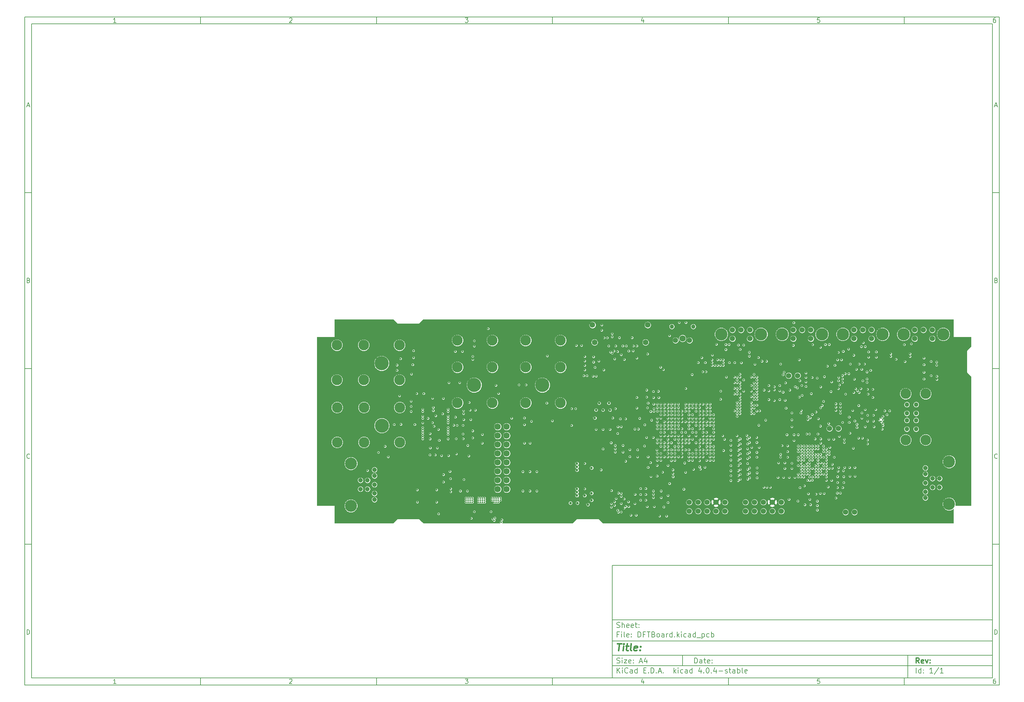
<source format=gbr>
G04 #@! TF.FileFunction,Copper,L9,Inr,Signal*
%FSLAX46Y46*%
G04 Gerber Fmt 4.6, Leading zero omitted, Abs format (unit mm)*
G04 Created by KiCad (PCBNEW 4.0.4-stable) date 02/14/17 15:30:24*
%MOMM*%
%LPD*%
G01*
G04 APERTURE LIST*
%ADD10C,0.100000*%
%ADD11C,0.150000*%
%ADD12C,0.300000*%
%ADD13C,0.400000*%
%ADD14C,3.000000*%
%ADD15C,1.300000*%
%ADD16C,4.000000*%
%ADD17C,3.500000*%
%ADD18C,1.500000*%
%ADD19C,1.800000*%
%ADD20C,1.524000*%
%ADD21C,1.600000*%
%ADD22C,1.200000*%
%ADD23C,3.416000*%
%ADD24C,1.308000*%
%ADD25C,0.750000*%
%ADD26C,0.480000*%
G04 APERTURE END LIST*
D10*
D11*
X177002200Y-166007200D02*
X177002200Y-198007200D01*
X285002200Y-198007200D01*
X285002200Y-166007200D01*
X177002200Y-166007200D01*
D10*
D11*
X10000000Y-10000000D02*
X10000000Y-200007200D01*
X287002200Y-200007200D01*
X287002200Y-10000000D01*
X10000000Y-10000000D01*
D10*
D11*
X12000000Y-12000000D02*
X12000000Y-198007200D01*
X285002200Y-198007200D01*
X285002200Y-12000000D01*
X12000000Y-12000000D01*
D10*
D11*
X60000000Y-12000000D02*
X60000000Y-10000000D01*
D10*
D11*
X110000000Y-12000000D02*
X110000000Y-10000000D01*
D10*
D11*
X160000000Y-12000000D02*
X160000000Y-10000000D01*
D10*
D11*
X210000000Y-12000000D02*
X210000000Y-10000000D01*
D10*
D11*
X260000000Y-12000000D02*
X260000000Y-10000000D01*
D10*
D11*
X35990476Y-11588095D02*
X35247619Y-11588095D01*
X35619048Y-11588095D02*
X35619048Y-10288095D01*
X35495238Y-10473810D01*
X35371429Y-10597619D01*
X35247619Y-10659524D01*
D10*
D11*
X85247619Y-10411905D02*
X85309524Y-10350000D01*
X85433333Y-10288095D01*
X85742857Y-10288095D01*
X85866667Y-10350000D01*
X85928571Y-10411905D01*
X85990476Y-10535714D01*
X85990476Y-10659524D01*
X85928571Y-10845238D01*
X85185714Y-11588095D01*
X85990476Y-11588095D01*
D10*
D11*
X135185714Y-10288095D02*
X135990476Y-10288095D01*
X135557143Y-10783333D01*
X135742857Y-10783333D01*
X135866667Y-10845238D01*
X135928571Y-10907143D01*
X135990476Y-11030952D01*
X135990476Y-11340476D01*
X135928571Y-11464286D01*
X135866667Y-11526190D01*
X135742857Y-11588095D01*
X135371429Y-11588095D01*
X135247619Y-11526190D01*
X135185714Y-11464286D01*
D10*
D11*
X185866667Y-10721429D02*
X185866667Y-11588095D01*
X185557143Y-10226190D02*
X185247619Y-11154762D01*
X186052381Y-11154762D01*
D10*
D11*
X235928571Y-10288095D02*
X235309524Y-10288095D01*
X235247619Y-10907143D01*
X235309524Y-10845238D01*
X235433333Y-10783333D01*
X235742857Y-10783333D01*
X235866667Y-10845238D01*
X235928571Y-10907143D01*
X235990476Y-11030952D01*
X235990476Y-11340476D01*
X235928571Y-11464286D01*
X235866667Y-11526190D01*
X235742857Y-11588095D01*
X235433333Y-11588095D01*
X235309524Y-11526190D01*
X235247619Y-11464286D01*
D10*
D11*
X285866667Y-10288095D02*
X285619048Y-10288095D01*
X285495238Y-10350000D01*
X285433333Y-10411905D01*
X285309524Y-10597619D01*
X285247619Y-10845238D01*
X285247619Y-11340476D01*
X285309524Y-11464286D01*
X285371429Y-11526190D01*
X285495238Y-11588095D01*
X285742857Y-11588095D01*
X285866667Y-11526190D01*
X285928571Y-11464286D01*
X285990476Y-11340476D01*
X285990476Y-11030952D01*
X285928571Y-10907143D01*
X285866667Y-10845238D01*
X285742857Y-10783333D01*
X285495238Y-10783333D01*
X285371429Y-10845238D01*
X285309524Y-10907143D01*
X285247619Y-11030952D01*
D10*
D11*
X60000000Y-198007200D02*
X60000000Y-200007200D01*
D10*
D11*
X110000000Y-198007200D02*
X110000000Y-200007200D01*
D10*
D11*
X160000000Y-198007200D02*
X160000000Y-200007200D01*
D10*
D11*
X210000000Y-198007200D02*
X210000000Y-200007200D01*
D10*
D11*
X260000000Y-198007200D02*
X260000000Y-200007200D01*
D10*
D11*
X35990476Y-199595295D02*
X35247619Y-199595295D01*
X35619048Y-199595295D02*
X35619048Y-198295295D01*
X35495238Y-198481010D01*
X35371429Y-198604819D01*
X35247619Y-198666724D01*
D10*
D11*
X85247619Y-198419105D02*
X85309524Y-198357200D01*
X85433333Y-198295295D01*
X85742857Y-198295295D01*
X85866667Y-198357200D01*
X85928571Y-198419105D01*
X85990476Y-198542914D01*
X85990476Y-198666724D01*
X85928571Y-198852438D01*
X85185714Y-199595295D01*
X85990476Y-199595295D01*
D10*
D11*
X135185714Y-198295295D02*
X135990476Y-198295295D01*
X135557143Y-198790533D01*
X135742857Y-198790533D01*
X135866667Y-198852438D01*
X135928571Y-198914343D01*
X135990476Y-199038152D01*
X135990476Y-199347676D01*
X135928571Y-199471486D01*
X135866667Y-199533390D01*
X135742857Y-199595295D01*
X135371429Y-199595295D01*
X135247619Y-199533390D01*
X135185714Y-199471486D01*
D10*
D11*
X185866667Y-198728629D02*
X185866667Y-199595295D01*
X185557143Y-198233390D02*
X185247619Y-199161962D01*
X186052381Y-199161962D01*
D10*
D11*
X235928571Y-198295295D02*
X235309524Y-198295295D01*
X235247619Y-198914343D01*
X235309524Y-198852438D01*
X235433333Y-198790533D01*
X235742857Y-198790533D01*
X235866667Y-198852438D01*
X235928571Y-198914343D01*
X235990476Y-199038152D01*
X235990476Y-199347676D01*
X235928571Y-199471486D01*
X235866667Y-199533390D01*
X235742857Y-199595295D01*
X235433333Y-199595295D01*
X235309524Y-199533390D01*
X235247619Y-199471486D01*
D10*
D11*
X285866667Y-198295295D02*
X285619048Y-198295295D01*
X285495238Y-198357200D01*
X285433333Y-198419105D01*
X285309524Y-198604819D01*
X285247619Y-198852438D01*
X285247619Y-199347676D01*
X285309524Y-199471486D01*
X285371429Y-199533390D01*
X285495238Y-199595295D01*
X285742857Y-199595295D01*
X285866667Y-199533390D01*
X285928571Y-199471486D01*
X285990476Y-199347676D01*
X285990476Y-199038152D01*
X285928571Y-198914343D01*
X285866667Y-198852438D01*
X285742857Y-198790533D01*
X285495238Y-198790533D01*
X285371429Y-198852438D01*
X285309524Y-198914343D01*
X285247619Y-199038152D01*
D10*
D11*
X10000000Y-60000000D02*
X12000000Y-60000000D01*
D10*
D11*
X10000000Y-110000000D02*
X12000000Y-110000000D01*
D10*
D11*
X10000000Y-160000000D02*
X12000000Y-160000000D01*
D10*
D11*
X10690476Y-35216667D02*
X11309524Y-35216667D01*
X10566667Y-35588095D02*
X11000000Y-34288095D01*
X11433333Y-35588095D01*
D10*
D11*
X11092857Y-84907143D02*
X11278571Y-84969048D01*
X11340476Y-85030952D01*
X11402381Y-85154762D01*
X11402381Y-85340476D01*
X11340476Y-85464286D01*
X11278571Y-85526190D01*
X11154762Y-85588095D01*
X10659524Y-85588095D01*
X10659524Y-84288095D01*
X11092857Y-84288095D01*
X11216667Y-84350000D01*
X11278571Y-84411905D01*
X11340476Y-84535714D01*
X11340476Y-84659524D01*
X11278571Y-84783333D01*
X11216667Y-84845238D01*
X11092857Y-84907143D01*
X10659524Y-84907143D01*
D10*
D11*
X11402381Y-135464286D02*
X11340476Y-135526190D01*
X11154762Y-135588095D01*
X11030952Y-135588095D01*
X10845238Y-135526190D01*
X10721429Y-135402381D01*
X10659524Y-135278571D01*
X10597619Y-135030952D01*
X10597619Y-134845238D01*
X10659524Y-134597619D01*
X10721429Y-134473810D01*
X10845238Y-134350000D01*
X11030952Y-134288095D01*
X11154762Y-134288095D01*
X11340476Y-134350000D01*
X11402381Y-134411905D01*
D10*
D11*
X10659524Y-185588095D02*
X10659524Y-184288095D01*
X10969048Y-184288095D01*
X11154762Y-184350000D01*
X11278571Y-184473810D01*
X11340476Y-184597619D01*
X11402381Y-184845238D01*
X11402381Y-185030952D01*
X11340476Y-185278571D01*
X11278571Y-185402381D01*
X11154762Y-185526190D01*
X10969048Y-185588095D01*
X10659524Y-185588095D01*
D10*
D11*
X287002200Y-60000000D02*
X285002200Y-60000000D01*
D10*
D11*
X287002200Y-110000000D02*
X285002200Y-110000000D01*
D10*
D11*
X287002200Y-160000000D02*
X285002200Y-160000000D01*
D10*
D11*
X285692676Y-35216667D02*
X286311724Y-35216667D01*
X285568867Y-35588095D02*
X286002200Y-34288095D01*
X286435533Y-35588095D01*
D10*
D11*
X286095057Y-84907143D02*
X286280771Y-84969048D01*
X286342676Y-85030952D01*
X286404581Y-85154762D01*
X286404581Y-85340476D01*
X286342676Y-85464286D01*
X286280771Y-85526190D01*
X286156962Y-85588095D01*
X285661724Y-85588095D01*
X285661724Y-84288095D01*
X286095057Y-84288095D01*
X286218867Y-84350000D01*
X286280771Y-84411905D01*
X286342676Y-84535714D01*
X286342676Y-84659524D01*
X286280771Y-84783333D01*
X286218867Y-84845238D01*
X286095057Y-84907143D01*
X285661724Y-84907143D01*
D10*
D11*
X286404581Y-135464286D02*
X286342676Y-135526190D01*
X286156962Y-135588095D01*
X286033152Y-135588095D01*
X285847438Y-135526190D01*
X285723629Y-135402381D01*
X285661724Y-135278571D01*
X285599819Y-135030952D01*
X285599819Y-134845238D01*
X285661724Y-134597619D01*
X285723629Y-134473810D01*
X285847438Y-134350000D01*
X286033152Y-134288095D01*
X286156962Y-134288095D01*
X286342676Y-134350000D01*
X286404581Y-134411905D01*
D10*
D11*
X285661724Y-185588095D02*
X285661724Y-184288095D01*
X285971248Y-184288095D01*
X286156962Y-184350000D01*
X286280771Y-184473810D01*
X286342676Y-184597619D01*
X286404581Y-184845238D01*
X286404581Y-185030952D01*
X286342676Y-185278571D01*
X286280771Y-185402381D01*
X286156962Y-185526190D01*
X285971248Y-185588095D01*
X285661724Y-185588095D01*
D10*
D11*
X200359343Y-193785771D02*
X200359343Y-192285771D01*
X200716486Y-192285771D01*
X200930771Y-192357200D01*
X201073629Y-192500057D01*
X201145057Y-192642914D01*
X201216486Y-192928629D01*
X201216486Y-193142914D01*
X201145057Y-193428629D01*
X201073629Y-193571486D01*
X200930771Y-193714343D01*
X200716486Y-193785771D01*
X200359343Y-193785771D01*
X202502200Y-193785771D02*
X202502200Y-193000057D01*
X202430771Y-192857200D01*
X202287914Y-192785771D01*
X202002200Y-192785771D01*
X201859343Y-192857200D01*
X202502200Y-193714343D02*
X202359343Y-193785771D01*
X202002200Y-193785771D01*
X201859343Y-193714343D01*
X201787914Y-193571486D01*
X201787914Y-193428629D01*
X201859343Y-193285771D01*
X202002200Y-193214343D01*
X202359343Y-193214343D01*
X202502200Y-193142914D01*
X203002200Y-192785771D02*
X203573629Y-192785771D01*
X203216486Y-192285771D02*
X203216486Y-193571486D01*
X203287914Y-193714343D01*
X203430772Y-193785771D01*
X203573629Y-193785771D01*
X204645057Y-193714343D02*
X204502200Y-193785771D01*
X204216486Y-193785771D01*
X204073629Y-193714343D01*
X204002200Y-193571486D01*
X204002200Y-193000057D01*
X204073629Y-192857200D01*
X204216486Y-192785771D01*
X204502200Y-192785771D01*
X204645057Y-192857200D01*
X204716486Y-193000057D01*
X204716486Y-193142914D01*
X204002200Y-193285771D01*
X205359343Y-193642914D02*
X205430771Y-193714343D01*
X205359343Y-193785771D01*
X205287914Y-193714343D01*
X205359343Y-193642914D01*
X205359343Y-193785771D01*
X205359343Y-192857200D02*
X205430771Y-192928629D01*
X205359343Y-193000057D01*
X205287914Y-192928629D01*
X205359343Y-192857200D01*
X205359343Y-193000057D01*
D10*
D11*
X177002200Y-194507200D02*
X285002200Y-194507200D01*
D10*
D11*
X178359343Y-196585771D02*
X178359343Y-195085771D01*
X179216486Y-196585771D02*
X178573629Y-195728629D01*
X179216486Y-195085771D02*
X178359343Y-195942914D01*
X179859343Y-196585771D02*
X179859343Y-195585771D01*
X179859343Y-195085771D02*
X179787914Y-195157200D01*
X179859343Y-195228629D01*
X179930771Y-195157200D01*
X179859343Y-195085771D01*
X179859343Y-195228629D01*
X181430772Y-196442914D02*
X181359343Y-196514343D01*
X181145057Y-196585771D01*
X181002200Y-196585771D01*
X180787915Y-196514343D01*
X180645057Y-196371486D01*
X180573629Y-196228629D01*
X180502200Y-195942914D01*
X180502200Y-195728629D01*
X180573629Y-195442914D01*
X180645057Y-195300057D01*
X180787915Y-195157200D01*
X181002200Y-195085771D01*
X181145057Y-195085771D01*
X181359343Y-195157200D01*
X181430772Y-195228629D01*
X182716486Y-196585771D02*
X182716486Y-195800057D01*
X182645057Y-195657200D01*
X182502200Y-195585771D01*
X182216486Y-195585771D01*
X182073629Y-195657200D01*
X182716486Y-196514343D02*
X182573629Y-196585771D01*
X182216486Y-196585771D01*
X182073629Y-196514343D01*
X182002200Y-196371486D01*
X182002200Y-196228629D01*
X182073629Y-196085771D01*
X182216486Y-196014343D01*
X182573629Y-196014343D01*
X182716486Y-195942914D01*
X184073629Y-196585771D02*
X184073629Y-195085771D01*
X184073629Y-196514343D02*
X183930772Y-196585771D01*
X183645058Y-196585771D01*
X183502200Y-196514343D01*
X183430772Y-196442914D01*
X183359343Y-196300057D01*
X183359343Y-195871486D01*
X183430772Y-195728629D01*
X183502200Y-195657200D01*
X183645058Y-195585771D01*
X183930772Y-195585771D01*
X184073629Y-195657200D01*
X185930772Y-195800057D02*
X186430772Y-195800057D01*
X186645058Y-196585771D02*
X185930772Y-196585771D01*
X185930772Y-195085771D01*
X186645058Y-195085771D01*
X187287915Y-196442914D02*
X187359343Y-196514343D01*
X187287915Y-196585771D01*
X187216486Y-196514343D01*
X187287915Y-196442914D01*
X187287915Y-196585771D01*
X188002201Y-196585771D02*
X188002201Y-195085771D01*
X188359344Y-195085771D01*
X188573629Y-195157200D01*
X188716487Y-195300057D01*
X188787915Y-195442914D01*
X188859344Y-195728629D01*
X188859344Y-195942914D01*
X188787915Y-196228629D01*
X188716487Y-196371486D01*
X188573629Y-196514343D01*
X188359344Y-196585771D01*
X188002201Y-196585771D01*
X189502201Y-196442914D02*
X189573629Y-196514343D01*
X189502201Y-196585771D01*
X189430772Y-196514343D01*
X189502201Y-196442914D01*
X189502201Y-196585771D01*
X190145058Y-196157200D02*
X190859344Y-196157200D01*
X190002201Y-196585771D02*
X190502201Y-195085771D01*
X191002201Y-196585771D01*
X191502201Y-196442914D02*
X191573629Y-196514343D01*
X191502201Y-196585771D01*
X191430772Y-196514343D01*
X191502201Y-196442914D01*
X191502201Y-196585771D01*
X194502201Y-196585771D02*
X194502201Y-195085771D01*
X194645058Y-196014343D02*
X195073629Y-196585771D01*
X195073629Y-195585771D02*
X194502201Y-196157200D01*
X195716487Y-196585771D02*
X195716487Y-195585771D01*
X195716487Y-195085771D02*
X195645058Y-195157200D01*
X195716487Y-195228629D01*
X195787915Y-195157200D01*
X195716487Y-195085771D01*
X195716487Y-195228629D01*
X197073630Y-196514343D02*
X196930773Y-196585771D01*
X196645059Y-196585771D01*
X196502201Y-196514343D01*
X196430773Y-196442914D01*
X196359344Y-196300057D01*
X196359344Y-195871486D01*
X196430773Y-195728629D01*
X196502201Y-195657200D01*
X196645059Y-195585771D01*
X196930773Y-195585771D01*
X197073630Y-195657200D01*
X198359344Y-196585771D02*
X198359344Y-195800057D01*
X198287915Y-195657200D01*
X198145058Y-195585771D01*
X197859344Y-195585771D01*
X197716487Y-195657200D01*
X198359344Y-196514343D02*
X198216487Y-196585771D01*
X197859344Y-196585771D01*
X197716487Y-196514343D01*
X197645058Y-196371486D01*
X197645058Y-196228629D01*
X197716487Y-196085771D01*
X197859344Y-196014343D01*
X198216487Y-196014343D01*
X198359344Y-195942914D01*
X199716487Y-196585771D02*
X199716487Y-195085771D01*
X199716487Y-196514343D02*
X199573630Y-196585771D01*
X199287916Y-196585771D01*
X199145058Y-196514343D01*
X199073630Y-196442914D01*
X199002201Y-196300057D01*
X199002201Y-195871486D01*
X199073630Y-195728629D01*
X199145058Y-195657200D01*
X199287916Y-195585771D01*
X199573630Y-195585771D01*
X199716487Y-195657200D01*
X202216487Y-195585771D02*
X202216487Y-196585771D01*
X201859344Y-195014343D02*
X201502201Y-196085771D01*
X202430773Y-196085771D01*
X203002201Y-196442914D02*
X203073629Y-196514343D01*
X203002201Y-196585771D01*
X202930772Y-196514343D01*
X203002201Y-196442914D01*
X203002201Y-196585771D01*
X204002201Y-195085771D02*
X204145058Y-195085771D01*
X204287915Y-195157200D01*
X204359344Y-195228629D01*
X204430773Y-195371486D01*
X204502201Y-195657200D01*
X204502201Y-196014343D01*
X204430773Y-196300057D01*
X204359344Y-196442914D01*
X204287915Y-196514343D01*
X204145058Y-196585771D01*
X204002201Y-196585771D01*
X203859344Y-196514343D01*
X203787915Y-196442914D01*
X203716487Y-196300057D01*
X203645058Y-196014343D01*
X203645058Y-195657200D01*
X203716487Y-195371486D01*
X203787915Y-195228629D01*
X203859344Y-195157200D01*
X204002201Y-195085771D01*
X205145058Y-196442914D02*
X205216486Y-196514343D01*
X205145058Y-196585771D01*
X205073629Y-196514343D01*
X205145058Y-196442914D01*
X205145058Y-196585771D01*
X206502201Y-195585771D02*
X206502201Y-196585771D01*
X206145058Y-195014343D02*
X205787915Y-196085771D01*
X206716487Y-196085771D01*
X207287915Y-196014343D02*
X208430772Y-196014343D01*
X209073629Y-196514343D02*
X209216486Y-196585771D01*
X209502201Y-196585771D01*
X209645058Y-196514343D01*
X209716486Y-196371486D01*
X209716486Y-196300057D01*
X209645058Y-196157200D01*
X209502201Y-196085771D01*
X209287915Y-196085771D01*
X209145058Y-196014343D01*
X209073629Y-195871486D01*
X209073629Y-195800057D01*
X209145058Y-195657200D01*
X209287915Y-195585771D01*
X209502201Y-195585771D01*
X209645058Y-195657200D01*
X210145058Y-195585771D02*
X210716487Y-195585771D01*
X210359344Y-195085771D02*
X210359344Y-196371486D01*
X210430772Y-196514343D01*
X210573630Y-196585771D01*
X210716487Y-196585771D01*
X211859344Y-196585771D02*
X211859344Y-195800057D01*
X211787915Y-195657200D01*
X211645058Y-195585771D01*
X211359344Y-195585771D01*
X211216487Y-195657200D01*
X211859344Y-196514343D02*
X211716487Y-196585771D01*
X211359344Y-196585771D01*
X211216487Y-196514343D01*
X211145058Y-196371486D01*
X211145058Y-196228629D01*
X211216487Y-196085771D01*
X211359344Y-196014343D01*
X211716487Y-196014343D01*
X211859344Y-195942914D01*
X212573630Y-196585771D02*
X212573630Y-195085771D01*
X212573630Y-195657200D02*
X212716487Y-195585771D01*
X213002201Y-195585771D01*
X213145058Y-195657200D01*
X213216487Y-195728629D01*
X213287916Y-195871486D01*
X213287916Y-196300057D01*
X213216487Y-196442914D01*
X213145058Y-196514343D01*
X213002201Y-196585771D01*
X212716487Y-196585771D01*
X212573630Y-196514343D01*
X214145059Y-196585771D02*
X214002201Y-196514343D01*
X213930773Y-196371486D01*
X213930773Y-195085771D01*
X215287915Y-196514343D02*
X215145058Y-196585771D01*
X214859344Y-196585771D01*
X214716487Y-196514343D01*
X214645058Y-196371486D01*
X214645058Y-195800057D01*
X214716487Y-195657200D01*
X214859344Y-195585771D01*
X215145058Y-195585771D01*
X215287915Y-195657200D01*
X215359344Y-195800057D01*
X215359344Y-195942914D01*
X214645058Y-196085771D01*
D10*
D11*
X177002200Y-191507200D02*
X285002200Y-191507200D01*
D10*
D12*
X264216486Y-193785771D02*
X263716486Y-193071486D01*
X263359343Y-193785771D02*
X263359343Y-192285771D01*
X263930771Y-192285771D01*
X264073629Y-192357200D01*
X264145057Y-192428629D01*
X264216486Y-192571486D01*
X264216486Y-192785771D01*
X264145057Y-192928629D01*
X264073629Y-193000057D01*
X263930771Y-193071486D01*
X263359343Y-193071486D01*
X265430771Y-193714343D02*
X265287914Y-193785771D01*
X265002200Y-193785771D01*
X264859343Y-193714343D01*
X264787914Y-193571486D01*
X264787914Y-193000057D01*
X264859343Y-192857200D01*
X265002200Y-192785771D01*
X265287914Y-192785771D01*
X265430771Y-192857200D01*
X265502200Y-193000057D01*
X265502200Y-193142914D01*
X264787914Y-193285771D01*
X266002200Y-192785771D02*
X266359343Y-193785771D01*
X266716485Y-192785771D01*
X267287914Y-193642914D02*
X267359342Y-193714343D01*
X267287914Y-193785771D01*
X267216485Y-193714343D01*
X267287914Y-193642914D01*
X267287914Y-193785771D01*
X267287914Y-192857200D02*
X267359342Y-192928629D01*
X267287914Y-193000057D01*
X267216485Y-192928629D01*
X267287914Y-192857200D01*
X267287914Y-193000057D01*
D10*
D11*
X178287914Y-193714343D02*
X178502200Y-193785771D01*
X178859343Y-193785771D01*
X179002200Y-193714343D01*
X179073629Y-193642914D01*
X179145057Y-193500057D01*
X179145057Y-193357200D01*
X179073629Y-193214343D01*
X179002200Y-193142914D01*
X178859343Y-193071486D01*
X178573629Y-193000057D01*
X178430771Y-192928629D01*
X178359343Y-192857200D01*
X178287914Y-192714343D01*
X178287914Y-192571486D01*
X178359343Y-192428629D01*
X178430771Y-192357200D01*
X178573629Y-192285771D01*
X178930771Y-192285771D01*
X179145057Y-192357200D01*
X179787914Y-193785771D02*
X179787914Y-192785771D01*
X179787914Y-192285771D02*
X179716485Y-192357200D01*
X179787914Y-192428629D01*
X179859342Y-192357200D01*
X179787914Y-192285771D01*
X179787914Y-192428629D01*
X180359343Y-192785771D02*
X181145057Y-192785771D01*
X180359343Y-193785771D01*
X181145057Y-193785771D01*
X182287914Y-193714343D02*
X182145057Y-193785771D01*
X181859343Y-193785771D01*
X181716486Y-193714343D01*
X181645057Y-193571486D01*
X181645057Y-193000057D01*
X181716486Y-192857200D01*
X181859343Y-192785771D01*
X182145057Y-192785771D01*
X182287914Y-192857200D01*
X182359343Y-193000057D01*
X182359343Y-193142914D01*
X181645057Y-193285771D01*
X183002200Y-193642914D02*
X183073628Y-193714343D01*
X183002200Y-193785771D01*
X182930771Y-193714343D01*
X183002200Y-193642914D01*
X183002200Y-193785771D01*
X183002200Y-192857200D02*
X183073628Y-192928629D01*
X183002200Y-193000057D01*
X182930771Y-192928629D01*
X183002200Y-192857200D01*
X183002200Y-193000057D01*
X184787914Y-193357200D02*
X185502200Y-193357200D01*
X184645057Y-193785771D02*
X185145057Y-192285771D01*
X185645057Y-193785771D01*
X186787914Y-192785771D02*
X186787914Y-193785771D01*
X186430771Y-192214343D02*
X186073628Y-193285771D01*
X187002200Y-193285771D01*
D10*
D11*
X263359343Y-196585771D02*
X263359343Y-195085771D01*
X264716486Y-196585771D02*
X264716486Y-195085771D01*
X264716486Y-196514343D02*
X264573629Y-196585771D01*
X264287915Y-196585771D01*
X264145057Y-196514343D01*
X264073629Y-196442914D01*
X264002200Y-196300057D01*
X264002200Y-195871486D01*
X264073629Y-195728629D01*
X264145057Y-195657200D01*
X264287915Y-195585771D01*
X264573629Y-195585771D01*
X264716486Y-195657200D01*
X265430772Y-196442914D02*
X265502200Y-196514343D01*
X265430772Y-196585771D01*
X265359343Y-196514343D01*
X265430772Y-196442914D01*
X265430772Y-196585771D01*
X265430772Y-195657200D02*
X265502200Y-195728629D01*
X265430772Y-195800057D01*
X265359343Y-195728629D01*
X265430772Y-195657200D01*
X265430772Y-195800057D01*
X268073629Y-196585771D02*
X267216486Y-196585771D01*
X267645058Y-196585771D02*
X267645058Y-195085771D01*
X267502201Y-195300057D01*
X267359343Y-195442914D01*
X267216486Y-195514343D01*
X269787914Y-195014343D02*
X268502200Y-196942914D01*
X271073629Y-196585771D02*
X270216486Y-196585771D01*
X270645058Y-196585771D02*
X270645058Y-195085771D01*
X270502201Y-195300057D01*
X270359343Y-195442914D01*
X270216486Y-195514343D01*
D10*
D11*
X177002200Y-187507200D02*
X285002200Y-187507200D01*
D10*
D13*
X178454581Y-188211962D02*
X179597438Y-188211962D01*
X178776010Y-190211962D02*
X179026010Y-188211962D01*
X180014105Y-190211962D02*
X180180771Y-188878629D01*
X180264105Y-188211962D02*
X180156962Y-188307200D01*
X180240295Y-188402438D01*
X180347439Y-188307200D01*
X180264105Y-188211962D01*
X180240295Y-188402438D01*
X180847438Y-188878629D02*
X181609343Y-188878629D01*
X181216486Y-188211962D02*
X181002200Y-189926248D01*
X181073630Y-190116724D01*
X181252201Y-190211962D01*
X181442677Y-190211962D01*
X182395058Y-190211962D02*
X182216487Y-190116724D01*
X182145057Y-189926248D01*
X182359343Y-188211962D01*
X183930772Y-190116724D02*
X183728391Y-190211962D01*
X183347439Y-190211962D01*
X183168867Y-190116724D01*
X183097438Y-189926248D01*
X183192676Y-189164343D01*
X183311724Y-188973867D01*
X183514105Y-188878629D01*
X183895057Y-188878629D01*
X184073629Y-188973867D01*
X184145057Y-189164343D01*
X184121248Y-189354819D01*
X183145057Y-189545295D01*
X184895057Y-190021486D02*
X184978392Y-190116724D01*
X184871248Y-190211962D01*
X184787915Y-190116724D01*
X184895057Y-190021486D01*
X184871248Y-190211962D01*
X185026010Y-188973867D02*
X185109344Y-189069105D01*
X185002200Y-189164343D01*
X184918867Y-189069105D01*
X185026010Y-188973867D01*
X185002200Y-189164343D01*
D10*
D11*
X178859343Y-185600057D02*
X178359343Y-185600057D01*
X178359343Y-186385771D02*
X178359343Y-184885771D01*
X179073629Y-184885771D01*
X179645057Y-186385771D02*
X179645057Y-185385771D01*
X179645057Y-184885771D02*
X179573628Y-184957200D01*
X179645057Y-185028629D01*
X179716485Y-184957200D01*
X179645057Y-184885771D01*
X179645057Y-185028629D01*
X180573629Y-186385771D02*
X180430771Y-186314343D01*
X180359343Y-186171486D01*
X180359343Y-184885771D01*
X181716485Y-186314343D02*
X181573628Y-186385771D01*
X181287914Y-186385771D01*
X181145057Y-186314343D01*
X181073628Y-186171486D01*
X181073628Y-185600057D01*
X181145057Y-185457200D01*
X181287914Y-185385771D01*
X181573628Y-185385771D01*
X181716485Y-185457200D01*
X181787914Y-185600057D01*
X181787914Y-185742914D01*
X181073628Y-185885771D01*
X182430771Y-186242914D02*
X182502199Y-186314343D01*
X182430771Y-186385771D01*
X182359342Y-186314343D01*
X182430771Y-186242914D01*
X182430771Y-186385771D01*
X182430771Y-185457200D02*
X182502199Y-185528629D01*
X182430771Y-185600057D01*
X182359342Y-185528629D01*
X182430771Y-185457200D01*
X182430771Y-185600057D01*
X184287914Y-186385771D02*
X184287914Y-184885771D01*
X184645057Y-184885771D01*
X184859342Y-184957200D01*
X185002200Y-185100057D01*
X185073628Y-185242914D01*
X185145057Y-185528629D01*
X185145057Y-185742914D01*
X185073628Y-186028629D01*
X185002200Y-186171486D01*
X184859342Y-186314343D01*
X184645057Y-186385771D01*
X184287914Y-186385771D01*
X186287914Y-185600057D02*
X185787914Y-185600057D01*
X185787914Y-186385771D02*
X185787914Y-184885771D01*
X186502200Y-184885771D01*
X186859342Y-184885771D02*
X187716485Y-184885771D01*
X187287914Y-186385771D02*
X187287914Y-184885771D01*
X188716485Y-185600057D02*
X188930771Y-185671486D01*
X189002199Y-185742914D01*
X189073628Y-185885771D01*
X189073628Y-186100057D01*
X189002199Y-186242914D01*
X188930771Y-186314343D01*
X188787913Y-186385771D01*
X188216485Y-186385771D01*
X188216485Y-184885771D01*
X188716485Y-184885771D01*
X188859342Y-184957200D01*
X188930771Y-185028629D01*
X189002199Y-185171486D01*
X189002199Y-185314343D01*
X188930771Y-185457200D01*
X188859342Y-185528629D01*
X188716485Y-185600057D01*
X188216485Y-185600057D01*
X189930771Y-186385771D02*
X189787913Y-186314343D01*
X189716485Y-186242914D01*
X189645056Y-186100057D01*
X189645056Y-185671486D01*
X189716485Y-185528629D01*
X189787913Y-185457200D01*
X189930771Y-185385771D01*
X190145056Y-185385771D01*
X190287913Y-185457200D01*
X190359342Y-185528629D01*
X190430771Y-185671486D01*
X190430771Y-186100057D01*
X190359342Y-186242914D01*
X190287913Y-186314343D01*
X190145056Y-186385771D01*
X189930771Y-186385771D01*
X191716485Y-186385771D02*
X191716485Y-185600057D01*
X191645056Y-185457200D01*
X191502199Y-185385771D01*
X191216485Y-185385771D01*
X191073628Y-185457200D01*
X191716485Y-186314343D02*
X191573628Y-186385771D01*
X191216485Y-186385771D01*
X191073628Y-186314343D01*
X191002199Y-186171486D01*
X191002199Y-186028629D01*
X191073628Y-185885771D01*
X191216485Y-185814343D01*
X191573628Y-185814343D01*
X191716485Y-185742914D01*
X192430771Y-186385771D02*
X192430771Y-185385771D01*
X192430771Y-185671486D02*
X192502199Y-185528629D01*
X192573628Y-185457200D01*
X192716485Y-185385771D01*
X192859342Y-185385771D01*
X194002199Y-186385771D02*
X194002199Y-184885771D01*
X194002199Y-186314343D02*
X193859342Y-186385771D01*
X193573628Y-186385771D01*
X193430770Y-186314343D01*
X193359342Y-186242914D01*
X193287913Y-186100057D01*
X193287913Y-185671486D01*
X193359342Y-185528629D01*
X193430770Y-185457200D01*
X193573628Y-185385771D01*
X193859342Y-185385771D01*
X194002199Y-185457200D01*
X194716485Y-186242914D02*
X194787913Y-186314343D01*
X194716485Y-186385771D01*
X194645056Y-186314343D01*
X194716485Y-186242914D01*
X194716485Y-186385771D01*
X195430771Y-186385771D02*
X195430771Y-184885771D01*
X195573628Y-185814343D02*
X196002199Y-186385771D01*
X196002199Y-185385771D02*
X195430771Y-185957200D01*
X196645057Y-186385771D02*
X196645057Y-185385771D01*
X196645057Y-184885771D02*
X196573628Y-184957200D01*
X196645057Y-185028629D01*
X196716485Y-184957200D01*
X196645057Y-184885771D01*
X196645057Y-185028629D01*
X198002200Y-186314343D02*
X197859343Y-186385771D01*
X197573629Y-186385771D01*
X197430771Y-186314343D01*
X197359343Y-186242914D01*
X197287914Y-186100057D01*
X197287914Y-185671486D01*
X197359343Y-185528629D01*
X197430771Y-185457200D01*
X197573629Y-185385771D01*
X197859343Y-185385771D01*
X198002200Y-185457200D01*
X199287914Y-186385771D02*
X199287914Y-185600057D01*
X199216485Y-185457200D01*
X199073628Y-185385771D01*
X198787914Y-185385771D01*
X198645057Y-185457200D01*
X199287914Y-186314343D02*
X199145057Y-186385771D01*
X198787914Y-186385771D01*
X198645057Y-186314343D01*
X198573628Y-186171486D01*
X198573628Y-186028629D01*
X198645057Y-185885771D01*
X198787914Y-185814343D01*
X199145057Y-185814343D01*
X199287914Y-185742914D01*
X200645057Y-186385771D02*
X200645057Y-184885771D01*
X200645057Y-186314343D02*
X200502200Y-186385771D01*
X200216486Y-186385771D01*
X200073628Y-186314343D01*
X200002200Y-186242914D01*
X199930771Y-186100057D01*
X199930771Y-185671486D01*
X200002200Y-185528629D01*
X200073628Y-185457200D01*
X200216486Y-185385771D01*
X200502200Y-185385771D01*
X200645057Y-185457200D01*
X201002200Y-186528629D02*
X202145057Y-186528629D01*
X202502200Y-185385771D02*
X202502200Y-186885771D01*
X202502200Y-185457200D02*
X202645057Y-185385771D01*
X202930771Y-185385771D01*
X203073628Y-185457200D01*
X203145057Y-185528629D01*
X203216486Y-185671486D01*
X203216486Y-186100057D01*
X203145057Y-186242914D01*
X203073628Y-186314343D01*
X202930771Y-186385771D01*
X202645057Y-186385771D01*
X202502200Y-186314343D01*
X204502200Y-186314343D02*
X204359343Y-186385771D01*
X204073629Y-186385771D01*
X203930771Y-186314343D01*
X203859343Y-186242914D01*
X203787914Y-186100057D01*
X203787914Y-185671486D01*
X203859343Y-185528629D01*
X203930771Y-185457200D01*
X204073629Y-185385771D01*
X204359343Y-185385771D01*
X204502200Y-185457200D01*
X205145057Y-186385771D02*
X205145057Y-184885771D01*
X205145057Y-185457200D02*
X205287914Y-185385771D01*
X205573628Y-185385771D01*
X205716485Y-185457200D01*
X205787914Y-185528629D01*
X205859343Y-185671486D01*
X205859343Y-186100057D01*
X205787914Y-186242914D01*
X205716485Y-186314343D01*
X205573628Y-186385771D01*
X205287914Y-186385771D01*
X205145057Y-186314343D01*
D10*
D11*
X177002200Y-181507200D02*
X285002200Y-181507200D01*
D10*
D11*
X178287914Y-183614343D02*
X178502200Y-183685771D01*
X178859343Y-183685771D01*
X179002200Y-183614343D01*
X179073629Y-183542914D01*
X179145057Y-183400057D01*
X179145057Y-183257200D01*
X179073629Y-183114343D01*
X179002200Y-183042914D01*
X178859343Y-182971486D01*
X178573629Y-182900057D01*
X178430771Y-182828629D01*
X178359343Y-182757200D01*
X178287914Y-182614343D01*
X178287914Y-182471486D01*
X178359343Y-182328629D01*
X178430771Y-182257200D01*
X178573629Y-182185771D01*
X178930771Y-182185771D01*
X179145057Y-182257200D01*
X179787914Y-183685771D02*
X179787914Y-182185771D01*
X180430771Y-183685771D02*
X180430771Y-182900057D01*
X180359342Y-182757200D01*
X180216485Y-182685771D01*
X180002200Y-182685771D01*
X179859342Y-182757200D01*
X179787914Y-182828629D01*
X181716485Y-183614343D02*
X181573628Y-183685771D01*
X181287914Y-183685771D01*
X181145057Y-183614343D01*
X181073628Y-183471486D01*
X181073628Y-182900057D01*
X181145057Y-182757200D01*
X181287914Y-182685771D01*
X181573628Y-182685771D01*
X181716485Y-182757200D01*
X181787914Y-182900057D01*
X181787914Y-183042914D01*
X181073628Y-183185771D01*
X183002199Y-183614343D02*
X182859342Y-183685771D01*
X182573628Y-183685771D01*
X182430771Y-183614343D01*
X182359342Y-183471486D01*
X182359342Y-182900057D01*
X182430771Y-182757200D01*
X182573628Y-182685771D01*
X182859342Y-182685771D01*
X183002199Y-182757200D01*
X183073628Y-182900057D01*
X183073628Y-183042914D01*
X182359342Y-183185771D01*
X183502199Y-182685771D02*
X184073628Y-182685771D01*
X183716485Y-182185771D02*
X183716485Y-183471486D01*
X183787913Y-183614343D01*
X183930771Y-183685771D01*
X184073628Y-183685771D01*
X184573628Y-183542914D02*
X184645056Y-183614343D01*
X184573628Y-183685771D01*
X184502199Y-183614343D01*
X184573628Y-183542914D01*
X184573628Y-183685771D01*
X184573628Y-182757200D02*
X184645056Y-182828629D01*
X184573628Y-182900057D01*
X184502199Y-182828629D01*
X184573628Y-182757200D01*
X184573628Y-182900057D01*
D10*
D11*
X197002200Y-191507200D02*
X197002200Y-194507200D01*
D10*
D11*
X261002200Y-191507200D02*
X261002200Y-198007200D01*
D14*
X260345000Y-130300000D03*
X266025000Y-130300000D03*
X266025000Y-117160000D03*
X260345000Y-117160000D03*
D15*
X263315000Y-124730000D03*
X260695000Y-127230000D03*
X263315000Y-127230000D03*
X263315000Y-122730000D03*
X263315000Y-120230000D03*
X260695000Y-124730000D03*
X260695000Y-122730000D03*
X260695000Y-120230000D03*
D16*
X111500000Y-126250000D03*
D14*
X98800000Y-131000000D03*
X106420000Y-131000000D03*
X116580000Y-131000000D03*
X116580000Y-121090000D03*
X106420000Y-121090000D03*
X98800000Y-121090000D03*
D17*
X259750000Y-100250000D03*
D18*
X262900000Y-101500000D03*
X267900000Y-101500000D03*
X267900000Y-99000000D03*
X262900000Y-99000000D03*
X265400000Y-99000000D03*
D17*
X271050000Y-100250000D03*
D19*
X144410000Y-126520000D03*
X146950000Y-126520000D03*
X144410000Y-129060000D03*
X146950000Y-129060000D03*
X144410000Y-131600000D03*
X146950000Y-131600000D03*
X144410000Y-134140000D03*
X146950000Y-134140000D03*
X144410000Y-136680000D03*
X146950000Y-136680000D03*
X144410000Y-139220000D03*
X146950000Y-139220000D03*
X144410000Y-141760000D03*
X144410000Y-144300000D03*
X146950000Y-141760000D03*
X146950000Y-144300000D03*
D20*
X225000000Y-150540000D03*
X225000000Y-148000000D03*
X222460000Y-148000000D03*
X222460000Y-150540000D03*
X217380000Y-150540000D03*
X214840000Y-150540000D03*
X214840000Y-148000000D03*
X217380000Y-148000000D03*
X219920000Y-148000000D03*
X219920000Y-150540000D03*
X209000000Y-150540000D03*
X209000000Y-148000000D03*
X206460000Y-148000000D03*
X206460000Y-150540000D03*
X201380000Y-150540000D03*
X198840000Y-150540000D03*
X198840000Y-148000000D03*
X201380000Y-148000000D03*
X203920000Y-148000000D03*
X203920000Y-150540000D03*
D16*
X157100000Y-114700000D03*
D14*
X152350000Y-102000000D03*
X152350000Y-109620000D03*
X152350000Y-119780000D03*
X162260000Y-119780000D03*
X162260000Y-109620000D03*
X162260000Y-102000000D03*
D16*
X137740000Y-114700000D03*
D14*
X132990000Y-102000000D03*
X132990000Y-109620000D03*
X132990000Y-119780000D03*
X142900000Y-119780000D03*
X142900000Y-109620000D03*
X142900000Y-102000000D03*
D17*
X225250000Y-100250000D03*
D18*
X228400000Y-101500000D03*
X233400000Y-101500000D03*
X233400000Y-99000000D03*
X228400000Y-99000000D03*
X230900000Y-99000000D03*
D17*
X236550000Y-100250000D03*
D16*
X111450000Y-108500000D03*
D14*
X98750000Y-113250000D03*
X106370000Y-113250000D03*
X116530000Y-113250000D03*
X116530000Y-103340000D03*
X106370000Y-103340000D03*
X98750000Y-103340000D03*
D21*
X187050000Y-97600000D03*
X186450000Y-102550000D03*
X171350000Y-97600000D03*
X171950000Y-102550000D03*
D17*
X207950000Y-100250000D03*
D18*
X211100000Y-101500000D03*
X216100000Y-101500000D03*
X216100000Y-99000000D03*
X211100000Y-99000000D03*
X213600000Y-99000000D03*
D17*
X219250000Y-100250000D03*
D20*
X243250000Y-150800000D03*
X245790000Y-150800000D03*
X229650000Y-112000000D03*
X227110000Y-112000000D03*
D22*
X193900000Y-98050000D03*
X200000000Y-98050000D03*
D18*
X194950000Y-102000000D03*
D19*
X196950000Y-101450000D03*
D18*
X198950000Y-102000000D03*
D17*
X242500000Y-100250000D03*
D18*
X245650000Y-101500000D03*
X250650000Y-101500000D03*
X250650000Y-99000000D03*
X245650000Y-99000000D03*
X248150000Y-99000000D03*
D17*
X253800000Y-100250000D03*
D23*
X272675000Y-136500000D03*
X272675000Y-148540000D03*
D24*
X267965000Y-143770000D03*
X267965000Y-141270000D03*
X269965000Y-141270000D03*
X269965000Y-143770000D03*
X265965000Y-138270000D03*
X265965000Y-140020000D03*
X265965000Y-142520000D03*
X265965000Y-145020000D03*
X265965000Y-146770000D03*
D23*
X102700000Y-149040000D03*
X102700000Y-137000000D03*
D24*
X107410000Y-141770000D03*
X107410000Y-144270000D03*
X105410000Y-144270000D03*
X105410000Y-141770000D03*
X109410000Y-147270000D03*
X109410000Y-145520000D03*
X109410000Y-143020000D03*
X109410000Y-140520000D03*
X109410000Y-138770000D03*
D20*
X241250000Y-127050000D03*
X238710000Y-127050000D03*
D25*
X169150000Y-138900000D03*
X171100000Y-140250000D03*
X170050000Y-141550000D03*
D26*
X242363633Y-110949939D03*
X199300000Y-139500000D03*
X207400000Y-112400000D03*
X239300000Y-111260000D03*
X211708855Y-123595010D03*
X218850000Y-119600000D03*
X200750000Y-136100000D03*
X237250000Y-111400000D03*
X238964904Y-109299118D03*
X138300000Y-119650000D03*
X234800000Y-103200000D03*
X235100000Y-151470000D03*
X194750000Y-131100000D03*
X234600000Y-136800000D03*
X186100000Y-133454990D03*
X188139257Y-126195010D03*
X241300000Y-135050000D03*
X248350000Y-96950000D03*
X202750000Y-140450000D03*
X261950000Y-103850000D03*
X259050000Y-103200000D03*
X228900000Y-109900000D03*
X246550000Y-96950000D03*
X251100000Y-103550000D03*
X205400000Y-105250000D03*
X206900000Y-105900000D03*
X218600000Y-125200000D03*
X233800000Y-122150000D03*
X228400000Y-104300000D03*
X149350000Y-117225000D03*
X226800000Y-130450000D03*
X183700000Y-129600000D03*
X244250000Y-113000000D03*
X244200000Y-109950000D03*
X233750000Y-114025000D03*
X235100000Y-115200000D03*
X233300000Y-149800000D03*
X231700000Y-150200000D03*
X233524514Y-118016066D03*
X223000000Y-120000000D03*
X239650000Y-107350000D03*
X244300000Y-118800000D03*
X245600000Y-105300000D03*
X205750000Y-116404990D03*
X211667743Y-116404990D03*
X213250229Y-116395010D03*
X211650000Y-118800000D03*
X211650000Y-114800000D03*
X211650000Y-113200000D03*
X211650000Y-111600000D03*
X187650000Y-133150000D03*
X186350000Y-136750004D03*
X188600000Y-131100000D03*
X214300000Y-111600000D03*
X224550000Y-120400000D03*
X221450000Y-120350000D03*
X213250000Y-113200000D03*
X217250000Y-113200000D03*
X217250000Y-116400000D03*
X218850000Y-111600000D03*
X218850000Y-113200000D03*
X218850000Y-114800000D03*
X218850000Y-116400000D03*
X218850000Y-118000000D03*
X218850000Y-120400000D03*
X191250000Y-137950000D03*
X206750000Y-128100000D03*
X208600000Y-134600000D03*
X197750000Y-126100000D03*
X197750000Y-123100000D03*
X184950000Y-140700000D03*
X197650000Y-111700000D03*
X197849390Y-113649974D03*
X205750000Y-118700000D03*
X229800000Y-136800000D03*
X232197376Y-140805088D03*
X237797376Y-132005088D03*
X236997376Y-140805088D03*
X205750000Y-131100000D03*
X195750000Y-134100000D03*
X198750000Y-132100000D03*
X199750000Y-131100000D03*
X200750000Y-130100000D03*
X199750000Y-129100000D03*
X202750000Y-132100000D03*
X199750000Y-132100000D03*
X199750000Y-133100000D03*
X200750000Y-132100000D03*
X203750000Y-135100000D03*
X201750000Y-129100000D03*
X199750000Y-122100000D03*
X205750000Y-120100000D03*
X202750000Y-121100000D03*
X203750000Y-124100000D03*
X204750000Y-127100000D03*
X233800000Y-139200000D03*
X231100000Y-145600000D03*
X234600000Y-128600000D03*
X225100000Y-128800000D03*
X229797376Y-139204990D03*
X224200000Y-138400000D03*
X196750000Y-126100000D03*
X235400000Y-133600000D03*
X228600000Y-132000000D03*
X199750000Y-126100000D03*
X197750000Y-134100000D03*
X192700000Y-140550000D03*
X214300000Y-114800000D03*
X186200000Y-124000000D03*
X197800000Y-128100000D03*
X198750000Y-125100000D03*
X200750000Y-125100000D03*
X198750000Y-127100000D03*
X194750000Y-126100000D03*
X195750000Y-125100000D03*
X199750000Y-124100000D03*
X180000000Y-133750000D03*
X196750000Y-131100000D03*
X198750000Y-130100000D03*
X194750000Y-129100000D03*
X180750000Y-136350000D03*
X181950000Y-135050000D03*
X191750000Y-135100000D03*
X191750000Y-133100000D03*
X191750000Y-131100000D03*
X197750000Y-130100000D03*
X202750000Y-128100000D03*
X191750000Y-128100000D03*
X193700000Y-128100000D03*
X187150000Y-138100000D03*
X189700000Y-137550000D03*
X200750000Y-128100000D03*
D25*
X172020000Y-124050000D03*
X176025000Y-119850000D03*
X170050000Y-148700000D03*
X171100000Y-147450000D03*
X169150000Y-146100000D03*
D26*
X246350000Y-110200000D03*
X135800000Y-144800000D03*
X208500000Y-109100000D03*
X208500000Y-107500000D03*
X249363633Y-110949939D03*
X136551406Y-121797434D03*
X119800000Y-120750000D03*
X116500000Y-117750000D03*
X130305879Y-121543141D03*
X130300000Y-125450000D03*
X130300000Y-130000000D03*
X123100000Y-129350000D03*
X125150000Y-134550000D03*
X125200000Y-130000000D03*
X128450000Y-134750000D03*
X180329302Y-147082824D03*
X171650000Y-106650000D03*
X169150000Y-107830000D03*
X187150000Y-119800000D03*
X184750000Y-124150000D03*
X168875000Y-112025000D03*
X172400000Y-112150000D03*
X182600000Y-101200000D03*
X210250000Y-108300000D03*
X201400000Y-108300000D03*
X179250000Y-124300000D03*
X121400000Y-117100000D03*
X137300000Y-127700000D03*
X125250000Y-132550000D03*
X185000000Y-144100000D03*
X185000000Y-147400000D03*
X246500000Y-126750000D03*
X251000000Y-115900000D03*
X113300000Y-135100000D03*
X131050000Y-145050000D03*
X137750000Y-102100000D03*
X212800000Y-103300000D03*
X209242409Y-103154529D03*
X214300000Y-103300000D03*
X251850000Y-121650000D03*
X248850000Y-121650000D03*
X247900000Y-122600000D03*
X248850000Y-126550000D03*
X251350000Y-126550000D03*
X252800000Y-124600000D03*
X192750000Y-124100000D03*
X189750000Y-125100000D03*
X190750000Y-129100000D03*
X191750000Y-121100000D03*
X194750000Y-120100000D03*
X195750000Y-123100000D03*
X228600000Y-128800000D03*
X232200000Y-128600000D03*
X233799998Y-132005088D03*
X191750000Y-125100000D03*
X183950000Y-121200000D03*
X186750000Y-118100000D03*
X188650000Y-116500000D03*
X188700000Y-118250000D03*
X188750000Y-120100000D03*
X231400000Y-132800000D03*
X217500000Y-108750000D03*
X152450000Y-114625000D03*
X115800000Y-109000000D03*
X226100000Y-119000000D03*
X228950000Y-115150000D03*
X230600000Y-132800000D03*
X127600000Y-151300000D03*
X231550000Y-143350000D03*
X233100000Y-141800000D03*
X231400000Y-134400000D03*
X112400000Y-132100000D03*
X230900000Y-117600000D03*
X230800000Y-114800000D03*
X230600000Y-132000000D03*
X141700000Y-98650000D03*
X137325000Y-106525000D03*
X134375000Y-105125000D03*
X130300000Y-122200000D03*
D25*
X176325000Y-121798360D03*
X174348880Y-121798360D03*
X172372760Y-121798360D03*
X166950000Y-138900000D03*
X166950000Y-137000000D03*
X166950000Y-144200000D03*
X166950000Y-146100000D03*
X165100000Y-148250000D03*
D26*
X242400000Y-125300000D03*
X143000000Y-152800000D03*
X148375000Y-124100000D03*
X143600000Y-152500000D03*
X143400000Y-153200000D03*
X193250000Y-100650000D03*
X176950000Y-100050000D03*
X174650000Y-101250000D03*
X172050000Y-109650000D03*
X269200000Y-113100000D03*
X269150000Y-109050000D03*
X155526120Y-144801640D03*
X153550000Y-144801640D03*
X151573880Y-144801640D03*
X186900000Y-149250000D03*
X190400000Y-151950000D03*
X184161446Y-135111304D03*
X185000000Y-145800000D03*
X182250000Y-151700000D03*
X188650000Y-144800000D03*
X188650000Y-146700000D03*
X177800000Y-131850000D03*
X177800000Y-133750000D03*
X228000000Y-126550000D03*
X228000000Y-124573880D03*
X228000000Y-122597760D03*
X244300000Y-125300000D03*
X241800000Y-122700000D03*
X240500000Y-120000000D03*
X241800000Y-121900000D03*
X235397376Y-140805088D03*
X236200000Y-130000000D03*
X243000000Y-138150000D03*
X234600000Y-140800000D03*
X229800000Y-135200000D03*
X231350000Y-140850000D03*
X229800000Y-137600000D03*
X232200000Y-136800000D03*
X235400000Y-139200000D03*
X237800000Y-140000000D03*
X232200000Y-132000000D03*
X234600000Y-132800000D03*
X237000000Y-133600000D03*
X190850000Y-146700000D03*
X233800000Y-141750000D03*
X192800000Y-148100000D03*
X191600000Y-149350000D03*
X245950000Y-140600000D03*
X241477926Y-129265268D03*
X234600000Y-135200000D03*
X224800000Y-134400000D03*
X226800000Y-133600000D03*
X241000000Y-140750000D03*
X226000000Y-136800000D03*
X224054990Y-140950000D03*
X242750000Y-142400000D03*
X239300000Y-141800000D03*
X227250000Y-140950000D03*
X240950000Y-143850000D03*
X228000000Y-136900000D03*
X237800000Y-136805088D03*
X237800000Y-136000000D03*
X238500000Y-130100000D03*
X240239181Y-109064181D03*
X237525000Y-103150000D03*
X242100000Y-107500000D03*
X244613633Y-108699939D03*
X247750000Y-103750000D03*
X248300000Y-102600000D03*
X215900000Y-105350000D03*
X232200000Y-132800000D03*
X230550000Y-122600000D03*
X209250000Y-104600000D03*
X215900000Y-106450000D03*
X231400000Y-132000000D03*
X154000000Y-125000000D03*
X135900000Y-131850000D03*
X130300000Y-127400000D03*
X193250000Y-142700000D03*
X203750000Y-134100000D03*
X203300000Y-138050000D03*
X202003456Y-138602880D03*
X174350000Y-132850000D03*
X130300000Y-128700000D03*
X194200000Y-138800000D03*
X200750000Y-133100000D03*
X130300000Y-126750000D03*
X201750000Y-136200000D03*
X201800000Y-137950000D03*
X194250000Y-140750000D03*
X140000000Y-131200000D03*
X140050000Y-128750000D03*
X130300000Y-128050000D03*
X200050000Y-138650000D03*
X194200000Y-139850000D03*
X127800000Y-130400000D03*
X207700000Y-107500000D03*
X165400000Y-121400000D03*
X123100000Y-127400000D03*
X173800000Y-138800000D03*
X165400000Y-126150000D03*
X235244746Y-148956050D03*
X205400000Y-106150000D03*
X183400000Y-148400000D03*
X236197376Y-139205088D03*
X132660001Y-134260001D03*
X123100000Y-126750000D03*
X233100000Y-147200000D03*
X227200000Y-147200000D03*
X176650000Y-131100000D03*
X177850000Y-121400000D03*
X181550000Y-147882824D03*
X235244746Y-147686050D03*
X176750000Y-144700000D03*
X202650000Y-110900000D03*
X206900000Y-107500000D03*
X236200000Y-140000000D03*
X242363633Y-111949939D03*
X179509300Y-150782824D03*
X232000000Y-111235000D03*
X236150000Y-121150000D03*
X237000000Y-132000000D03*
X218050000Y-120400000D03*
X203750000Y-129100000D03*
X230250000Y-113450000D03*
X247100000Y-116800000D03*
X232000000Y-112505000D03*
X236600000Y-120500000D03*
X237000000Y-132800000D03*
X246113633Y-115699939D03*
X196750000Y-124100000D03*
X235200000Y-112700000D03*
X203600000Y-110900000D03*
X239300000Y-113775000D03*
X236100000Y-126350000D03*
X236200000Y-134400000D03*
X241525000Y-114650000D03*
X247613633Y-115699939D03*
X236200000Y-135200000D03*
X238450000Y-125600000D03*
X239100000Y-116525000D03*
X249363633Y-113949939D03*
X236200000Y-131200000D03*
X235400000Y-132000000D03*
X246650000Y-116300000D03*
X235500000Y-124250000D03*
X235400000Y-134400000D03*
X248150000Y-113450000D03*
X235400000Y-135200000D03*
X205300000Y-107500000D03*
X230100000Y-107500000D03*
X237000000Y-119300000D03*
X233800000Y-135200000D03*
X233800000Y-123050000D03*
X212750000Y-141850000D03*
X234600000Y-137600000D03*
X212750000Y-140450000D03*
X234600000Y-138400000D03*
X218100000Y-141050000D03*
X234597376Y-139205088D03*
X215450000Y-141450000D03*
X234600000Y-140000000D03*
X233000000Y-135200000D03*
X232550000Y-124500000D03*
X212750000Y-130400000D03*
X233000000Y-136000000D03*
X215400000Y-131400000D03*
X232997376Y-137605088D03*
X212750000Y-139050000D03*
X232997376Y-138405088D03*
X215450000Y-140050000D03*
X232997474Y-139205088D03*
X218100000Y-139650000D03*
X232997474Y-140005088D03*
X218000000Y-129600000D03*
X232200000Y-135200000D03*
X218050000Y-131000000D03*
X232197376Y-137605088D03*
X218050000Y-133800000D03*
X232200000Y-138400000D03*
X215450000Y-138650000D03*
X232197376Y-139205088D03*
X218100000Y-138250000D03*
X232197376Y-140005088D03*
X210142409Y-103154529D03*
X231400000Y-133600000D03*
X215400000Y-130000000D03*
X231397376Y-135204990D03*
X218700000Y-132400000D03*
X231400000Y-136000000D03*
X231400000Y-137602722D03*
X215400000Y-132800000D03*
X212750000Y-133200000D03*
X231400000Y-138400000D03*
X218050000Y-135200000D03*
X231400000Y-139200000D03*
X212750000Y-137600000D03*
X231400000Y-140000000D03*
X130850000Y-139250000D03*
X230600000Y-135200000D03*
X199750000Y-127100000D03*
X228400000Y-103400000D03*
X213650000Y-108350000D03*
X215200000Y-129000000D03*
X230600000Y-136000000D03*
X230597376Y-137604990D03*
X212750000Y-131800000D03*
X215400000Y-134200000D03*
X230600000Y-138400000D03*
X212750000Y-134600000D03*
X230600000Y-139200000D03*
X212750000Y-136000000D03*
X230600000Y-140000000D03*
X215400000Y-137000000D03*
X230600000Y-140800000D03*
X215400000Y-135600000D03*
X229800000Y-140000000D03*
X241250000Y-113450000D03*
X208850000Y-130100000D03*
X218600000Y-126100000D03*
X212400000Y-129100000D03*
X179500000Y-126550000D03*
X199750000Y-130100000D03*
X205300000Y-109100000D03*
X241300000Y-112500000D03*
X238064904Y-109299118D03*
X169150000Y-109100000D03*
X193750000Y-126100000D03*
X171500000Y-112150000D03*
X169775000Y-112025000D03*
X169150000Y-110370000D03*
X192750000Y-126100000D03*
X261950000Y-102950000D03*
X247113633Y-108699939D03*
X245600000Y-106200000D03*
X184375899Y-127204990D03*
X177100000Y-124050000D03*
X192750000Y-123100000D03*
X242363633Y-113949939D03*
X226350000Y-121250000D03*
X220550000Y-124650000D03*
X208350000Y-129100000D03*
X198750000Y-131100000D03*
X242363633Y-112949939D03*
X235244746Y-150226050D03*
X187900000Y-122200000D03*
X178450000Y-105150000D03*
X189750000Y-124100000D03*
X179500000Y-106050000D03*
X188800000Y-122150000D03*
X190750000Y-124100000D03*
X195750000Y-120100000D03*
X181650000Y-105000000D03*
X195750000Y-121100000D03*
X182900000Y-104950000D03*
X191750000Y-120100000D03*
X179950000Y-103550000D03*
X192750000Y-121100000D03*
X180950000Y-103550000D03*
X193750000Y-121100000D03*
X182950000Y-103550000D03*
X194750000Y-121100000D03*
X183950000Y-103550000D03*
X195750000Y-131100000D03*
X196750000Y-133100000D03*
X195750000Y-133100000D03*
X197300000Y-144300000D03*
X195750000Y-132100000D03*
X230300000Y-143850000D03*
X232467152Y-141727702D03*
X233800000Y-136000000D03*
X237000000Y-140000000D03*
X235400000Y-137600000D03*
X237800000Y-140800000D03*
X235400000Y-138400000D03*
X233800000Y-132800000D03*
X228550000Y-96950000D03*
X166550000Y-121400000D03*
X219500000Y-107900000D03*
X227400000Y-116100000D03*
X234850000Y-122350000D03*
X233800000Y-133600000D03*
X225500000Y-111750000D03*
X225500000Y-116700000D03*
X230700000Y-121900000D03*
X218500000Y-106850000D03*
X233000000Y-133600000D03*
X224800000Y-108700000D03*
X233000000Y-132800000D03*
X226200000Y-114050000D03*
X152000000Y-131200000D03*
X190700000Y-109600000D03*
X202400000Y-106900000D03*
X220800000Y-107900000D03*
X233800000Y-134400000D03*
X220100000Y-116100000D03*
X191500000Y-110300000D03*
X153600000Y-131200000D03*
X225200000Y-131900000D03*
X232200000Y-133600000D03*
X193750000Y-136195002D03*
X197900000Y-96900000D03*
X202750000Y-135100000D03*
X210650000Y-133200000D03*
X202750000Y-131100000D03*
X213300000Y-137000000D03*
X205750000Y-134100000D03*
X201750000Y-130100000D03*
X215950000Y-129600000D03*
X210650000Y-141850000D03*
X201750000Y-135100000D03*
X210650000Y-136000000D03*
X201750000Y-132100000D03*
X210650000Y-137600000D03*
X204750000Y-134100000D03*
X210650000Y-139050000D03*
X202750000Y-134100000D03*
X210650000Y-140450000D03*
X204750000Y-136100000D03*
X213350000Y-141450000D03*
X200750000Y-134100000D03*
X210650000Y-134600000D03*
X203750000Y-132100000D03*
X205750000Y-133100000D03*
X215950000Y-135200000D03*
X213300000Y-130000000D03*
X202750000Y-129100000D03*
X203750000Y-136100000D03*
X216000000Y-139650000D03*
X216000000Y-141050000D03*
X200750000Y-135100000D03*
X213300000Y-135600000D03*
X202750000Y-133100000D03*
X204749260Y-135100000D03*
X213350000Y-138650000D03*
X205750000Y-135100000D03*
X216000000Y-138250000D03*
X201750000Y-131100000D03*
X213350000Y-140050000D03*
X204750000Y-130100000D03*
X213300000Y-131400000D03*
X203750000Y-133100000D03*
X216600000Y-132400000D03*
X210650000Y-130400000D03*
X205750000Y-130100000D03*
X203750000Y-131100000D03*
X213300000Y-132800000D03*
X205750000Y-132100000D03*
X215950000Y-133800000D03*
X204750000Y-131100000D03*
X215950000Y-131000000D03*
X204750000Y-132100000D03*
X213300000Y-134200000D03*
X202750000Y-130100000D03*
X210650000Y-131800000D03*
X236200000Y-136800000D03*
X236050000Y-145500000D03*
X237000000Y-137600000D03*
X238300000Y-143650000D03*
X237800000Y-133600000D03*
X242900000Y-131000000D03*
X240050000Y-135200000D03*
X237000000Y-135200000D03*
X237000000Y-138400000D03*
X240900000Y-145400000D03*
X237800000Y-135200000D03*
X242650000Y-139050000D03*
X241300000Y-138150000D03*
X244400000Y-138150000D03*
X239500000Y-137200000D03*
X194750000Y-122100000D03*
X179000000Y-101200000D03*
X177950000Y-103550000D03*
X177650000Y-107250000D03*
X183950000Y-107000000D03*
X195750000Y-122100000D03*
X238600000Y-133600098D03*
X238600000Y-134400000D03*
X254400000Y-122000000D03*
X255800000Y-122000000D03*
X135400000Y-146800000D03*
X134550000Y-126140000D03*
X132850000Y-126140000D03*
X119800000Y-122200000D03*
X127550000Y-127300000D03*
X126800000Y-123400000D03*
X126100000Y-121950000D03*
X123100000Y-121550000D03*
X130300000Y-123500000D03*
X126650000Y-134550000D03*
X125200000Y-128500000D03*
X115000000Y-125900000D03*
X135400000Y-148000000D03*
X135400000Y-147400000D03*
X136000000Y-148000000D03*
X136600000Y-148000000D03*
X137200000Y-148000000D03*
X137200000Y-146800000D03*
X137200000Y-147400000D03*
X136000000Y-146800000D03*
X136600000Y-146800000D03*
X136600000Y-147400000D03*
X136000000Y-147400000D03*
X150450000Y-114625000D03*
X137300000Y-129700000D03*
X127250000Y-132550000D03*
X144650000Y-117075000D03*
X143900000Y-114775000D03*
X134700000Y-121900000D03*
X120500000Y-104900000D03*
X119900000Y-111550000D03*
X136750000Y-124500000D03*
X123100000Y-122200000D03*
X168250000Y-103425000D03*
X173150000Y-107850000D03*
X174000000Y-97600000D03*
X131050000Y-144150000D03*
X131000000Y-141300000D03*
X179500000Y-146350000D03*
X221887816Y-143745010D03*
X220915006Y-143745010D03*
X179500000Y-145500000D03*
X220009075Y-143745010D03*
X178700000Y-145400000D03*
X176700000Y-149400000D03*
X151573880Y-139300000D03*
X178509300Y-150282824D03*
X153550000Y-139300000D03*
X178689999Y-150860001D03*
X155526120Y-139300000D03*
X176325000Y-127300000D03*
X178050000Y-146950000D03*
X174348880Y-127300000D03*
X176700000Y-148400000D03*
X172372760Y-127300000D03*
X177609300Y-148882824D03*
X134800000Y-141550000D03*
X180329302Y-149682824D03*
X233200000Y-124000000D03*
X233000000Y-134400000D03*
X230100000Y-118100000D03*
X232200000Y-134400000D03*
X137325000Y-107425000D03*
X137750000Y-103600000D03*
X174550000Y-110370000D03*
X176450000Y-105300000D03*
X175550000Y-101250000D03*
X176950000Y-100950000D03*
X176950000Y-105650000D03*
X169150000Y-144200000D03*
X180000000Y-131850000D03*
X190850000Y-144800000D03*
X169150000Y-137000000D03*
X129000000Y-140150000D03*
X178600000Y-126550000D03*
X225800000Y-111000000D03*
X152000000Y-124050000D03*
X159950000Y-124850000D03*
X229550000Y-115500000D03*
X232550000Y-123600000D03*
X245600000Y-116800000D03*
X140700000Y-148000000D03*
X140100000Y-148000000D03*
X139500000Y-148000000D03*
X138900000Y-148000000D03*
X139500000Y-147400000D03*
X138900000Y-147400000D03*
X138900000Y-146800000D03*
X139500000Y-146800000D03*
X140100000Y-146800000D03*
X140700000Y-146800000D03*
X140700000Y-147400000D03*
X140100000Y-147400000D03*
X255025000Y-123100000D03*
X253825000Y-124575000D03*
X253875000Y-126200000D03*
X195750000Y-130100000D03*
D25*
X173250000Y-119850000D03*
X166950000Y-137950000D03*
X171100000Y-138250000D03*
X166950000Y-145150000D03*
X171100000Y-145450000D03*
X167100000Y-148250000D03*
D26*
X238800000Y-132400000D03*
X241100000Y-139149990D03*
X244508849Y-140600010D03*
X183381716Y-127204990D03*
X239500000Y-138300000D03*
X133800000Y-144800000D03*
X248050000Y-129750000D03*
X208500000Y-108300000D03*
X205300000Y-108300000D03*
X206100000Y-109100000D03*
X206900000Y-109100000D03*
X207700000Y-109100000D03*
X249363633Y-112949939D03*
X243150000Y-111450000D03*
X138051406Y-121797434D03*
X119800000Y-119250000D03*
X245900000Y-138150000D03*
X197800000Y-139500000D03*
X209400000Y-112400000D03*
X115800000Y-110500000D03*
X110500000Y-133850000D03*
X125866957Y-125383043D03*
X123100000Y-130000000D03*
X232000000Y-115070000D03*
X180400000Y-107400000D03*
X237150000Y-145500000D03*
X193750000Y-120100000D03*
X195750000Y-126100000D03*
X127050000Y-147950000D03*
X121600000Y-147950000D03*
X196750000Y-130100000D03*
X192750000Y-131100000D03*
X193750000Y-129100000D03*
X192750000Y-129100000D03*
X191750000Y-129100000D03*
X192750000Y-127100000D03*
X198750000Y-133100000D03*
X193750000Y-127100000D03*
X190750000Y-122100000D03*
X189750000Y-122100000D03*
X191750000Y-122100000D03*
X194750000Y-124100000D03*
X196750000Y-135100000D03*
X195750000Y-135100000D03*
X196750000Y-134100000D03*
X198750000Y-134100000D03*
X194750000Y-133100000D03*
X194750000Y-132100000D03*
X198750000Y-136100000D03*
X201750000Y-133100000D03*
X199750000Y-134100000D03*
X199750000Y-135100000D03*
X192750000Y-132100000D03*
X192750000Y-133100000D03*
X200750000Y-126100000D03*
X190750000Y-131100000D03*
X190750000Y-132100000D03*
X192750000Y-134100000D03*
X193750000Y-134100000D03*
X199750000Y-136100000D03*
X190750000Y-136100000D03*
X190750000Y-135100000D03*
X189750000Y-134100000D03*
X189750000Y-135100000D03*
X194750000Y-135100000D03*
X194750000Y-134100000D03*
X189750000Y-130100000D03*
X190750000Y-130100000D03*
X191750000Y-127100000D03*
X190750000Y-127100000D03*
X189750000Y-127100000D03*
X189750000Y-126100000D03*
X190750000Y-126100000D03*
X192750000Y-122100000D03*
X192750000Y-125100000D03*
X193750000Y-125100000D03*
X193750000Y-124100000D03*
X194750000Y-123100000D03*
X193750000Y-123100000D03*
X189750000Y-121100000D03*
X189750000Y-120100000D03*
X190750000Y-120100000D03*
X190750000Y-121100000D03*
X136300000Y-119650000D03*
X238625000Y-103150000D03*
X166750000Y-103425000D03*
X180809300Y-149202826D03*
X169150000Y-106560000D03*
X186950000Y-121150000D03*
X188800000Y-121400000D03*
X229700000Y-147660000D03*
X145400000Y-153700000D03*
X145200000Y-147400000D03*
X145200000Y-146800000D03*
X142800000Y-146800000D03*
X142800000Y-147400000D03*
X144600000Y-148000000D03*
X144000000Y-148000000D03*
X143400000Y-148000000D03*
X144600000Y-146800000D03*
X144600000Y-147400000D03*
X144000000Y-147400000D03*
X144000000Y-146800000D03*
X143400000Y-146800000D03*
X195750000Y-129100000D03*
X196700000Y-128100000D03*
X188150000Y-124650000D03*
X179509300Y-148382824D03*
X190036448Y-116445077D03*
X233800000Y-140800000D03*
X237000000Y-136800000D03*
X143400000Y-147400000D03*
X229797376Y-132004990D03*
X196000000Y-96900000D03*
X173950000Y-99100000D03*
X248850000Y-103750000D03*
X187000000Y-105850000D03*
X171650000Y-108150000D03*
X211750000Y-108300000D03*
X203400000Y-108300000D03*
X180750000Y-124300000D03*
X242900000Y-130100000D03*
X152000000Y-125950000D03*
X265550000Y-111050000D03*
X265550000Y-107000000D03*
X178500000Y-128450000D03*
X186200000Y-126000000D03*
X241000000Y-107500000D03*
X136890376Y-152564666D03*
X123400000Y-117100000D03*
X107400000Y-139000000D03*
X188900000Y-149250000D03*
X192400000Y-151950000D03*
X184161446Y-133111304D03*
X130450000Y-134750000D03*
X226800000Y-131950000D03*
X186700000Y-129600000D03*
X186500000Y-144100000D03*
X186500000Y-147400000D03*
X186500000Y-145800000D03*
X183750000Y-151700000D03*
X249500000Y-115900000D03*
X245750000Y-113000000D03*
X247850000Y-110200000D03*
X244200000Y-111450000D03*
X233750000Y-112525000D03*
X236200000Y-115200000D03*
X233300000Y-148700000D03*
X231700000Y-148700000D03*
X240500000Y-146800000D03*
X132375000Y-105125000D03*
X129000000Y-142250000D03*
X241800000Y-145400000D03*
X192800000Y-146100000D03*
X188650000Y-145750000D03*
X181950000Y-133050000D03*
X177800000Y-132800000D03*
X183450000Y-145750000D03*
X175950000Y-103550000D03*
X197750000Y-121100000D03*
X244500000Y-128350000D03*
X245450000Y-132650000D03*
X206550000Y-103100000D03*
X213300000Y-104550000D03*
X253650000Y-127200000D03*
X193750000Y-131100000D03*
X224550000Y-114815254D03*
X221450000Y-114815254D03*
X223000000Y-115150000D03*
X177609300Y-147882824D03*
X242600000Y-105100000D03*
X249800000Y-105250000D03*
X249800000Y-106750000D03*
X261600000Y-105800000D03*
X256100000Y-105800000D03*
X240500000Y-121900000D03*
X240500000Y-120950000D03*
X249500000Y-131400000D03*
X245900000Y-124900000D03*
X241800000Y-120950000D03*
X241800000Y-120000000D03*
X249512500Y-124937500D03*
X251187500Y-124937500D03*
X251187500Y-123262500D03*
X249512500Y-123262500D03*
X247900000Y-124100000D03*
X208600000Y-133300000D03*
X229797376Y-136004990D03*
X232997474Y-140805088D03*
X212450000Y-117200000D03*
X207779315Y-116404990D03*
X212450000Y-115599991D03*
X213250000Y-114800000D03*
X199750000Y-128100000D03*
X213250000Y-118800000D03*
X217250000Y-111600000D03*
X189650000Y-133150000D03*
X186100000Y-132000000D03*
X187850000Y-136750004D03*
X188600000Y-129600000D03*
X214300000Y-116400000D03*
X214300000Y-113200000D03*
X213250000Y-111600000D03*
X212450000Y-112400000D03*
X217250000Y-118000000D03*
X218050000Y-117200000D03*
X217250000Y-114800000D03*
X218050000Y-115600000D03*
X218050000Y-112400000D03*
X218050000Y-114000000D03*
X218850000Y-122000000D03*
X211650000Y-122000000D03*
X228000000Y-138400098D03*
X212450000Y-114000000D03*
X187950000Y-140700000D03*
X199650000Y-111700000D03*
X197849390Y-115649974D03*
X207750000Y-118700000D03*
X191750000Y-123100000D03*
X190750000Y-128100000D03*
X194750000Y-128100000D03*
X183950000Y-118200000D03*
X186750000Y-116100000D03*
X190200000Y-118250000D03*
X205770181Y-128103571D03*
X191250000Y-139450000D03*
X197550000Y-136850000D03*
X187150000Y-135100000D03*
X189700000Y-140550000D03*
X192800000Y-137550000D03*
X193750000Y-135100000D03*
X197750000Y-122100000D03*
X197750000Y-125100000D03*
X197750000Y-133100000D03*
X197750000Y-131100000D03*
X203750000Y-128100000D03*
X232700000Y-145600000D03*
X224200000Y-136800000D03*
X229800000Y-128800000D03*
X234600000Y-130000000D03*
X233000000Y-128600000D03*
X235400000Y-128600000D03*
X230600000Y-136800000D03*
X233000000Y-136800000D03*
X224780888Y-135204990D03*
X241000000Y-142400000D03*
X226000000Y-138400000D03*
X237800000Y-141800000D03*
X228850000Y-140950000D03*
X242450000Y-143850000D03*
X225650000Y-140950000D03*
X234600000Y-132000000D03*
X234600000Y-134400000D03*
X235397376Y-136800000D03*
X193750000Y-122100000D03*
X205750000Y-125100000D03*
X237797376Y-134404990D03*
X194750000Y-125100000D03*
X237797376Y-137604990D03*
X189750000Y-131100000D03*
X190750000Y-123100000D03*
X194750000Y-136100000D03*
X229797376Y-140805088D03*
X195750000Y-124100000D03*
X237797376Y-132805088D03*
X238597376Y-138405088D03*
X237797376Y-138405088D03*
X237797376Y-139205088D03*
X200750000Y-120100000D03*
X189750000Y-136100000D03*
X191750000Y-126100000D03*
X203750000Y-130100000D03*
X200750000Y-129100000D03*
X198750000Y-129100000D03*
X196750000Y-132100000D03*
X192750000Y-135100000D03*
X190750000Y-134100000D03*
X193750000Y-133100000D03*
X191750000Y-132100000D03*
X192750000Y-130100000D03*
X194750000Y-130100000D03*
X196750000Y-129100000D03*
X194750000Y-127100000D03*
X195750000Y-127100000D03*
X196750000Y-127100000D03*
X198750000Y-126100000D03*
X198750000Y-124100000D03*
X201750000Y-123100000D03*
X204750000Y-122100000D03*
X198750000Y-135100000D03*
X201750000Y-134100000D03*
X200750000Y-131100000D03*
X205750000Y-136100000D03*
X202750000Y-126100000D03*
X239900000Y-130100000D03*
X232997376Y-132005088D03*
X230597376Y-134404990D03*
X229797376Y-132804990D03*
X235400000Y-132800000D03*
X236197376Y-138405088D03*
X242750000Y-140750000D03*
X230600000Y-133600000D03*
X229797376Y-133604990D03*
X196750000Y-125100000D03*
X226800000Y-135200000D03*
X226600000Y-128800000D03*
X228600000Y-130450000D03*
X233800000Y-138400000D03*
X235397376Y-136005088D03*
X199750000Y-125100000D03*
X204750000Y-133100000D03*
X257600000Y-107350000D03*
X248650000Y-108700000D03*
X256100000Y-106550000D03*
X260150000Y-108000000D03*
X250400000Y-110500000D03*
X261600000Y-106575000D03*
X145600000Y-153000000D03*
X142500000Y-150700000D03*
X137775000Y-150700000D03*
X245300000Y-121900000D03*
X253875000Y-123600000D03*
X253350000Y-124100000D03*
X247000000Y-120500000D03*
X253375000Y-125100000D03*
X253850000Y-125600000D03*
X244300000Y-123800000D03*
X216450000Y-112400000D03*
X196750000Y-122100000D03*
X198750000Y-122100000D03*
X217250000Y-112400000D03*
X213250000Y-115600000D03*
X200750000Y-121100000D03*
X216450000Y-118000000D03*
X204750000Y-121100000D03*
X218050000Y-116400000D03*
X201750000Y-124100000D03*
X211650000Y-115599991D03*
X200750000Y-122100000D03*
X216450000Y-114800000D03*
X200750000Y-124100000D03*
X199750000Y-120100000D03*
X211650000Y-114000000D03*
X213250000Y-113994946D03*
X199750000Y-123100000D03*
X217250000Y-114000000D03*
X198750000Y-121100000D03*
X203750000Y-120100000D03*
X213259169Y-117195010D03*
X202750000Y-120100000D03*
X217250000Y-117200000D03*
X212464694Y-116404990D03*
X201750000Y-122100000D03*
X197750000Y-120100000D03*
X213250000Y-112400000D03*
X201750000Y-121100000D03*
X216450000Y-116400000D03*
X201750000Y-120100000D03*
X217250000Y-115600000D03*
X204750000Y-120100000D03*
X218050000Y-118000000D03*
X211656186Y-117204990D03*
X203750000Y-121100000D03*
X198750000Y-123100000D03*
X218050000Y-113200000D03*
X216450000Y-121200000D03*
X203750000Y-126100000D03*
X196750000Y-123100000D03*
X211650000Y-112400000D03*
X217250000Y-118800000D03*
X202750000Y-122100000D03*
X198750000Y-120100000D03*
X212450000Y-113200000D03*
X213250000Y-122000000D03*
X202750000Y-125100000D03*
X202750000Y-123100000D03*
X218050000Y-118800000D03*
X218050000Y-122050000D03*
X205750000Y-129100000D03*
X217250000Y-122800000D03*
X204750000Y-129100000D03*
X199750000Y-121100000D03*
X218050000Y-114800000D03*
X205750000Y-127100000D03*
X217250000Y-121200000D03*
X216450000Y-122000000D03*
X201750000Y-127100000D03*
X203750000Y-123100000D03*
X212450000Y-119600000D03*
X217250000Y-120400000D03*
X204749220Y-126100000D03*
X212450000Y-121200000D03*
X205750000Y-124100000D03*
X216450000Y-122800000D03*
X202750000Y-127100000D03*
X203750000Y-122100000D03*
X216450000Y-119600000D03*
X213250000Y-122800000D03*
X201750000Y-126100000D03*
X204750000Y-125100000D03*
X212450000Y-122000000D03*
X204750000Y-124100000D03*
X213250000Y-121200000D03*
X212450000Y-122800000D03*
X201750000Y-125100000D03*
X205750000Y-126100000D03*
X212450000Y-123600000D03*
X202750000Y-124100000D03*
X213250000Y-120400000D03*
X203750000Y-125100000D03*
X212450000Y-120400000D03*
X205750000Y-123100000D03*
X216450000Y-120400000D03*
X204750000Y-123100000D03*
X213250000Y-119600000D03*
X249500000Y-130300000D03*
X246950000Y-129750000D03*
X246500000Y-125850000D03*
X224550000Y-118815254D03*
X224550000Y-116315254D03*
X223000000Y-116050000D03*
X223000000Y-119100000D03*
X221450000Y-118815254D03*
X221450000Y-116315254D03*
X213238213Y-118004990D03*
X244100000Y-104450000D03*
X241200000Y-105400000D03*
X236125000Y-103950000D03*
X233900000Y-103200000D03*
X232000000Y-113775000D03*
X233524514Y-117116066D03*
X237250000Y-112300000D03*
X259950000Y-103200000D03*
X252000000Y-106750000D03*
X252000000Y-105250000D03*
X235400000Y-140000000D03*
X234850000Y-145700000D03*
X136200000Y-134850000D03*
X132400000Y-123800000D03*
X181650000Y-149250000D03*
X177450000Y-105000000D03*
X192750000Y-120100000D03*
X132600000Y-129950000D03*
X123100000Y-123500000D03*
X134600000Y-129950000D03*
X120850000Y-125900000D03*
X126300000Y-126400000D03*
X134750000Y-124500000D03*
X158350000Y-119800000D03*
X134700000Y-122800000D03*
X120500000Y-106900000D03*
X158500000Y-106400000D03*
X120250000Y-108900000D03*
X123100000Y-124150000D03*
X130300000Y-124800000D03*
X125893159Y-118431586D03*
X128950000Y-118500000D03*
X128750000Y-122850000D03*
X116900000Y-125850000D03*
X130550000Y-114000000D03*
X130300000Y-124150000D03*
X133600000Y-114000000D03*
X126100000Y-121050000D03*
X116800000Y-107200000D03*
X123100000Y-128700000D03*
X121550000Y-144500000D03*
X123100000Y-128050000D03*
X127050000Y-144500000D03*
X134550000Y-128600000D03*
X131900000Y-126100000D03*
X124600000Y-124150000D03*
X123100000Y-125450000D03*
X269150000Y-108150000D03*
X267550000Y-107950000D03*
X269200000Y-112200000D03*
X267550000Y-112000000D03*
X251000000Y-118200000D03*
X241200000Y-115700000D03*
X265550000Y-108900000D03*
X249650000Y-117250000D03*
X265550000Y-112950000D03*
X243250000Y-117250000D03*
D10*
G36*
X115840901Y-97159099D02*
X115913896Y-97207873D01*
X116000000Y-97225000D01*
X122000000Y-97225000D01*
X122086104Y-97207873D01*
X122159099Y-97159099D01*
X123268198Y-96050000D01*
X273950000Y-96050000D01*
X273950000Y-101000000D01*
X273953939Y-101019453D01*
X273965136Y-101035840D01*
X273981827Y-101046581D01*
X274000000Y-101050000D01*
X278950000Y-101050000D01*
X278950000Y-103731802D01*
X277840901Y-104840901D01*
X277792127Y-104913896D01*
X277775000Y-105000000D01*
X277775000Y-111000000D01*
X277792127Y-111086104D01*
X277840901Y-111159099D01*
X278950000Y-112268198D01*
X278950000Y-148950000D01*
X274516565Y-148950000D01*
X274532676Y-148911200D01*
X274533321Y-148172042D01*
X274251054Y-147488903D01*
X273728846Y-146965783D01*
X273046200Y-146682324D01*
X272307042Y-146681679D01*
X271623903Y-146963946D01*
X271100783Y-147486154D01*
X270817324Y-148168800D01*
X270816679Y-148907958D01*
X271098946Y-149591097D01*
X271621154Y-150114217D01*
X272303800Y-150397676D01*
X273042958Y-150398321D01*
X273726097Y-150116054D01*
X273950000Y-149892541D01*
X273950000Y-153950000D01*
X174268198Y-153950000D01*
X173159099Y-152840901D01*
X173086104Y-152792127D01*
X173000000Y-152775000D01*
X167000000Y-152775000D01*
X166913896Y-152792127D01*
X166840901Y-152840901D01*
X165731802Y-153950000D01*
X145701589Y-153950000D01*
X145730433Y-153921206D01*
X145789933Y-153777916D01*
X145790068Y-153622764D01*
X145730819Y-153479371D01*
X145641640Y-153390037D01*
X145677236Y-153390068D01*
X145820629Y-153330819D01*
X145930433Y-153221206D01*
X145989933Y-153077916D01*
X145990068Y-152922764D01*
X145930819Y-152779371D01*
X145821206Y-152669567D01*
X145677916Y-152610067D01*
X145522764Y-152609932D01*
X145379371Y-152669181D01*
X145269567Y-152778794D01*
X145210067Y-152922084D01*
X145209932Y-153077236D01*
X145269181Y-153220629D01*
X145358360Y-153309963D01*
X145322764Y-153309932D01*
X145179371Y-153369181D01*
X145069567Y-153478794D01*
X145010067Y-153622084D01*
X145009932Y-153777236D01*
X145069181Y-153920629D01*
X145098501Y-153950000D01*
X123268198Y-153950000D01*
X122159099Y-152840901D01*
X122086104Y-152792127D01*
X122000000Y-152775000D01*
X116000000Y-152775000D01*
X115913896Y-152792127D01*
X115840901Y-152840901D01*
X114731802Y-153950000D01*
X98050000Y-153950000D01*
X98050000Y-152641902D01*
X136500308Y-152641902D01*
X136559557Y-152785295D01*
X136669170Y-152895099D01*
X136812460Y-152954599D01*
X136967612Y-152954734D01*
X137111005Y-152895485D01*
X137129285Y-152877236D01*
X142609932Y-152877236D01*
X142669181Y-153020629D01*
X142778794Y-153130433D01*
X142922084Y-153189933D01*
X143010008Y-153190010D01*
X143009932Y-153277236D01*
X143069181Y-153420629D01*
X143178794Y-153530433D01*
X143322084Y-153589933D01*
X143477236Y-153590068D01*
X143620629Y-153530819D01*
X143730433Y-153421206D01*
X143789933Y-153277916D01*
X143790068Y-153122764D01*
X143730819Y-152979371D01*
X143641640Y-152890037D01*
X143677236Y-152890068D01*
X143820629Y-152830819D01*
X143930433Y-152721206D01*
X143989933Y-152577916D01*
X143990068Y-152422764D01*
X143930819Y-152279371D01*
X143821206Y-152169567D01*
X143677916Y-152110067D01*
X143522764Y-152109932D01*
X143379371Y-152169181D01*
X143269567Y-152278794D01*
X143210067Y-152422084D01*
X143210030Y-152464926D01*
X143077916Y-152410067D01*
X142922764Y-152409932D01*
X142779371Y-152469181D01*
X142669567Y-152578794D01*
X142610067Y-152722084D01*
X142609932Y-152877236D01*
X137129285Y-152877236D01*
X137220809Y-152785872D01*
X137280309Y-152642582D01*
X137280444Y-152487430D01*
X137221195Y-152344037D01*
X137111582Y-152234233D01*
X136968292Y-152174733D01*
X136813140Y-152174598D01*
X136669747Y-152233847D01*
X136559943Y-152343460D01*
X136500443Y-152486750D01*
X136500308Y-152641902D01*
X98050000Y-152641902D01*
X98050000Y-151777236D01*
X181859932Y-151777236D01*
X181919181Y-151920629D01*
X182028794Y-152030433D01*
X182172084Y-152089933D01*
X182327236Y-152090068D01*
X182470629Y-152030819D01*
X182580433Y-151921206D01*
X182639933Y-151777916D01*
X182639933Y-151777236D01*
X183359932Y-151777236D01*
X183419181Y-151920629D01*
X183528794Y-152030433D01*
X183672084Y-152089933D01*
X183827236Y-152090068D01*
X183970629Y-152030819D01*
X183974218Y-152027236D01*
X190009932Y-152027236D01*
X190069181Y-152170629D01*
X190178794Y-152280433D01*
X190322084Y-152339933D01*
X190477236Y-152340068D01*
X190620629Y-152280819D01*
X190730433Y-152171206D01*
X190789933Y-152027916D01*
X190789933Y-152027236D01*
X192009932Y-152027236D01*
X192069181Y-152170629D01*
X192178794Y-152280433D01*
X192322084Y-152339933D01*
X192477236Y-152340068D01*
X192620629Y-152280819D01*
X192730433Y-152171206D01*
X192789933Y-152027916D01*
X192790068Y-151872764D01*
X192730819Y-151729371D01*
X192621206Y-151619567D01*
X192477916Y-151560067D01*
X192322764Y-151559932D01*
X192179371Y-151619181D01*
X192069567Y-151728794D01*
X192010067Y-151872084D01*
X192009932Y-152027236D01*
X190789933Y-152027236D01*
X190790068Y-151872764D01*
X190730819Y-151729371D01*
X190621206Y-151619567D01*
X190477916Y-151560067D01*
X190322764Y-151559932D01*
X190179371Y-151619181D01*
X190069567Y-151728794D01*
X190010067Y-151872084D01*
X190009932Y-152027236D01*
X183974218Y-152027236D01*
X184080433Y-151921206D01*
X184139933Y-151777916D01*
X184140068Y-151622764D01*
X184080819Y-151479371D01*
X183971206Y-151369567D01*
X183827916Y-151310067D01*
X183672764Y-151309932D01*
X183529371Y-151369181D01*
X183419567Y-151478794D01*
X183360067Y-151622084D01*
X183359932Y-151777236D01*
X182639933Y-151777236D01*
X182640068Y-151622764D01*
X182580819Y-151479371D01*
X182471206Y-151369567D01*
X182327916Y-151310067D01*
X182172764Y-151309932D01*
X182029371Y-151369181D01*
X181919567Y-151478794D01*
X181860067Y-151622084D01*
X181859932Y-151777236D01*
X98050000Y-151777236D01*
X98050000Y-151377236D01*
X127209932Y-151377236D01*
X127269181Y-151520629D01*
X127378794Y-151630433D01*
X127522084Y-151689933D01*
X127677236Y-151690068D01*
X127820629Y-151630819D01*
X127930433Y-151521206D01*
X127989933Y-151377916D01*
X127990068Y-151222764D01*
X127930819Y-151079371D01*
X127821206Y-150969567D01*
X127677916Y-150910067D01*
X127522764Y-150909932D01*
X127379371Y-150969181D01*
X127269567Y-151078794D01*
X127210067Y-151222084D01*
X127209932Y-151377236D01*
X98050000Y-151377236D01*
X98050000Y-149407958D01*
X100841679Y-149407958D01*
X101123946Y-150091097D01*
X101646154Y-150614217D01*
X102328800Y-150897676D01*
X103067958Y-150898321D01*
X103361006Y-150777236D01*
X137384932Y-150777236D01*
X137444181Y-150920629D01*
X137553794Y-151030433D01*
X137697084Y-151089933D01*
X137852236Y-151090068D01*
X137995629Y-151030819D01*
X138105433Y-150921206D01*
X138164933Y-150777916D01*
X138164933Y-150777236D01*
X142109932Y-150777236D01*
X142169181Y-150920629D01*
X142278794Y-151030433D01*
X142422084Y-151089933D01*
X142577236Y-151090068D01*
X142720629Y-151030819D01*
X142830433Y-150921206D01*
X142889933Y-150777916D01*
X142890068Y-150622764D01*
X142830819Y-150479371D01*
X142721206Y-150369567D01*
X142698311Y-150360060D01*
X178119232Y-150360060D01*
X178178481Y-150503453D01*
X178288094Y-150613257D01*
X178358100Y-150642326D01*
X178300066Y-150782085D01*
X178299931Y-150937237D01*
X178359180Y-151080630D01*
X178468793Y-151190434D01*
X178612083Y-151249934D01*
X178767235Y-151250069D01*
X178910628Y-151190820D01*
X179020432Y-151081207D01*
X179079932Y-150937917D01*
X179079999Y-150860060D01*
X179119232Y-150860060D01*
X179178481Y-151003453D01*
X179288094Y-151113257D01*
X179431384Y-151172757D01*
X179586536Y-151172892D01*
X179729929Y-151113643D01*
X179839733Y-151004030D01*
X179899233Y-150860740D01*
X179899354Y-150720612D01*
X197927842Y-150720612D01*
X198066393Y-151055932D01*
X198322719Y-151312705D01*
X198657796Y-151451841D01*
X199020612Y-151452158D01*
X199355932Y-151313607D01*
X199612705Y-151057281D01*
X199751841Y-150722204D01*
X199751842Y-150720612D01*
X200467842Y-150720612D01*
X200606393Y-151055932D01*
X200862719Y-151312705D01*
X201197796Y-151451841D01*
X201560612Y-151452158D01*
X201895932Y-151313607D01*
X202152705Y-151057281D01*
X202291841Y-150722204D01*
X202291842Y-150720612D01*
X203007842Y-150720612D01*
X203146393Y-151055932D01*
X203402719Y-151312705D01*
X203737796Y-151451841D01*
X204100612Y-151452158D01*
X204435932Y-151313607D01*
X204692705Y-151057281D01*
X204831841Y-150722204D01*
X204831842Y-150720612D01*
X205547842Y-150720612D01*
X205686393Y-151055932D01*
X205942719Y-151312705D01*
X206277796Y-151451841D01*
X206640612Y-151452158D01*
X206975932Y-151313607D01*
X207232705Y-151057281D01*
X207371841Y-150722204D01*
X207371842Y-150720612D01*
X208087842Y-150720612D01*
X208226393Y-151055932D01*
X208482719Y-151312705D01*
X208817796Y-151451841D01*
X209180612Y-151452158D01*
X209515932Y-151313607D01*
X209772705Y-151057281D01*
X209911841Y-150722204D01*
X209911842Y-150720612D01*
X213927842Y-150720612D01*
X214066393Y-151055932D01*
X214322719Y-151312705D01*
X214657796Y-151451841D01*
X215020612Y-151452158D01*
X215355932Y-151313607D01*
X215612705Y-151057281D01*
X215751841Y-150722204D01*
X215751842Y-150720612D01*
X216467842Y-150720612D01*
X216606393Y-151055932D01*
X216862719Y-151312705D01*
X217197796Y-151451841D01*
X217560612Y-151452158D01*
X217895932Y-151313607D01*
X218152705Y-151057281D01*
X218291841Y-150722204D01*
X218291842Y-150720612D01*
X219007842Y-150720612D01*
X219146393Y-151055932D01*
X219402719Y-151312705D01*
X219737796Y-151451841D01*
X220100612Y-151452158D01*
X220435932Y-151313607D01*
X220692705Y-151057281D01*
X220831841Y-150722204D01*
X220831842Y-150720612D01*
X221547842Y-150720612D01*
X221686393Y-151055932D01*
X221942719Y-151312705D01*
X222277796Y-151451841D01*
X222640612Y-151452158D01*
X222975932Y-151313607D01*
X223232705Y-151057281D01*
X223371841Y-150722204D01*
X223371842Y-150720612D01*
X224087842Y-150720612D01*
X224226393Y-151055932D01*
X224482719Y-151312705D01*
X224817796Y-151451841D01*
X225180612Y-151452158D01*
X225515932Y-151313607D01*
X225772705Y-151057281D01*
X225804540Y-150980612D01*
X242337842Y-150980612D01*
X242476393Y-151315932D01*
X242732719Y-151572705D01*
X243067796Y-151711841D01*
X243430612Y-151712158D01*
X243765932Y-151573607D01*
X244022705Y-151317281D01*
X244161841Y-150982204D01*
X244161842Y-150980612D01*
X244877842Y-150980612D01*
X245016393Y-151315932D01*
X245272719Y-151572705D01*
X245607796Y-151711841D01*
X245970612Y-151712158D01*
X246305932Y-151573607D01*
X246562705Y-151317281D01*
X246701841Y-150982204D01*
X246702158Y-150619388D01*
X246563607Y-150284068D01*
X246307281Y-150027295D01*
X245972204Y-149888159D01*
X245609388Y-149887842D01*
X245274068Y-150026393D01*
X245017295Y-150282719D01*
X244878159Y-150617796D01*
X244877842Y-150980612D01*
X244161842Y-150980612D01*
X244162158Y-150619388D01*
X244023607Y-150284068D01*
X243767281Y-150027295D01*
X243432204Y-149888159D01*
X243069388Y-149887842D01*
X242734068Y-150026393D01*
X242477295Y-150282719D01*
X242338159Y-150617796D01*
X242337842Y-150980612D01*
X225804540Y-150980612D01*
X225911841Y-150722204D01*
X225912158Y-150359388D01*
X225888978Y-150303286D01*
X234854678Y-150303286D01*
X234913927Y-150446679D01*
X235023540Y-150556483D01*
X235166830Y-150615983D01*
X235321982Y-150616118D01*
X235465375Y-150556869D01*
X235575179Y-150447256D01*
X235634679Y-150303966D01*
X235634814Y-150148814D01*
X235575565Y-150005421D01*
X235465952Y-149895617D01*
X235322662Y-149836117D01*
X235167510Y-149835982D01*
X235024117Y-149895231D01*
X234914313Y-150004844D01*
X234854813Y-150148134D01*
X234854678Y-150303286D01*
X225888978Y-150303286D01*
X225773607Y-150024068D01*
X225517281Y-149767295D01*
X225182204Y-149628159D01*
X224819388Y-149627842D01*
X224484068Y-149766393D01*
X224227295Y-150022719D01*
X224088159Y-150357796D01*
X224087842Y-150720612D01*
X223371842Y-150720612D01*
X223372158Y-150359388D01*
X223233607Y-150024068D01*
X222977281Y-149767295D01*
X222642204Y-149628159D01*
X222279388Y-149627842D01*
X221944068Y-149766393D01*
X221687295Y-150022719D01*
X221548159Y-150357796D01*
X221547842Y-150720612D01*
X220831842Y-150720612D01*
X220832158Y-150359388D01*
X220693607Y-150024068D01*
X220437281Y-149767295D01*
X220102204Y-149628159D01*
X219739388Y-149627842D01*
X219404068Y-149766393D01*
X219147295Y-150022719D01*
X219008159Y-150357796D01*
X219007842Y-150720612D01*
X218291842Y-150720612D01*
X218292158Y-150359388D01*
X218153607Y-150024068D01*
X217897281Y-149767295D01*
X217562204Y-149628159D01*
X217199388Y-149627842D01*
X216864068Y-149766393D01*
X216607295Y-150022719D01*
X216468159Y-150357796D01*
X216467842Y-150720612D01*
X215751842Y-150720612D01*
X215752158Y-150359388D01*
X215613607Y-150024068D01*
X215357281Y-149767295D01*
X215022204Y-149628159D01*
X214659388Y-149627842D01*
X214324068Y-149766393D01*
X214067295Y-150022719D01*
X213928159Y-150357796D01*
X213927842Y-150720612D01*
X209911842Y-150720612D01*
X209912158Y-150359388D01*
X209773607Y-150024068D01*
X209517281Y-149767295D01*
X209182204Y-149628159D01*
X208819388Y-149627842D01*
X208484068Y-149766393D01*
X208227295Y-150022719D01*
X208088159Y-150357796D01*
X208087842Y-150720612D01*
X207371842Y-150720612D01*
X207372158Y-150359388D01*
X207233607Y-150024068D01*
X206977281Y-149767295D01*
X206642204Y-149628159D01*
X206279388Y-149627842D01*
X205944068Y-149766393D01*
X205687295Y-150022719D01*
X205548159Y-150357796D01*
X205547842Y-150720612D01*
X204831842Y-150720612D01*
X204832158Y-150359388D01*
X204693607Y-150024068D01*
X204437281Y-149767295D01*
X204102204Y-149628159D01*
X203739388Y-149627842D01*
X203404068Y-149766393D01*
X203147295Y-150022719D01*
X203008159Y-150357796D01*
X203007842Y-150720612D01*
X202291842Y-150720612D01*
X202292158Y-150359388D01*
X202153607Y-150024068D01*
X201897281Y-149767295D01*
X201562204Y-149628159D01*
X201199388Y-149627842D01*
X200864068Y-149766393D01*
X200607295Y-150022719D01*
X200468159Y-150357796D01*
X200467842Y-150720612D01*
X199751842Y-150720612D01*
X199752158Y-150359388D01*
X199613607Y-150024068D01*
X199357281Y-149767295D01*
X199022204Y-149628159D01*
X198659388Y-149627842D01*
X198324068Y-149766393D01*
X198067295Y-150022719D01*
X197928159Y-150357796D01*
X197927842Y-150720612D01*
X179899354Y-150720612D01*
X179899368Y-150705588D01*
X179840119Y-150562195D01*
X179730506Y-150452391D01*
X179587216Y-150392891D01*
X179432064Y-150392756D01*
X179288671Y-150452005D01*
X179178867Y-150561618D01*
X179119367Y-150704908D01*
X179119232Y-150860060D01*
X179079999Y-150860060D01*
X179080067Y-150782765D01*
X179020818Y-150639372D01*
X178911205Y-150529568D01*
X178841199Y-150500499D01*
X178899233Y-150360740D01*
X178899368Y-150205588D01*
X178840119Y-150062195D01*
X178730506Y-149952391D01*
X178587216Y-149892891D01*
X178432064Y-149892756D01*
X178288671Y-149952005D01*
X178178867Y-150061618D01*
X178119367Y-150204908D01*
X178119232Y-150360060D01*
X142698311Y-150360060D01*
X142577916Y-150310067D01*
X142422764Y-150309932D01*
X142279371Y-150369181D01*
X142169567Y-150478794D01*
X142110067Y-150622084D01*
X142109932Y-150777236D01*
X138164933Y-150777236D01*
X138165068Y-150622764D01*
X138105819Y-150479371D01*
X137996206Y-150369567D01*
X137852916Y-150310067D01*
X137697764Y-150309932D01*
X137554371Y-150369181D01*
X137444567Y-150478794D01*
X137385067Y-150622084D01*
X137384932Y-150777236D01*
X103361006Y-150777236D01*
X103751097Y-150616054D01*
X104274217Y-150093846D01*
X104530255Y-149477236D01*
X176309932Y-149477236D01*
X176369181Y-149620629D01*
X176478794Y-149730433D01*
X176622084Y-149789933D01*
X176777236Y-149790068D01*
X176849860Y-149760060D01*
X179939234Y-149760060D01*
X179998483Y-149903453D01*
X180108096Y-150013257D01*
X180251386Y-150072757D01*
X180406538Y-150072892D01*
X180549931Y-150013643D01*
X180659735Y-149904030D01*
X180719235Y-149760740D01*
X180719370Y-149605588D01*
X180710483Y-149584080D01*
X180731384Y-149592759D01*
X180886536Y-149592894D01*
X181029929Y-149533645D01*
X181139733Y-149424032D01*
X181179926Y-149327236D01*
X181259932Y-149327236D01*
X181319181Y-149470629D01*
X181428794Y-149580433D01*
X181572084Y-149639933D01*
X181727236Y-149640068D01*
X181870629Y-149580819D01*
X181980433Y-149471206D01*
X182039933Y-149327916D01*
X182039933Y-149327236D01*
X186509932Y-149327236D01*
X186569181Y-149470629D01*
X186678794Y-149580433D01*
X186822084Y-149639933D01*
X186977236Y-149640068D01*
X187120629Y-149580819D01*
X187230433Y-149471206D01*
X187289933Y-149327916D01*
X187289933Y-149327236D01*
X188509932Y-149327236D01*
X188569181Y-149470629D01*
X188678794Y-149580433D01*
X188822084Y-149639933D01*
X188977236Y-149640068D01*
X189120629Y-149580819D01*
X189230433Y-149471206D01*
X189248691Y-149427236D01*
X191209932Y-149427236D01*
X191269181Y-149570629D01*
X191378794Y-149680433D01*
X191522084Y-149739933D01*
X191677236Y-149740068D01*
X191820629Y-149680819D01*
X191930433Y-149571206D01*
X191989933Y-149427916D01*
X191990068Y-149272764D01*
X191930819Y-149129371D01*
X191821206Y-149019567D01*
X191737937Y-148984990D01*
X205763510Y-148984990D01*
X205843104Y-149196151D01*
X206347809Y-149341175D01*
X206869595Y-149282018D01*
X207076896Y-149196151D01*
X207156490Y-148984990D01*
X221763510Y-148984990D01*
X221843104Y-149196151D01*
X222347809Y-149341175D01*
X222869595Y-149282018D01*
X223076896Y-149196151D01*
X223156490Y-148984990D01*
X222460000Y-148288500D01*
X221763510Y-148984990D01*
X207156490Y-148984990D01*
X206460000Y-148288500D01*
X205763510Y-148984990D01*
X191737937Y-148984990D01*
X191677916Y-148960067D01*
X191522764Y-148959932D01*
X191379371Y-149019181D01*
X191269567Y-149128794D01*
X191210067Y-149272084D01*
X191209932Y-149427236D01*
X189248691Y-149427236D01*
X189289933Y-149327916D01*
X189290068Y-149172764D01*
X189230819Y-149029371D01*
X189121206Y-148919567D01*
X188977916Y-148860067D01*
X188822764Y-148859932D01*
X188679371Y-148919181D01*
X188569567Y-149028794D01*
X188510067Y-149172084D01*
X188509932Y-149327236D01*
X187289933Y-149327236D01*
X187290068Y-149172764D01*
X187230819Y-149029371D01*
X187121206Y-148919567D01*
X186977916Y-148860067D01*
X186822764Y-148859932D01*
X186679371Y-148919181D01*
X186569567Y-149028794D01*
X186510067Y-149172084D01*
X186509932Y-149327236D01*
X182039933Y-149327236D01*
X182040068Y-149172764D01*
X181980819Y-149029371D01*
X181871206Y-148919567D01*
X181727916Y-148860067D01*
X181572764Y-148859932D01*
X181429371Y-148919181D01*
X181319567Y-149028794D01*
X181260067Y-149172084D01*
X181259932Y-149327236D01*
X181179926Y-149327236D01*
X181199233Y-149280742D01*
X181199368Y-149125590D01*
X181140119Y-148982197D01*
X181030506Y-148872393D01*
X180887216Y-148812893D01*
X180732064Y-148812758D01*
X180588671Y-148872007D01*
X180478867Y-148981620D01*
X180419367Y-149124910D01*
X180419232Y-149280062D01*
X180428119Y-149301570D01*
X180407218Y-149292891D01*
X180252066Y-149292756D01*
X180108673Y-149352005D01*
X179998869Y-149461618D01*
X179939369Y-149604908D01*
X179939234Y-149760060D01*
X176849860Y-149760060D01*
X176920629Y-149730819D01*
X177030433Y-149621206D01*
X177089933Y-149477916D01*
X177090068Y-149322764D01*
X177030819Y-149179371D01*
X176921206Y-149069567D01*
X176777916Y-149010067D01*
X176622764Y-149009932D01*
X176479371Y-149069181D01*
X176369567Y-149178794D01*
X176310067Y-149322084D01*
X176309932Y-149477236D01*
X104530255Y-149477236D01*
X104557676Y-149411200D01*
X104558205Y-148803971D01*
X169524909Y-148803971D01*
X169604667Y-148997000D01*
X169752223Y-149144814D01*
X169945113Y-149224908D01*
X170153971Y-149225091D01*
X170347000Y-149145333D01*
X170494814Y-148997777D01*
X170510475Y-148960060D01*
X177219232Y-148960060D01*
X177278481Y-149103453D01*
X177388094Y-149213257D01*
X177531384Y-149272757D01*
X177686536Y-149272892D01*
X177829929Y-149213643D01*
X177939733Y-149104030D01*
X177999233Y-148960740D01*
X177999368Y-148805588D01*
X177940119Y-148662195D01*
X177830506Y-148552391D01*
X177687216Y-148492891D01*
X177532064Y-148492756D01*
X177388671Y-148552005D01*
X177278867Y-148661618D01*
X177219367Y-148804908D01*
X177219232Y-148960060D01*
X170510475Y-148960060D01*
X170574908Y-148804887D01*
X170575091Y-148596029D01*
X170526007Y-148477236D01*
X176309932Y-148477236D01*
X176369181Y-148620629D01*
X176478794Y-148730433D01*
X176622084Y-148789933D01*
X176777236Y-148790068D01*
X176920629Y-148730819D01*
X177030433Y-148621206D01*
X177089933Y-148477916D01*
X177089948Y-148460060D01*
X179119232Y-148460060D01*
X179178481Y-148603453D01*
X179288094Y-148713257D01*
X179431384Y-148772757D01*
X179586536Y-148772892D01*
X179729929Y-148713643D01*
X179839733Y-148604030D01*
X179892383Y-148477236D01*
X183009932Y-148477236D01*
X183069181Y-148620629D01*
X183178794Y-148730433D01*
X183322084Y-148789933D01*
X183477236Y-148790068D01*
X183620629Y-148730819D01*
X183730433Y-148621206D01*
X183789933Y-148477916D01*
X183790068Y-148322764D01*
X183730819Y-148179371D01*
X183728688Y-148177236D01*
X192409932Y-148177236D01*
X192469181Y-148320629D01*
X192578794Y-148430433D01*
X192722084Y-148489933D01*
X192877236Y-148490068D01*
X193020629Y-148430819D01*
X193130433Y-148321206D01*
X193188813Y-148180612D01*
X197927842Y-148180612D01*
X198066393Y-148515932D01*
X198322719Y-148772705D01*
X198657796Y-148911841D01*
X199020612Y-148912158D01*
X199355932Y-148773607D01*
X199612705Y-148517281D01*
X199751841Y-148182204D01*
X199751842Y-148180612D01*
X200467842Y-148180612D01*
X200606393Y-148515932D01*
X200862719Y-148772705D01*
X201197796Y-148911841D01*
X201560612Y-148912158D01*
X201895932Y-148773607D01*
X202152705Y-148517281D01*
X202291841Y-148182204D01*
X202291842Y-148180612D01*
X203007842Y-148180612D01*
X203146393Y-148515932D01*
X203402719Y-148772705D01*
X203737796Y-148911841D01*
X204100612Y-148912158D01*
X204435932Y-148773607D01*
X204692705Y-148517281D01*
X204831841Y-148182204D01*
X204832098Y-147887809D01*
X205118825Y-147887809D01*
X205177982Y-148409595D01*
X205263849Y-148616896D01*
X205475010Y-148696490D01*
X206171500Y-148000000D01*
X206748500Y-148000000D01*
X207444990Y-148696490D01*
X207656151Y-148616896D01*
X207781514Y-148180612D01*
X208087842Y-148180612D01*
X208226393Y-148515932D01*
X208482719Y-148772705D01*
X208817796Y-148911841D01*
X209180612Y-148912158D01*
X209515932Y-148773607D01*
X209772705Y-148517281D01*
X209911841Y-148182204D01*
X209911842Y-148180612D01*
X213927842Y-148180612D01*
X214066393Y-148515932D01*
X214322719Y-148772705D01*
X214657796Y-148911841D01*
X215020612Y-148912158D01*
X215355932Y-148773607D01*
X215612705Y-148517281D01*
X215751841Y-148182204D01*
X215751842Y-148180612D01*
X216467842Y-148180612D01*
X216606393Y-148515932D01*
X216862719Y-148772705D01*
X217197796Y-148911841D01*
X217560612Y-148912158D01*
X217895932Y-148773607D01*
X218152705Y-148517281D01*
X218291841Y-148182204D01*
X218291842Y-148180612D01*
X219007842Y-148180612D01*
X219146393Y-148515932D01*
X219402719Y-148772705D01*
X219737796Y-148911841D01*
X220100612Y-148912158D01*
X220435932Y-148773607D01*
X220692705Y-148517281D01*
X220831841Y-148182204D01*
X220832098Y-147887809D01*
X221118825Y-147887809D01*
X221177982Y-148409595D01*
X221263849Y-148616896D01*
X221475010Y-148696490D01*
X222171500Y-148000000D01*
X222748500Y-148000000D01*
X223444990Y-148696490D01*
X223656151Y-148616896D01*
X223781514Y-148180612D01*
X224087842Y-148180612D01*
X224226393Y-148515932D01*
X224482719Y-148772705D01*
X224817796Y-148911841D01*
X225180612Y-148912158D01*
X225507149Y-148777236D01*
X231309932Y-148777236D01*
X231369181Y-148920629D01*
X231478794Y-149030433D01*
X231622084Y-149089933D01*
X231777236Y-149090068D01*
X231920629Y-149030819D01*
X232030433Y-148921206D01*
X232089933Y-148777916D01*
X232089933Y-148777236D01*
X232909932Y-148777236D01*
X232969181Y-148920629D01*
X233078794Y-149030433D01*
X233222084Y-149089933D01*
X233377236Y-149090068D01*
X233514658Y-149033286D01*
X234854678Y-149033286D01*
X234913927Y-149176679D01*
X235023540Y-149286483D01*
X235166830Y-149345983D01*
X235321982Y-149346118D01*
X235465375Y-149286869D01*
X235575179Y-149177256D01*
X235634679Y-149033966D01*
X235634814Y-148878814D01*
X235575565Y-148735421D01*
X235465952Y-148625617D01*
X235322662Y-148566117D01*
X235167510Y-148565982D01*
X235024117Y-148625231D01*
X234914313Y-148734844D01*
X234854813Y-148878134D01*
X234854678Y-149033286D01*
X233514658Y-149033286D01*
X233520629Y-149030819D01*
X233630433Y-148921206D01*
X233689933Y-148777916D01*
X233690068Y-148622764D01*
X233630819Y-148479371D01*
X233521206Y-148369567D01*
X233377916Y-148310067D01*
X233222764Y-148309932D01*
X233079371Y-148369181D01*
X232969567Y-148478794D01*
X232910067Y-148622084D01*
X232909932Y-148777236D01*
X232089933Y-148777236D01*
X232090068Y-148622764D01*
X232030819Y-148479371D01*
X231921206Y-148369567D01*
X231777916Y-148310067D01*
X231622764Y-148309932D01*
X231479371Y-148369181D01*
X231369567Y-148478794D01*
X231310067Y-148622084D01*
X231309932Y-148777236D01*
X225507149Y-148777236D01*
X225515932Y-148773607D01*
X225772705Y-148517281D01*
X225911841Y-148182204D01*
X225912158Y-147819388D01*
X225878214Y-147737236D01*
X229309932Y-147737236D01*
X229369181Y-147880629D01*
X229478794Y-147990433D01*
X229622084Y-148049933D01*
X229777236Y-148050068D01*
X229920629Y-147990819D01*
X230030433Y-147881206D01*
X230079398Y-147763286D01*
X234854678Y-147763286D01*
X234913927Y-147906679D01*
X235023540Y-148016483D01*
X235166830Y-148075983D01*
X235321982Y-148076118D01*
X235465375Y-148016869D01*
X235575179Y-147907256D01*
X235634679Y-147763966D01*
X235634814Y-147608814D01*
X235575565Y-147465421D01*
X235465952Y-147355617D01*
X235322662Y-147296117D01*
X235167510Y-147295982D01*
X235024117Y-147355231D01*
X234914313Y-147464844D01*
X234854813Y-147608134D01*
X234854678Y-147763286D01*
X230079398Y-147763286D01*
X230089933Y-147737916D01*
X230090068Y-147582764D01*
X230030819Y-147439371D01*
X229921206Y-147329567D01*
X229795181Y-147277236D01*
X232709932Y-147277236D01*
X232769181Y-147420629D01*
X232878794Y-147530433D01*
X233022084Y-147589933D01*
X233177236Y-147590068D01*
X233320629Y-147530819D01*
X233430433Y-147421206D01*
X233489933Y-147277916D01*
X233490068Y-147122764D01*
X233430819Y-146979371D01*
X233328862Y-146877236D01*
X240109932Y-146877236D01*
X240169181Y-147020629D01*
X240278794Y-147130433D01*
X240422084Y-147189933D01*
X240577236Y-147190068D01*
X240720629Y-147130819D01*
X240830433Y-147021206D01*
X240868627Y-146929224D01*
X265160861Y-146929224D01*
X265283005Y-147224834D01*
X265508976Y-147451200D01*
X265804373Y-147573860D01*
X266124224Y-147574139D01*
X266419834Y-147451995D01*
X266646200Y-147226024D01*
X266768860Y-146930627D01*
X266769139Y-146610776D01*
X266646995Y-146315166D01*
X266421024Y-146088800D01*
X266125627Y-145966140D01*
X265805776Y-145965861D01*
X265510166Y-146088005D01*
X265283800Y-146313976D01*
X265161140Y-146609373D01*
X265160861Y-146929224D01*
X240868627Y-146929224D01*
X240889933Y-146877916D01*
X240890068Y-146722764D01*
X240830819Y-146579371D01*
X240721206Y-146469567D01*
X240577916Y-146410067D01*
X240422764Y-146409932D01*
X240279371Y-146469181D01*
X240169567Y-146578794D01*
X240110067Y-146722084D01*
X240109932Y-146877236D01*
X233328862Y-146877236D01*
X233321206Y-146869567D01*
X233177916Y-146810067D01*
X233022764Y-146809932D01*
X232879371Y-146869181D01*
X232769567Y-146978794D01*
X232710067Y-147122084D01*
X232709932Y-147277236D01*
X229795181Y-147277236D01*
X229777916Y-147270067D01*
X229622764Y-147269932D01*
X229479371Y-147329181D01*
X229369567Y-147438794D01*
X229310067Y-147582084D01*
X229309932Y-147737236D01*
X225878214Y-147737236D01*
X225773607Y-147484068D01*
X225567136Y-147277236D01*
X226809932Y-147277236D01*
X226869181Y-147420629D01*
X226978794Y-147530433D01*
X227122084Y-147589933D01*
X227277236Y-147590068D01*
X227420629Y-147530819D01*
X227530433Y-147421206D01*
X227589933Y-147277916D01*
X227590068Y-147122764D01*
X227530819Y-146979371D01*
X227421206Y-146869567D01*
X227277916Y-146810067D01*
X227122764Y-146809932D01*
X226979371Y-146869181D01*
X226869567Y-146978794D01*
X226810067Y-147122084D01*
X226809932Y-147277236D01*
X225567136Y-147277236D01*
X225517281Y-147227295D01*
X225182204Y-147088159D01*
X224819388Y-147087842D01*
X224484068Y-147226393D01*
X224227295Y-147482719D01*
X224088159Y-147817796D01*
X224087842Y-148180612D01*
X223781514Y-148180612D01*
X223801175Y-148112191D01*
X223742018Y-147590405D01*
X223656151Y-147383104D01*
X223444990Y-147303510D01*
X222748500Y-148000000D01*
X222171500Y-148000000D01*
X221475010Y-147303510D01*
X221263849Y-147383104D01*
X221118825Y-147887809D01*
X220832098Y-147887809D01*
X220832158Y-147819388D01*
X220693607Y-147484068D01*
X220437281Y-147227295D01*
X220102204Y-147088159D01*
X219739388Y-147087842D01*
X219404068Y-147226393D01*
X219147295Y-147482719D01*
X219008159Y-147817796D01*
X219007842Y-148180612D01*
X218291842Y-148180612D01*
X218292158Y-147819388D01*
X218153607Y-147484068D01*
X217897281Y-147227295D01*
X217562204Y-147088159D01*
X217199388Y-147087842D01*
X216864068Y-147226393D01*
X216607295Y-147482719D01*
X216468159Y-147817796D01*
X216467842Y-148180612D01*
X215751842Y-148180612D01*
X215752158Y-147819388D01*
X215613607Y-147484068D01*
X215357281Y-147227295D01*
X215022204Y-147088159D01*
X214659388Y-147087842D01*
X214324068Y-147226393D01*
X214067295Y-147482719D01*
X213928159Y-147817796D01*
X213927842Y-148180612D01*
X209911842Y-148180612D01*
X209912158Y-147819388D01*
X209773607Y-147484068D01*
X209517281Y-147227295D01*
X209182204Y-147088159D01*
X208819388Y-147087842D01*
X208484068Y-147226393D01*
X208227295Y-147482719D01*
X208088159Y-147817796D01*
X208087842Y-148180612D01*
X207781514Y-148180612D01*
X207801175Y-148112191D01*
X207742018Y-147590405D01*
X207656151Y-147383104D01*
X207444990Y-147303510D01*
X206748500Y-148000000D01*
X206171500Y-148000000D01*
X205475010Y-147303510D01*
X205263849Y-147383104D01*
X205118825Y-147887809D01*
X204832098Y-147887809D01*
X204832158Y-147819388D01*
X204693607Y-147484068D01*
X204437281Y-147227295D01*
X204102204Y-147088159D01*
X203739388Y-147087842D01*
X203404068Y-147226393D01*
X203147295Y-147482719D01*
X203008159Y-147817796D01*
X203007842Y-148180612D01*
X202291842Y-148180612D01*
X202292158Y-147819388D01*
X202153607Y-147484068D01*
X201897281Y-147227295D01*
X201562204Y-147088159D01*
X201199388Y-147087842D01*
X200864068Y-147226393D01*
X200607295Y-147482719D01*
X200468159Y-147817796D01*
X200467842Y-148180612D01*
X199751842Y-148180612D01*
X199752158Y-147819388D01*
X199613607Y-147484068D01*
X199357281Y-147227295D01*
X199022204Y-147088159D01*
X198659388Y-147087842D01*
X198324068Y-147226393D01*
X198067295Y-147482719D01*
X197928159Y-147817796D01*
X197927842Y-148180612D01*
X193188813Y-148180612D01*
X193189933Y-148177916D01*
X193190068Y-148022764D01*
X193130819Y-147879371D01*
X193021206Y-147769567D01*
X192877916Y-147710067D01*
X192722764Y-147709932D01*
X192579371Y-147769181D01*
X192469567Y-147878794D01*
X192410067Y-148022084D01*
X192409932Y-148177236D01*
X183728688Y-148177236D01*
X183621206Y-148069567D01*
X183477916Y-148010067D01*
X183322764Y-148009932D01*
X183179371Y-148069181D01*
X183069567Y-148178794D01*
X183010067Y-148322084D01*
X183009932Y-148477236D01*
X179892383Y-148477236D01*
X179899233Y-148460740D01*
X179899368Y-148305588D01*
X179840119Y-148162195D01*
X179730506Y-148052391D01*
X179587216Y-147992891D01*
X179432064Y-147992756D01*
X179288671Y-148052005D01*
X179178867Y-148161618D01*
X179119367Y-148304908D01*
X179119232Y-148460060D01*
X177089948Y-148460060D01*
X177090068Y-148322764D01*
X177030819Y-148179371D01*
X176921206Y-148069567D01*
X176777916Y-148010067D01*
X176622764Y-148009932D01*
X176479371Y-148069181D01*
X176369567Y-148178794D01*
X176310067Y-148322084D01*
X176309932Y-148477236D01*
X170526007Y-148477236D01*
X170495333Y-148403000D01*
X170347777Y-148255186D01*
X170154887Y-148175092D01*
X169946029Y-148174909D01*
X169753000Y-148254667D01*
X169605186Y-148402223D01*
X169525092Y-148595113D01*
X169524909Y-148803971D01*
X104558205Y-148803971D01*
X104558321Y-148672042D01*
X104276054Y-147988903D01*
X103753846Y-147465783D01*
X103665803Y-147429224D01*
X108605861Y-147429224D01*
X108728005Y-147724834D01*
X108953976Y-147951200D01*
X109249373Y-148073860D01*
X109569224Y-148074139D01*
X109682737Y-148027236D01*
X121209932Y-148027236D01*
X121269181Y-148170629D01*
X121378794Y-148280433D01*
X121522084Y-148339933D01*
X121677236Y-148340068D01*
X121820629Y-148280819D01*
X121930433Y-148171206D01*
X121989933Y-148027916D01*
X121989933Y-148027236D01*
X126659932Y-148027236D01*
X126719181Y-148170629D01*
X126828794Y-148280433D01*
X126972084Y-148339933D01*
X127127236Y-148340068D01*
X127270629Y-148280819D01*
X127380433Y-148171206D01*
X127439933Y-148027916D01*
X127440068Y-147872764D01*
X127380819Y-147729371D01*
X127271206Y-147619567D01*
X127127916Y-147560067D01*
X126972764Y-147559932D01*
X126829371Y-147619181D01*
X126719567Y-147728794D01*
X126660067Y-147872084D01*
X126659932Y-148027236D01*
X121989933Y-148027236D01*
X121990068Y-147872764D01*
X121930819Y-147729371D01*
X121821206Y-147619567D01*
X121677916Y-147560067D01*
X121522764Y-147559932D01*
X121379371Y-147619181D01*
X121269567Y-147728794D01*
X121210067Y-147872084D01*
X121209932Y-148027236D01*
X109682737Y-148027236D01*
X109864834Y-147951995D01*
X110091200Y-147726024D01*
X110213860Y-147430627D01*
X110214139Y-147110776D01*
X110117642Y-146877236D01*
X135009932Y-146877236D01*
X135069181Y-147020629D01*
X135148456Y-147100042D01*
X135069567Y-147178794D01*
X135010067Y-147322084D01*
X135009932Y-147477236D01*
X135069181Y-147620629D01*
X135148456Y-147700042D01*
X135069567Y-147778794D01*
X135010067Y-147922084D01*
X135009932Y-148077236D01*
X135069181Y-148220629D01*
X135178794Y-148330433D01*
X135322084Y-148389933D01*
X135477236Y-148390068D01*
X135620629Y-148330819D01*
X135700042Y-148251544D01*
X135778794Y-148330433D01*
X135922084Y-148389933D01*
X136077236Y-148390068D01*
X136220629Y-148330819D01*
X136300042Y-148251544D01*
X136378794Y-148330433D01*
X136522084Y-148389933D01*
X136677236Y-148390068D01*
X136820629Y-148330819D01*
X136900042Y-148251544D01*
X136978794Y-148330433D01*
X137122084Y-148389933D01*
X137277236Y-148390068D01*
X137420629Y-148330819D01*
X137530433Y-148221206D01*
X137589933Y-148077916D01*
X137590068Y-147922764D01*
X137530819Y-147779371D01*
X137451544Y-147699958D01*
X137530433Y-147621206D01*
X137589933Y-147477916D01*
X137590068Y-147322764D01*
X137530819Y-147179371D01*
X137451544Y-147099958D01*
X137530433Y-147021206D01*
X137589933Y-146877916D01*
X137589933Y-146877236D01*
X138509932Y-146877236D01*
X138569181Y-147020629D01*
X138648456Y-147100042D01*
X138569567Y-147178794D01*
X138510067Y-147322084D01*
X138509932Y-147477236D01*
X138569181Y-147620629D01*
X138648456Y-147700042D01*
X138569567Y-147778794D01*
X138510067Y-147922084D01*
X138509932Y-148077236D01*
X138569181Y-148220629D01*
X138678794Y-148330433D01*
X138822084Y-148389933D01*
X138977236Y-148390068D01*
X139120629Y-148330819D01*
X139200042Y-148251544D01*
X139278794Y-148330433D01*
X139422084Y-148389933D01*
X139577236Y-148390068D01*
X139720629Y-148330819D01*
X139800042Y-148251544D01*
X139878794Y-148330433D01*
X140022084Y-148389933D01*
X140177236Y-148390068D01*
X140320629Y-148330819D01*
X140400042Y-148251544D01*
X140478794Y-148330433D01*
X140622084Y-148389933D01*
X140777236Y-148390068D01*
X140920629Y-148330819D01*
X141030433Y-148221206D01*
X141089933Y-148077916D01*
X141090068Y-147922764D01*
X141030819Y-147779371D01*
X140951544Y-147699958D01*
X141030433Y-147621206D01*
X141089933Y-147477916D01*
X141090068Y-147322764D01*
X141030819Y-147179371D01*
X140951544Y-147099958D01*
X141030433Y-147021206D01*
X141089933Y-146877916D01*
X141089933Y-146877236D01*
X142409932Y-146877236D01*
X142469181Y-147020629D01*
X142548456Y-147100042D01*
X142469567Y-147178794D01*
X142410067Y-147322084D01*
X142409932Y-147477236D01*
X142469181Y-147620629D01*
X142578794Y-147730433D01*
X142722084Y-147789933D01*
X142877236Y-147790068D01*
X143020629Y-147730819D01*
X143100042Y-147651544D01*
X143148456Y-147700042D01*
X143069567Y-147778794D01*
X143010067Y-147922084D01*
X143009932Y-148077236D01*
X143069181Y-148220629D01*
X143178794Y-148330433D01*
X143322084Y-148389933D01*
X143477236Y-148390068D01*
X143620629Y-148330819D01*
X143700042Y-148251544D01*
X143778794Y-148330433D01*
X143922084Y-148389933D01*
X144077236Y-148390068D01*
X144220629Y-148330819D01*
X144300042Y-148251544D01*
X144378794Y-148330433D01*
X144522084Y-148389933D01*
X144677236Y-148390068D01*
X144764597Y-148353971D01*
X164574909Y-148353971D01*
X164654667Y-148547000D01*
X164802223Y-148694814D01*
X164995113Y-148774908D01*
X165203971Y-148775091D01*
X165397000Y-148695333D01*
X165544814Y-148547777D01*
X165624908Y-148354887D01*
X165624908Y-148353971D01*
X166574909Y-148353971D01*
X166654667Y-148547000D01*
X166802223Y-148694814D01*
X166995113Y-148774908D01*
X167203971Y-148775091D01*
X167397000Y-148695333D01*
X167544814Y-148547777D01*
X167624908Y-148354887D01*
X167625091Y-148146029D01*
X167545333Y-147953000D01*
X167397777Y-147805186D01*
X167204887Y-147725092D01*
X166996029Y-147724909D01*
X166803000Y-147804667D01*
X166655186Y-147952223D01*
X166575092Y-148145113D01*
X166574909Y-148353971D01*
X165624908Y-148353971D01*
X165625091Y-148146029D01*
X165545333Y-147953000D01*
X165397777Y-147805186D01*
X165204887Y-147725092D01*
X164996029Y-147724909D01*
X164803000Y-147804667D01*
X164655186Y-147952223D01*
X164575092Y-148145113D01*
X164574909Y-148353971D01*
X144764597Y-148353971D01*
X144820629Y-148330819D01*
X144930433Y-148221206D01*
X144989933Y-148077916D01*
X144990068Y-147922764D01*
X144930819Y-147779371D01*
X144851544Y-147699958D01*
X144900042Y-147651544D01*
X144978794Y-147730433D01*
X145122084Y-147789933D01*
X145277236Y-147790068D01*
X145420629Y-147730819D01*
X145530433Y-147621206D01*
X145558351Y-147553971D01*
X170574909Y-147553971D01*
X170654667Y-147747000D01*
X170802223Y-147894814D01*
X170995113Y-147974908D01*
X171203971Y-147975091D01*
X171240348Y-147960060D01*
X177219232Y-147960060D01*
X177278481Y-148103453D01*
X177388094Y-148213257D01*
X177531384Y-148272757D01*
X177686536Y-148272892D01*
X177829929Y-148213643D01*
X177939733Y-148104030D01*
X177999233Y-147960740D01*
X177999233Y-147960060D01*
X181159932Y-147960060D01*
X181219181Y-148103453D01*
X181328794Y-148213257D01*
X181472084Y-148272757D01*
X181627236Y-148272892D01*
X181770629Y-148213643D01*
X181880433Y-148104030D01*
X181939933Y-147960740D01*
X181940068Y-147805588D01*
X181880819Y-147662195D01*
X181771206Y-147552391D01*
X181627916Y-147492891D01*
X181472764Y-147492756D01*
X181329371Y-147552005D01*
X181219567Y-147661618D01*
X181160067Y-147804908D01*
X181159932Y-147960060D01*
X177999233Y-147960060D01*
X177999368Y-147805588D01*
X177940119Y-147662195D01*
X177830506Y-147552391D01*
X177687216Y-147492891D01*
X177532064Y-147492756D01*
X177388671Y-147552005D01*
X177278867Y-147661618D01*
X177219367Y-147804908D01*
X177219232Y-147960060D01*
X171240348Y-147960060D01*
X171397000Y-147895333D01*
X171544814Y-147747777D01*
X171624908Y-147554887D01*
X171624976Y-147477236D01*
X184609932Y-147477236D01*
X184669181Y-147620629D01*
X184778794Y-147730433D01*
X184922084Y-147789933D01*
X185077236Y-147790068D01*
X185220629Y-147730819D01*
X185330433Y-147621206D01*
X185389933Y-147477916D01*
X185389933Y-147477236D01*
X186109932Y-147477236D01*
X186169181Y-147620629D01*
X186278794Y-147730433D01*
X186422084Y-147789933D01*
X186577236Y-147790068D01*
X186720629Y-147730819D01*
X186830433Y-147621206D01*
X186889933Y-147477916D01*
X186890068Y-147322764D01*
X186830819Y-147179371D01*
X186721206Y-147069567D01*
X186577916Y-147010067D01*
X186422764Y-147009932D01*
X186279371Y-147069181D01*
X186169567Y-147178794D01*
X186110067Y-147322084D01*
X186109932Y-147477236D01*
X185389933Y-147477236D01*
X185390068Y-147322764D01*
X185330819Y-147179371D01*
X185221206Y-147069567D01*
X185077916Y-147010067D01*
X184922764Y-147009932D01*
X184779371Y-147069181D01*
X184669567Y-147178794D01*
X184610067Y-147322084D01*
X184609932Y-147477236D01*
X171624976Y-147477236D01*
X171625091Y-147346029D01*
X171545333Y-147153000D01*
X171419789Y-147027236D01*
X177659932Y-147027236D01*
X177719181Y-147170629D01*
X177828794Y-147280433D01*
X177972084Y-147339933D01*
X178127236Y-147340068D01*
X178270629Y-147280819D01*
X178380433Y-147171206D01*
X178385061Y-147160060D01*
X179939234Y-147160060D01*
X179998483Y-147303453D01*
X180108096Y-147413257D01*
X180251386Y-147472757D01*
X180406538Y-147472892D01*
X180549931Y-147413643D01*
X180659735Y-147304030D01*
X180719235Y-147160740D01*
X180719370Y-147005588D01*
X180660121Y-146862195D01*
X180575310Y-146777236D01*
X188259932Y-146777236D01*
X188319181Y-146920629D01*
X188428794Y-147030433D01*
X188572084Y-147089933D01*
X188727236Y-147090068D01*
X188870629Y-147030819D01*
X188980433Y-146921206D01*
X189039933Y-146777916D01*
X189039933Y-146777236D01*
X190459932Y-146777236D01*
X190519181Y-146920629D01*
X190628794Y-147030433D01*
X190772084Y-147089933D01*
X190927236Y-147090068D01*
X191070629Y-147030819D01*
X191086465Y-147015010D01*
X205763510Y-147015010D01*
X206460000Y-147711500D01*
X207156490Y-147015010D01*
X221763510Y-147015010D01*
X222460000Y-147711500D01*
X223156490Y-147015010D01*
X223076896Y-146803849D01*
X222572191Y-146658825D01*
X222050405Y-146717982D01*
X221843104Y-146803849D01*
X221763510Y-147015010D01*
X207156490Y-147015010D01*
X207076896Y-146803849D01*
X206572191Y-146658825D01*
X206050405Y-146717982D01*
X205843104Y-146803849D01*
X205763510Y-147015010D01*
X191086465Y-147015010D01*
X191180433Y-146921206D01*
X191239933Y-146777916D01*
X191240068Y-146622764D01*
X191180819Y-146479371D01*
X191071206Y-146369567D01*
X190927916Y-146310067D01*
X190772764Y-146309932D01*
X190629371Y-146369181D01*
X190519567Y-146478794D01*
X190460067Y-146622084D01*
X190459932Y-146777236D01*
X189039933Y-146777236D01*
X189040068Y-146622764D01*
X188980819Y-146479371D01*
X188871206Y-146369567D01*
X188727916Y-146310067D01*
X188572764Y-146309932D01*
X188429371Y-146369181D01*
X188319567Y-146478794D01*
X188260067Y-146622084D01*
X188259932Y-146777236D01*
X180575310Y-146777236D01*
X180550508Y-146752391D01*
X180407218Y-146692891D01*
X180252066Y-146692756D01*
X180108673Y-146752005D01*
X179998869Y-146861618D01*
X179939369Y-147004908D01*
X179939234Y-147160060D01*
X178385061Y-147160060D01*
X178439933Y-147027916D01*
X178440068Y-146872764D01*
X178380819Y-146729371D01*
X178271206Y-146619567D01*
X178127916Y-146560067D01*
X177972764Y-146559932D01*
X177829371Y-146619181D01*
X177719567Y-146728794D01*
X177660067Y-146872084D01*
X177659932Y-147027236D01*
X171419789Y-147027236D01*
X171397777Y-147005186D01*
X171204887Y-146925092D01*
X170996029Y-146924909D01*
X170803000Y-147004667D01*
X170655186Y-147152223D01*
X170575092Y-147345113D01*
X170574909Y-147553971D01*
X145558351Y-147553971D01*
X145589933Y-147477916D01*
X145590068Y-147322764D01*
X145530819Y-147179371D01*
X145451544Y-147099958D01*
X145530433Y-147021206D01*
X145589933Y-146877916D01*
X145590068Y-146722764D01*
X145530819Y-146579371D01*
X145421206Y-146469567D01*
X145277916Y-146410067D01*
X145122764Y-146409932D01*
X144979371Y-146469181D01*
X144899958Y-146548456D01*
X144821206Y-146469567D01*
X144677916Y-146410067D01*
X144522764Y-146409932D01*
X144379371Y-146469181D01*
X144299958Y-146548456D01*
X144221206Y-146469567D01*
X144077916Y-146410067D01*
X143922764Y-146409932D01*
X143779371Y-146469181D01*
X143699958Y-146548456D01*
X143621206Y-146469567D01*
X143477916Y-146410067D01*
X143322764Y-146409932D01*
X143179371Y-146469181D01*
X143099958Y-146548456D01*
X143021206Y-146469567D01*
X142877916Y-146410067D01*
X142722764Y-146409932D01*
X142579371Y-146469181D01*
X142469567Y-146578794D01*
X142410067Y-146722084D01*
X142409932Y-146877236D01*
X141089933Y-146877236D01*
X141090068Y-146722764D01*
X141030819Y-146579371D01*
X140921206Y-146469567D01*
X140777916Y-146410067D01*
X140622764Y-146409932D01*
X140479371Y-146469181D01*
X140399958Y-146548456D01*
X140321206Y-146469567D01*
X140177916Y-146410067D01*
X140022764Y-146409932D01*
X139879371Y-146469181D01*
X139799958Y-146548456D01*
X139721206Y-146469567D01*
X139577916Y-146410067D01*
X139422764Y-146409932D01*
X139279371Y-146469181D01*
X139199958Y-146548456D01*
X139121206Y-146469567D01*
X138977916Y-146410067D01*
X138822764Y-146409932D01*
X138679371Y-146469181D01*
X138569567Y-146578794D01*
X138510067Y-146722084D01*
X138509932Y-146877236D01*
X137589933Y-146877236D01*
X137590068Y-146722764D01*
X137530819Y-146579371D01*
X137421206Y-146469567D01*
X137277916Y-146410067D01*
X137122764Y-146409932D01*
X136979371Y-146469181D01*
X136899958Y-146548456D01*
X136821206Y-146469567D01*
X136677916Y-146410067D01*
X136522764Y-146409932D01*
X136379371Y-146469181D01*
X136299958Y-146548456D01*
X136221206Y-146469567D01*
X136077916Y-146410067D01*
X135922764Y-146409932D01*
X135779371Y-146469181D01*
X135699958Y-146548456D01*
X135621206Y-146469567D01*
X135477916Y-146410067D01*
X135322764Y-146409932D01*
X135179371Y-146469181D01*
X135069567Y-146578794D01*
X135010067Y-146722084D01*
X135009932Y-146877236D01*
X110117642Y-146877236D01*
X110091995Y-146815166D01*
X109866024Y-146588800D01*
X109570627Y-146466140D01*
X109250776Y-146465861D01*
X108955166Y-146588005D01*
X108728800Y-146813976D01*
X108606140Y-147109373D01*
X108605861Y-147429224D01*
X103665803Y-147429224D01*
X103071200Y-147182324D01*
X102332042Y-147181679D01*
X101648903Y-147463946D01*
X101125783Y-147986154D01*
X100842324Y-148668800D01*
X100841679Y-149407958D01*
X98050000Y-149407958D01*
X98050000Y-149000000D01*
X98046061Y-148980547D01*
X98034864Y-148964160D01*
X98018173Y-148953419D01*
X98000000Y-148950000D01*
X93050000Y-148950000D01*
X93050000Y-145679224D01*
X108605861Y-145679224D01*
X108728005Y-145974834D01*
X108953976Y-146201200D01*
X109249373Y-146323860D01*
X109569224Y-146324139D01*
X109864834Y-146201995D01*
X110091200Y-145976024D01*
X110213860Y-145680627D01*
X110214139Y-145360776D01*
X110117642Y-145127236D01*
X130659932Y-145127236D01*
X130719181Y-145270629D01*
X130828794Y-145380433D01*
X130972084Y-145439933D01*
X131127236Y-145440068D01*
X131270629Y-145380819D01*
X131380433Y-145271206D01*
X131439933Y-145127916D01*
X131440068Y-144972764D01*
X131400597Y-144877236D01*
X133409932Y-144877236D01*
X133469181Y-145020629D01*
X133578794Y-145130433D01*
X133722084Y-145189933D01*
X133877236Y-145190068D01*
X134020629Y-145130819D01*
X134130433Y-145021206D01*
X134189933Y-144877916D01*
X134189933Y-144877236D01*
X135409932Y-144877236D01*
X135469181Y-145020629D01*
X135578794Y-145130433D01*
X135722084Y-145189933D01*
X135877236Y-145190068D01*
X136020629Y-145130819D01*
X136130433Y-145021206D01*
X136189933Y-144877916D01*
X136190068Y-144722764D01*
X136130819Y-144579371D01*
X136059515Y-144507942D01*
X143359818Y-144507942D01*
X143519334Y-144894000D01*
X143814446Y-145189628D01*
X144200226Y-145349818D01*
X144617942Y-145350182D01*
X145004000Y-145190666D01*
X145299628Y-144895554D01*
X145459818Y-144509774D01*
X145459819Y-144507942D01*
X145899818Y-144507942D01*
X146059334Y-144894000D01*
X146354446Y-145189628D01*
X146740226Y-145349818D01*
X147157942Y-145350182D01*
X147544000Y-145190666D01*
X147839628Y-144895554D01*
X147846553Y-144878876D01*
X151183812Y-144878876D01*
X151243061Y-145022269D01*
X151352674Y-145132073D01*
X151495964Y-145191573D01*
X151651116Y-145191708D01*
X151794509Y-145132459D01*
X151904313Y-145022846D01*
X151963813Y-144879556D01*
X151963813Y-144878876D01*
X153159932Y-144878876D01*
X153219181Y-145022269D01*
X153328794Y-145132073D01*
X153472084Y-145191573D01*
X153627236Y-145191708D01*
X153770629Y-145132459D01*
X153880433Y-145022846D01*
X153939933Y-144879556D01*
X153939933Y-144878876D01*
X155136052Y-144878876D01*
X155195301Y-145022269D01*
X155304914Y-145132073D01*
X155448204Y-145191573D01*
X155603356Y-145191708D01*
X155746749Y-145132459D01*
X155856553Y-145022846D01*
X155916053Y-144879556D01*
X155916188Y-144724404D01*
X155856939Y-144581011D01*
X155747326Y-144471207D01*
X155604036Y-144411707D01*
X155448884Y-144411572D01*
X155305491Y-144470821D01*
X155195687Y-144580434D01*
X155136187Y-144723724D01*
X155136052Y-144878876D01*
X153939933Y-144878876D01*
X153940068Y-144724404D01*
X153880819Y-144581011D01*
X153771206Y-144471207D01*
X153627916Y-144411707D01*
X153472764Y-144411572D01*
X153329371Y-144470821D01*
X153219567Y-144580434D01*
X153160067Y-144723724D01*
X153159932Y-144878876D01*
X151963813Y-144878876D01*
X151963948Y-144724404D01*
X151904699Y-144581011D01*
X151795086Y-144471207D01*
X151651796Y-144411707D01*
X151496644Y-144411572D01*
X151353251Y-144470821D01*
X151243447Y-144580434D01*
X151183947Y-144723724D01*
X151183812Y-144878876D01*
X147846553Y-144878876D01*
X147999818Y-144509774D01*
X147999997Y-144303971D01*
X166424909Y-144303971D01*
X166504667Y-144497000D01*
X166652223Y-144644814D01*
X166724860Y-144674975D01*
X166653000Y-144704667D01*
X166505186Y-144852223D01*
X166425092Y-145045113D01*
X166424909Y-145253971D01*
X166504667Y-145447000D01*
X166652223Y-145594814D01*
X166724860Y-145624975D01*
X166653000Y-145654667D01*
X166505186Y-145802223D01*
X166425092Y-145995113D01*
X166424909Y-146203971D01*
X166504667Y-146397000D01*
X166652223Y-146544814D01*
X166845113Y-146624908D01*
X167053971Y-146625091D01*
X167247000Y-146545333D01*
X167394814Y-146397777D01*
X167474908Y-146204887D01*
X167474908Y-146203971D01*
X168624909Y-146203971D01*
X168704667Y-146397000D01*
X168852223Y-146544814D01*
X169045113Y-146624908D01*
X169253971Y-146625091D01*
X169447000Y-146545333D01*
X169565303Y-146427236D01*
X179109932Y-146427236D01*
X179169181Y-146570629D01*
X179278794Y-146680433D01*
X179422084Y-146739933D01*
X179577236Y-146740068D01*
X179720629Y-146680819D01*
X179830433Y-146571206D01*
X179889933Y-146427916D01*
X179890068Y-146272764D01*
X179830819Y-146129371D01*
X179721206Y-146019567D01*
X179577916Y-145960067D01*
X179422764Y-145959932D01*
X179279371Y-146019181D01*
X179169567Y-146128794D01*
X179110067Y-146272084D01*
X179109932Y-146427236D01*
X169565303Y-146427236D01*
X169594814Y-146397777D01*
X169674908Y-146204887D01*
X169675091Y-145996029D01*
X169595333Y-145803000D01*
X169447777Y-145655186D01*
X169254887Y-145575092D01*
X169046029Y-145574909D01*
X168853000Y-145654667D01*
X168705186Y-145802223D01*
X168625092Y-145995113D01*
X168624909Y-146203971D01*
X167474908Y-146203971D01*
X167475091Y-145996029D01*
X167395333Y-145803000D01*
X167247777Y-145655186D01*
X167175140Y-145625025D01*
X167247000Y-145595333D01*
X167288434Y-145553971D01*
X170574909Y-145553971D01*
X170654667Y-145747000D01*
X170802223Y-145894814D01*
X170995113Y-145974908D01*
X171203971Y-145975091D01*
X171397000Y-145895333D01*
X171544814Y-145747777D01*
X171624908Y-145554887D01*
X171624976Y-145477236D01*
X178309932Y-145477236D01*
X178369181Y-145620629D01*
X178478794Y-145730433D01*
X178622084Y-145789933D01*
X178777236Y-145790068D01*
X178920629Y-145730819D01*
X179030433Y-145621206D01*
X179048691Y-145577236D01*
X179109932Y-145577236D01*
X179169181Y-145720629D01*
X179278794Y-145830433D01*
X179422084Y-145889933D01*
X179577236Y-145890068D01*
X179720629Y-145830819D01*
X179724218Y-145827236D01*
X183059932Y-145827236D01*
X183119181Y-145970629D01*
X183228794Y-146080433D01*
X183372084Y-146139933D01*
X183527236Y-146140068D01*
X183670629Y-146080819D01*
X183780433Y-145971206D01*
X183819453Y-145877236D01*
X184609932Y-145877236D01*
X184669181Y-146020629D01*
X184778794Y-146130433D01*
X184922084Y-146189933D01*
X185077236Y-146190068D01*
X185220629Y-146130819D01*
X185330433Y-146021206D01*
X185389933Y-145877916D01*
X185389933Y-145877236D01*
X186109932Y-145877236D01*
X186169181Y-146020629D01*
X186278794Y-146130433D01*
X186422084Y-146189933D01*
X186577236Y-146190068D01*
X186608291Y-146177236D01*
X192409932Y-146177236D01*
X192469181Y-146320629D01*
X192578794Y-146430433D01*
X192722084Y-146489933D01*
X192877236Y-146490068D01*
X193020629Y-146430819D01*
X193130433Y-146321206D01*
X193189933Y-146177916D01*
X193190068Y-146022764D01*
X193130819Y-145879371D01*
X193021206Y-145769567D01*
X192877916Y-145710067D01*
X192722764Y-145709932D01*
X192579371Y-145769181D01*
X192469567Y-145878794D01*
X192410067Y-146022084D01*
X192409932Y-146177236D01*
X186608291Y-146177236D01*
X186720629Y-146130819D01*
X186830433Y-146021206D01*
X186889933Y-145877916D01*
X186889977Y-145827236D01*
X188259932Y-145827236D01*
X188319181Y-145970629D01*
X188428794Y-146080433D01*
X188572084Y-146139933D01*
X188727236Y-146140068D01*
X188870629Y-146080819D01*
X188980433Y-145971206D01*
X189039933Y-145827916D01*
X189040064Y-145677236D01*
X232309932Y-145677236D01*
X232369181Y-145820629D01*
X232478794Y-145930433D01*
X232622084Y-145989933D01*
X232777236Y-145990068D01*
X232920629Y-145930819D01*
X233030433Y-145821206D01*
X233048691Y-145777236D01*
X234459932Y-145777236D01*
X234519181Y-145920629D01*
X234628794Y-146030433D01*
X234772084Y-146089933D01*
X234927236Y-146090068D01*
X235070629Y-146030819D01*
X235180433Y-145921206D01*
X235239933Y-145777916D01*
X235240068Y-145622764D01*
X235221257Y-145577236D01*
X235659932Y-145577236D01*
X235719181Y-145720629D01*
X235828794Y-145830433D01*
X235972084Y-145889933D01*
X236127236Y-145890068D01*
X236270629Y-145830819D01*
X236380433Y-145721206D01*
X236439933Y-145577916D01*
X236439933Y-145577236D01*
X236759932Y-145577236D01*
X236819181Y-145720629D01*
X236928794Y-145830433D01*
X237072084Y-145889933D01*
X237227236Y-145890068D01*
X237370629Y-145830819D01*
X237480433Y-145721206D01*
X237539933Y-145577916D01*
X237540020Y-145477236D01*
X240509932Y-145477236D01*
X240569181Y-145620629D01*
X240678794Y-145730433D01*
X240822084Y-145789933D01*
X240977236Y-145790068D01*
X241120629Y-145730819D01*
X241230433Y-145621206D01*
X241289933Y-145477916D01*
X241289933Y-145477236D01*
X241409932Y-145477236D01*
X241469181Y-145620629D01*
X241578794Y-145730433D01*
X241722084Y-145789933D01*
X241877236Y-145790068D01*
X242020629Y-145730819D01*
X242130433Y-145621206D01*
X242189933Y-145477916D01*
X242190068Y-145322764D01*
X242130819Y-145179371D01*
X242130673Y-145179224D01*
X265160861Y-145179224D01*
X265283005Y-145474834D01*
X265508976Y-145701200D01*
X265804373Y-145823860D01*
X266124224Y-145824139D01*
X266419834Y-145701995D01*
X266646200Y-145476024D01*
X266768860Y-145180627D01*
X266769139Y-144860776D01*
X266646995Y-144565166D01*
X266421024Y-144338800D01*
X266125627Y-144216140D01*
X265805776Y-144215861D01*
X265510166Y-144338005D01*
X265283800Y-144563976D01*
X265161140Y-144859373D01*
X265160861Y-145179224D01*
X242130673Y-145179224D01*
X242021206Y-145069567D01*
X241877916Y-145010067D01*
X241722764Y-145009932D01*
X241579371Y-145069181D01*
X241469567Y-145178794D01*
X241410067Y-145322084D01*
X241409932Y-145477236D01*
X241289933Y-145477236D01*
X241290068Y-145322764D01*
X241230819Y-145179371D01*
X241121206Y-145069567D01*
X240977916Y-145010067D01*
X240822764Y-145009932D01*
X240679371Y-145069181D01*
X240569567Y-145178794D01*
X240510067Y-145322084D01*
X240509932Y-145477236D01*
X237540020Y-145477236D01*
X237540068Y-145422764D01*
X237480819Y-145279371D01*
X237371206Y-145169567D01*
X237227916Y-145110067D01*
X237072764Y-145109932D01*
X236929371Y-145169181D01*
X236819567Y-145278794D01*
X236760067Y-145422084D01*
X236759932Y-145577236D01*
X236439933Y-145577236D01*
X236440068Y-145422764D01*
X236380819Y-145279371D01*
X236271206Y-145169567D01*
X236127916Y-145110067D01*
X235972764Y-145109932D01*
X235829371Y-145169181D01*
X235719567Y-145278794D01*
X235660067Y-145422084D01*
X235659932Y-145577236D01*
X235221257Y-145577236D01*
X235180819Y-145479371D01*
X235071206Y-145369567D01*
X234927916Y-145310067D01*
X234772764Y-145309932D01*
X234629371Y-145369181D01*
X234519567Y-145478794D01*
X234460067Y-145622084D01*
X234459932Y-145777236D01*
X233048691Y-145777236D01*
X233089933Y-145677916D01*
X233090068Y-145522764D01*
X233030819Y-145379371D01*
X232921206Y-145269567D01*
X232777916Y-145210067D01*
X232622764Y-145209932D01*
X232479371Y-145269181D01*
X232369567Y-145378794D01*
X232310067Y-145522084D01*
X232309932Y-145677236D01*
X189040064Y-145677236D01*
X189040068Y-145672764D01*
X188980819Y-145529371D01*
X188871206Y-145419567D01*
X188727916Y-145360067D01*
X188572764Y-145359932D01*
X188429371Y-145419181D01*
X188319567Y-145528794D01*
X188260067Y-145672084D01*
X188259932Y-145827236D01*
X186889977Y-145827236D01*
X186890068Y-145722764D01*
X186830819Y-145579371D01*
X186721206Y-145469567D01*
X186577916Y-145410067D01*
X186422764Y-145409932D01*
X186279371Y-145469181D01*
X186169567Y-145578794D01*
X186110067Y-145722084D01*
X186109932Y-145877236D01*
X185389933Y-145877236D01*
X185390068Y-145722764D01*
X185330819Y-145579371D01*
X185221206Y-145469567D01*
X185077916Y-145410067D01*
X184922764Y-145409932D01*
X184779371Y-145469181D01*
X184669567Y-145578794D01*
X184610067Y-145722084D01*
X184609932Y-145877236D01*
X183819453Y-145877236D01*
X183839933Y-145827916D01*
X183840068Y-145672764D01*
X183780819Y-145529371D01*
X183671206Y-145419567D01*
X183527916Y-145360067D01*
X183372764Y-145359932D01*
X183229371Y-145419181D01*
X183119567Y-145528794D01*
X183060067Y-145672084D01*
X183059932Y-145827236D01*
X179724218Y-145827236D01*
X179830433Y-145721206D01*
X179889933Y-145577916D01*
X179890068Y-145422764D01*
X179830819Y-145279371D01*
X179721206Y-145169567D01*
X179577916Y-145110067D01*
X179422764Y-145109932D01*
X179279371Y-145169181D01*
X179169567Y-145278794D01*
X179110067Y-145422084D01*
X179109932Y-145577236D01*
X179048691Y-145577236D01*
X179089933Y-145477916D01*
X179090068Y-145322764D01*
X179030819Y-145179371D01*
X178921206Y-145069567D01*
X178777916Y-145010067D01*
X178622764Y-145009932D01*
X178479371Y-145069181D01*
X178369567Y-145178794D01*
X178310067Y-145322084D01*
X178309932Y-145477236D01*
X171624976Y-145477236D01*
X171625091Y-145346029D01*
X171545333Y-145153000D01*
X171397777Y-145005186D01*
X171204887Y-144925092D01*
X170996029Y-144924909D01*
X170803000Y-145004667D01*
X170655186Y-145152223D01*
X170575092Y-145345113D01*
X170574909Y-145553971D01*
X167288434Y-145553971D01*
X167394814Y-145447777D01*
X167474908Y-145254887D01*
X167475091Y-145046029D01*
X167395333Y-144853000D01*
X167319702Y-144777236D01*
X176359932Y-144777236D01*
X176419181Y-144920629D01*
X176528794Y-145030433D01*
X176672084Y-145089933D01*
X176827236Y-145090068D01*
X176970629Y-145030819D01*
X177080433Y-144921206D01*
X177098691Y-144877236D01*
X188259932Y-144877236D01*
X188319181Y-145020629D01*
X188428794Y-145130433D01*
X188572084Y-145189933D01*
X188727236Y-145190068D01*
X188870629Y-145130819D01*
X188980433Y-145021206D01*
X189039933Y-144877916D01*
X189039933Y-144877236D01*
X190459932Y-144877236D01*
X190519181Y-145020629D01*
X190628794Y-145130433D01*
X190772084Y-145189933D01*
X190927236Y-145190068D01*
X191070629Y-145130819D01*
X191180433Y-145021206D01*
X191239933Y-144877916D01*
X191240068Y-144722764D01*
X191180819Y-144579371D01*
X191071206Y-144469567D01*
X190927916Y-144410067D01*
X190772764Y-144409932D01*
X190629371Y-144469181D01*
X190519567Y-144578794D01*
X190460067Y-144722084D01*
X190459932Y-144877236D01*
X189039933Y-144877236D01*
X189040068Y-144722764D01*
X188980819Y-144579371D01*
X188871206Y-144469567D01*
X188727916Y-144410067D01*
X188572764Y-144409932D01*
X188429371Y-144469181D01*
X188319567Y-144578794D01*
X188260067Y-144722084D01*
X188259932Y-144877236D01*
X177098691Y-144877236D01*
X177139933Y-144777916D01*
X177140068Y-144622764D01*
X177080819Y-144479371D01*
X176971206Y-144369567D01*
X176827916Y-144310067D01*
X176672764Y-144309932D01*
X176529371Y-144369181D01*
X176419567Y-144478794D01*
X176360067Y-144622084D01*
X176359932Y-144777236D01*
X167319702Y-144777236D01*
X167247777Y-144705186D01*
X167175140Y-144675025D01*
X167247000Y-144645333D01*
X167394814Y-144497777D01*
X167474908Y-144304887D01*
X167474932Y-144277236D01*
X168759932Y-144277236D01*
X168819181Y-144420629D01*
X168928794Y-144530433D01*
X169072084Y-144589933D01*
X169227236Y-144590068D01*
X169370629Y-144530819D01*
X169480433Y-144421206D01*
X169539933Y-144277916D01*
X169540020Y-144177236D01*
X184609932Y-144177236D01*
X184669181Y-144320629D01*
X184778794Y-144430433D01*
X184922084Y-144489933D01*
X185077236Y-144490068D01*
X185220629Y-144430819D01*
X185330433Y-144321206D01*
X185389933Y-144177916D01*
X185389933Y-144177236D01*
X186109932Y-144177236D01*
X186169181Y-144320629D01*
X186278794Y-144430433D01*
X186422084Y-144489933D01*
X186577236Y-144490068D01*
X186720629Y-144430819D01*
X186774305Y-144377236D01*
X196909932Y-144377236D01*
X196969181Y-144520629D01*
X197078794Y-144630433D01*
X197222084Y-144689933D01*
X197377236Y-144690068D01*
X197520629Y-144630819D01*
X197630433Y-144521206D01*
X197689933Y-144377916D01*
X197690068Y-144222764D01*
X197630819Y-144079371D01*
X197521206Y-143969567D01*
X197377916Y-143910067D01*
X197222764Y-143909932D01*
X197079371Y-143969181D01*
X196969567Y-144078794D01*
X196910067Y-144222084D01*
X196909932Y-144377236D01*
X186774305Y-144377236D01*
X186830433Y-144321206D01*
X186889933Y-144177916D01*
X186890068Y-144022764D01*
X186830819Y-143879371D01*
X186773794Y-143822246D01*
X219619007Y-143822246D01*
X219678256Y-143965639D01*
X219787869Y-144075443D01*
X219931159Y-144134943D01*
X220086311Y-144135078D01*
X220229704Y-144075829D01*
X220339508Y-143966216D01*
X220399008Y-143822926D01*
X220399008Y-143822246D01*
X220524938Y-143822246D01*
X220584187Y-143965639D01*
X220693800Y-144075443D01*
X220837090Y-144134943D01*
X220992242Y-144135078D01*
X221135635Y-144075829D01*
X221245439Y-143966216D01*
X221304939Y-143822926D01*
X221304939Y-143822246D01*
X221497748Y-143822246D01*
X221556997Y-143965639D01*
X221666610Y-144075443D01*
X221809900Y-144134943D01*
X221965052Y-144135078D01*
X222108445Y-144075829D01*
X222218249Y-143966216D01*
X222234435Y-143927236D01*
X229909932Y-143927236D01*
X229969181Y-144070629D01*
X230078794Y-144180433D01*
X230222084Y-144239933D01*
X230377236Y-144240068D01*
X230520629Y-144180819D01*
X230630433Y-144071206D01*
X230689933Y-143927916D01*
X230690068Y-143772764D01*
X230630819Y-143629371D01*
X230521206Y-143519567D01*
X230377916Y-143460067D01*
X230222764Y-143459932D01*
X230079371Y-143519181D01*
X229969567Y-143628794D01*
X229910067Y-143772084D01*
X229909932Y-143927236D01*
X222234435Y-143927236D01*
X222277749Y-143822926D01*
X222277884Y-143667774D01*
X222218635Y-143524381D01*
X222121659Y-143427236D01*
X231159932Y-143427236D01*
X231219181Y-143570629D01*
X231328794Y-143680433D01*
X231472084Y-143739933D01*
X231627236Y-143740068D01*
X231658291Y-143727236D01*
X237909932Y-143727236D01*
X237969181Y-143870629D01*
X238078794Y-143980433D01*
X238222084Y-144039933D01*
X238377236Y-144040068D01*
X238520629Y-143980819D01*
X238574305Y-143927236D01*
X240559932Y-143927236D01*
X240619181Y-144070629D01*
X240728794Y-144180433D01*
X240872084Y-144239933D01*
X241027236Y-144240068D01*
X241170629Y-144180819D01*
X241280433Y-144071206D01*
X241339933Y-143927916D01*
X241339933Y-143927236D01*
X242059932Y-143927236D01*
X242119181Y-144070629D01*
X242228794Y-144180433D01*
X242372084Y-144239933D01*
X242527236Y-144240068D01*
X242670629Y-144180819D01*
X242780433Y-144071206D01*
X242839389Y-143929224D01*
X267160861Y-143929224D01*
X267283005Y-144224834D01*
X267508976Y-144451200D01*
X267804373Y-144573860D01*
X268124224Y-144574139D01*
X268419834Y-144451995D01*
X268646200Y-144226024D01*
X268768860Y-143930627D01*
X268768861Y-143929224D01*
X269160861Y-143929224D01*
X269283005Y-144224834D01*
X269508976Y-144451200D01*
X269804373Y-144573860D01*
X270124224Y-144574139D01*
X270419834Y-144451995D01*
X270646200Y-144226024D01*
X270768860Y-143930627D01*
X270769139Y-143610776D01*
X270646995Y-143315166D01*
X270421024Y-143088800D01*
X270125627Y-142966140D01*
X269805776Y-142965861D01*
X269510166Y-143088005D01*
X269283800Y-143313976D01*
X269161140Y-143609373D01*
X269160861Y-143929224D01*
X268768861Y-143929224D01*
X268769139Y-143610776D01*
X268646995Y-143315166D01*
X268421024Y-143088800D01*
X268125627Y-142966140D01*
X267805776Y-142965861D01*
X267510166Y-143088005D01*
X267283800Y-143313976D01*
X267161140Y-143609373D01*
X267160861Y-143929224D01*
X242839389Y-143929224D01*
X242839933Y-143927916D01*
X242840068Y-143772764D01*
X242780819Y-143629371D01*
X242671206Y-143519567D01*
X242527916Y-143460067D01*
X242372764Y-143459932D01*
X242229371Y-143519181D01*
X242119567Y-143628794D01*
X242060067Y-143772084D01*
X242059932Y-143927236D01*
X241339933Y-143927236D01*
X241340068Y-143772764D01*
X241280819Y-143629371D01*
X241171206Y-143519567D01*
X241027916Y-143460067D01*
X240872764Y-143459932D01*
X240729371Y-143519181D01*
X240619567Y-143628794D01*
X240560067Y-143772084D01*
X240559932Y-143927236D01*
X238574305Y-143927236D01*
X238630433Y-143871206D01*
X238689933Y-143727916D01*
X238690068Y-143572764D01*
X238630819Y-143429371D01*
X238521206Y-143319567D01*
X238377916Y-143260067D01*
X238222764Y-143259932D01*
X238079371Y-143319181D01*
X237969567Y-143428794D01*
X237910067Y-143572084D01*
X237909932Y-143727236D01*
X231658291Y-143727236D01*
X231770629Y-143680819D01*
X231880433Y-143571206D01*
X231939933Y-143427916D01*
X231940068Y-143272764D01*
X231880819Y-143129371D01*
X231771206Y-143019567D01*
X231627916Y-142960067D01*
X231472764Y-142959932D01*
X231329371Y-143019181D01*
X231219567Y-143128794D01*
X231160067Y-143272084D01*
X231159932Y-143427236D01*
X222121659Y-143427236D01*
X222109022Y-143414577D01*
X221965732Y-143355077D01*
X221810580Y-143354942D01*
X221667187Y-143414191D01*
X221557383Y-143523804D01*
X221497883Y-143667094D01*
X221497748Y-143822246D01*
X221304939Y-143822246D01*
X221305074Y-143667774D01*
X221245825Y-143524381D01*
X221136212Y-143414577D01*
X220992922Y-143355077D01*
X220837770Y-143354942D01*
X220694377Y-143414191D01*
X220584573Y-143523804D01*
X220525073Y-143667094D01*
X220524938Y-143822246D01*
X220399008Y-143822246D01*
X220399143Y-143667774D01*
X220339894Y-143524381D01*
X220230281Y-143414577D01*
X220086991Y-143355077D01*
X219931839Y-143354942D01*
X219788446Y-143414191D01*
X219678642Y-143523804D01*
X219619142Y-143667094D01*
X219619007Y-143822246D01*
X186773794Y-143822246D01*
X186721206Y-143769567D01*
X186577916Y-143710067D01*
X186422764Y-143709932D01*
X186279371Y-143769181D01*
X186169567Y-143878794D01*
X186110067Y-144022084D01*
X186109932Y-144177236D01*
X185389933Y-144177236D01*
X185390068Y-144022764D01*
X185330819Y-143879371D01*
X185221206Y-143769567D01*
X185077916Y-143710067D01*
X184922764Y-143709932D01*
X184779371Y-143769181D01*
X184669567Y-143878794D01*
X184610067Y-144022084D01*
X184609932Y-144177236D01*
X169540020Y-144177236D01*
X169540068Y-144122764D01*
X169480819Y-143979371D01*
X169371206Y-143869567D01*
X169227916Y-143810067D01*
X169072764Y-143809932D01*
X168929371Y-143869181D01*
X168819567Y-143978794D01*
X168760067Y-144122084D01*
X168759932Y-144277236D01*
X167474932Y-144277236D01*
X167475091Y-144096029D01*
X167395333Y-143903000D01*
X167247777Y-143755186D01*
X167054887Y-143675092D01*
X166846029Y-143674909D01*
X166653000Y-143754667D01*
X166505186Y-143902223D01*
X166425092Y-144095113D01*
X166424909Y-144303971D01*
X147999997Y-144303971D01*
X148000182Y-144092058D01*
X147840666Y-143706000D01*
X147545554Y-143410372D01*
X147159774Y-143250182D01*
X146742058Y-143249818D01*
X146356000Y-143409334D01*
X146060372Y-143704446D01*
X145900182Y-144090226D01*
X145899818Y-144507942D01*
X145459819Y-144507942D01*
X145460182Y-144092058D01*
X145300666Y-143706000D01*
X145005554Y-143410372D01*
X144619774Y-143250182D01*
X144202058Y-143249818D01*
X143816000Y-143409334D01*
X143520372Y-143704446D01*
X143360182Y-144090226D01*
X143359818Y-144507942D01*
X136059515Y-144507942D01*
X136021206Y-144469567D01*
X135877916Y-144410067D01*
X135722764Y-144409932D01*
X135579371Y-144469181D01*
X135469567Y-144578794D01*
X135410067Y-144722084D01*
X135409932Y-144877236D01*
X134189933Y-144877236D01*
X134190068Y-144722764D01*
X134130819Y-144579371D01*
X134021206Y-144469567D01*
X133877916Y-144410067D01*
X133722764Y-144409932D01*
X133579371Y-144469181D01*
X133469567Y-144578794D01*
X133410067Y-144722084D01*
X133409932Y-144877236D01*
X131400597Y-144877236D01*
X131380819Y-144829371D01*
X131271206Y-144719567D01*
X131127916Y-144660067D01*
X130972764Y-144659932D01*
X130829371Y-144719181D01*
X130719567Y-144828794D01*
X130660067Y-144972084D01*
X130659932Y-145127236D01*
X110117642Y-145127236D01*
X110091995Y-145065166D01*
X109866024Y-144838800D01*
X109570627Y-144716140D01*
X109250776Y-144715861D01*
X108955166Y-144838005D01*
X108728800Y-145063976D01*
X108606140Y-145359373D01*
X108605861Y-145679224D01*
X93050000Y-145679224D01*
X93050000Y-144429224D01*
X104605861Y-144429224D01*
X104728005Y-144724834D01*
X104953976Y-144951200D01*
X105249373Y-145073860D01*
X105569224Y-145074139D01*
X105864834Y-144951995D01*
X106091200Y-144726024D01*
X106213860Y-144430627D01*
X106213861Y-144429224D01*
X106605861Y-144429224D01*
X106728005Y-144724834D01*
X106953976Y-144951200D01*
X107249373Y-145073860D01*
X107569224Y-145074139D01*
X107864834Y-144951995D01*
X108091200Y-144726024D01*
X108152982Y-144577236D01*
X121159932Y-144577236D01*
X121219181Y-144720629D01*
X121328794Y-144830433D01*
X121472084Y-144889933D01*
X121627236Y-144890068D01*
X121770629Y-144830819D01*
X121880433Y-144721206D01*
X121939933Y-144577916D01*
X121939933Y-144577236D01*
X126659932Y-144577236D01*
X126719181Y-144720629D01*
X126828794Y-144830433D01*
X126972084Y-144889933D01*
X127127236Y-144890068D01*
X127270629Y-144830819D01*
X127380433Y-144721206D01*
X127439933Y-144577916D01*
X127440068Y-144422764D01*
X127380819Y-144279371D01*
X127328775Y-144227236D01*
X130659932Y-144227236D01*
X130719181Y-144370629D01*
X130828794Y-144480433D01*
X130972084Y-144539933D01*
X131127236Y-144540068D01*
X131270629Y-144480819D01*
X131380433Y-144371206D01*
X131439933Y-144227916D01*
X131440068Y-144072764D01*
X131380819Y-143929371D01*
X131271206Y-143819567D01*
X131127916Y-143760067D01*
X130972764Y-143759932D01*
X130829371Y-143819181D01*
X130719567Y-143928794D01*
X130660067Y-144072084D01*
X130659932Y-144227236D01*
X127328775Y-144227236D01*
X127271206Y-144169567D01*
X127127916Y-144110067D01*
X126972764Y-144109932D01*
X126829371Y-144169181D01*
X126719567Y-144278794D01*
X126660067Y-144422084D01*
X126659932Y-144577236D01*
X121939933Y-144577236D01*
X121940068Y-144422764D01*
X121880819Y-144279371D01*
X121771206Y-144169567D01*
X121627916Y-144110067D01*
X121472764Y-144109932D01*
X121329371Y-144169181D01*
X121219567Y-144278794D01*
X121160067Y-144422084D01*
X121159932Y-144577236D01*
X108152982Y-144577236D01*
X108213860Y-144430627D01*
X108214139Y-144110776D01*
X108091995Y-143815166D01*
X107866024Y-143588800D01*
X107570627Y-143466140D01*
X107250776Y-143465861D01*
X106955166Y-143588005D01*
X106728800Y-143813976D01*
X106606140Y-144109373D01*
X106605861Y-144429224D01*
X106213861Y-144429224D01*
X106214139Y-144110776D01*
X106091995Y-143815166D01*
X105866024Y-143588800D01*
X105570627Y-143466140D01*
X105250776Y-143465861D01*
X104955166Y-143588005D01*
X104728800Y-143813976D01*
X104606140Y-144109373D01*
X104605861Y-144429224D01*
X93050000Y-144429224D01*
X93050000Y-143179224D01*
X108605861Y-143179224D01*
X108728005Y-143474834D01*
X108953976Y-143701200D01*
X109249373Y-143823860D01*
X109569224Y-143824139D01*
X109864834Y-143701995D01*
X110091200Y-143476024D01*
X110213860Y-143180627D01*
X110214139Y-142860776D01*
X110091995Y-142565166D01*
X109866024Y-142338800D01*
X109838175Y-142327236D01*
X128609932Y-142327236D01*
X128669181Y-142470629D01*
X128778794Y-142580433D01*
X128922084Y-142639933D01*
X129077236Y-142640068D01*
X129220629Y-142580819D01*
X129330433Y-142471206D01*
X129389933Y-142327916D01*
X129390068Y-142172764D01*
X129330819Y-142029371D01*
X129269497Y-141967942D01*
X143359818Y-141967942D01*
X143519334Y-142354000D01*
X143814446Y-142649628D01*
X144200226Y-142809818D01*
X144617942Y-142810182D01*
X145004000Y-142650666D01*
X145299628Y-142355554D01*
X145459818Y-141969774D01*
X145459819Y-141967942D01*
X145899818Y-141967942D01*
X146059334Y-142354000D01*
X146354446Y-142649628D01*
X146740226Y-142809818D01*
X147157942Y-142810182D01*
X147237677Y-142777236D01*
X192859932Y-142777236D01*
X192919181Y-142920629D01*
X193028794Y-143030433D01*
X193172084Y-143089933D01*
X193327236Y-143090068D01*
X193470629Y-143030819D01*
X193580433Y-142921206D01*
X193639933Y-142777916D01*
X193640068Y-142622764D01*
X193580819Y-142479371D01*
X193578688Y-142477236D01*
X240609932Y-142477236D01*
X240669181Y-142620629D01*
X240778794Y-142730433D01*
X240922084Y-142789933D01*
X241077236Y-142790068D01*
X241220629Y-142730819D01*
X241330433Y-142621206D01*
X241389933Y-142477916D01*
X241389933Y-142477236D01*
X242359932Y-142477236D01*
X242419181Y-142620629D01*
X242528794Y-142730433D01*
X242672084Y-142789933D01*
X242827236Y-142790068D01*
X242970629Y-142730819D01*
X243022313Y-142679224D01*
X265160861Y-142679224D01*
X265283005Y-142974834D01*
X265508976Y-143201200D01*
X265804373Y-143323860D01*
X266124224Y-143324139D01*
X266419834Y-143201995D01*
X266646200Y-142976024D01*
X266768860Y-142680627D01*
X266769139Y-142360776D01*
X266646995Y-142065166D01*
X266421024Y-141838800D01*
X266125627Y-141716140D01*
X265805776Y-141715861D01*
X265510166Y-141838005D01*
X265283800Y-142063976D01*
X265161140Y-142359373D01*
X265160861Y-142679224D01*
X243022313Y-142679224D01*
X243080433Y-142621206D01*
X243139933Y-142477916D01*
X243140068Y-142322764D01*
X243080819Y-142179371D01*
X242971206Y-142069567D01*
X242827916Y-142010067D01*
X242672764Y-142009932D01*
X242529371Y-142069181D01*
X242419567Y-142178794D01*
X242360067Y-142322084D01*
X242359932Y-142477236D01*
X241389933Y-142477236D01*
X241390068Y-142322764D01*
X241330819Y-142179371D01*
X241221206Y-142069567D01*
X241077916Y-142010067D01*
X240922764Y-142009932D01*
X240779371Y-142069181D01*
X240669567Y-142178794D01*
X240610067Y-142322084D01*
X240609932Y-142477236D01*
X193578688Y-142477236D01*
X193471206Y-142369567D01*
X193327916Y-142310067D01*
X193172764Y-142309932D01*
X193029371Y-142369181D01*
X192919567Y-142478794D01*
X192860067Y-142622084D01*
X192859932Y-142777236D01*
X147237677Y-142777236D01*
X147544000Y-142650666D01*
X147839628Y-142355554D01*
X147999818Y-141969774D01*
X147999855Y-141927236D01*
X210259932Y-141927236D01*
X210319181Y-142070629D01*
X210428794Y-142180433D01*
X210572084Y-142239933D01*
X210727236Y-142240068D01*
X210870629Y-142180819D01*
X210980433Y-142071206D01*
X211039933Y-141927916D01*
X211039933Y-141927236D01*
X212359932Y-141927236D01*
X212419181Y-142070629D01*
X212528794Y-142180433D01*
X212672084Y-142239933D01*
X212827236Y-142240068D01*
X212970629Y-142180819D01*
X213080433Y-142071206D01*
X213139933Y-141927916D01*
X213140057Y-141785110D01*
X213272084Y-141839933D01*
X213427236Y-141840068D01*
X213570629Y-141780819D01*
X213680433Y-141671206D01*
X213739933Y-141527916D01*
X213739933Y-141527236D01*
X215059932Y-141527236D01*
X215119181Y-141670629D01*
X215228794Y-141780433D01*
X215372084Y-141839933D01*
X215527236Y-141840068D01*
X215612256Y-141804938D01*
X232077084Y-141804938D01*
X232136333Y-141948331D01*
X232245946Y-142058135D01*
X232389236Y-142117635D01*
X232544388Y-142117770D01*
X232687781Y-142058521D01*
X232756495Y-141989927D01*
X232769181Y-142020629D01*
X232878794Y-142130433D01*
X233022084Y-142189933D01*
X233177236Y-142190068D01*
X233320629Y-142130819D01*
X233430433Y-142021206D01*
X233460330Y-141949208D01*
X233469181Y-141970629D01*
X233578794Y-142080433D01*
X233722084Y-142139933D01*
X233877236Y-142140068D01*
X234020629Y-142080819D01*
X234130433Y-141971206D01*
X234169453Y-141877236D01*
X237409932Y-141877236D01*
X237469181Y-142020629D01*
X237578794Y-142130433D01*
X237722084Y-142189933D01*
X237877236Y-142190068D01*
X238020629Y-142130819D01*
X238130433Y-142021206D01*
X238189933Y-141877916D01*
X238189933Y-141877236D01*
X238909932Y-141877236D01*
X238969181Y-142020629D01*
X239078794Y-142130433D01*
X239222084Y-142189933D01*
X239377236Y-142190068D01*
X239520629Y-142130819D01*
X239630433Y-142021206D01*
X239689933Y-141877916D01*
X239690068Y-141722764D01*
X239630819Y-141579371D01*
X239521206Y-141469567D01*
X239424051Y-141429224D01*
X267160861Y-141429224D01*
X267283005Y-141724834D01*
X267508976Y-141951200D01*
X267804373Y-142073860D01*
X268124224Y-142074139D01*
X268419834Y-141951995D01*
X268646200Y-141726024D01*
X268768860Y-141430627D01*
X268768861Y-141429224D01*
X269160861Y-141429224D01*
X269283005Y-141724834D01*
X269508976Y-141951200D01*
X269804373Y-142073860D01*
X270124224Y-142074139D01*
X270419834Y-141951995D01*
X270646200Y-141726024D01*
X270768860Y-141430627D01*
X270769139Y-141110776D01*
X270646995Y-140815166D01*
X270421024Y-140588800D01*
X270125627Y-140466140D01*
X269805776Y-140465861D01*
X269510166Y-140588005D01*
X269283800Y-140813976D01*
X269161140Y-141109373D01*
X269160861Y-141429224D01*
X268768861Y-141429224D01*
X268769139Y-141110776D01*
X268646995Y-140815166D01*
X268421024Y-140588800D01*
X268125627Y-140466140D01*
X267805776Y-140465861D01*
X267510166Y-140588005D01*
X267283800Y-140813976D01*
X267161140Y-141109373D01*
X267160861Y-141429224D01*
X239424051Y-141429224D01*
X239377916Y-141410067D01*
X239222764Y-141409932D01*
X239079371Y-141469181D01*
X238969567Y-141578794D01*
X238910067Y-141722084D01*
X238909932Y-141877236D01*
X238189933Y-141877236D01*
X238190068Y-141722764D01*
X238130819Y-141579371D01*
X238021206Y-141469567D01*
X237877916Y-141410067D01*
X237722764Y-141409932D01*
X237579371Y-141469181D01*
X237469567Y-141578794D01*
X237410067Y-141722084D01*
X237409932Y-141877236D01*
X234169453Y-141877236D01*
X234189933Y-141827916D01*
X234190068Y-141672764D01*
X234130819Y-141529371D01*
X234021206Y-141419567D01*
X233877916Y-141360067D01*
X233722764Y-141359932D01*
X233579371Y-141419181D01*
X233469567Y-141528794D01*
X233439670Y-141600792D01*
X233430819Y-141579371D01*
X233321206Y-141469567D01*
X233177916Y-141410067D01*
X233022764Y-141409932D01*
X232879371Y-141469181D01*
X232810657Y-141537775D01*
X232797971Y-141507073D01*
X232688358Y-141397269D01*
X232545068Y-141337769D01*
X232389916Y-141337634D01*
X232246523Y-141396883D01*
X232136719Y-141506496D01*
X232077219Y-141649786D01*
X232077084Y-141804938D01*
X215612256Y-141804938D01*
X215670629Y-141780819D01*
X215780433Y-141671206D01*
X215839933Y-141527916D01*
X215840039Y-141405865D01*
X215922084Y-141439933D01*
X216077236Y-141440068D01*
X216220629Y-141380819D01*
X216330433Y-141271206D01*
X216389933Y-141127916D01*
X216389933Y-141127236D01*
X217709932Y-141127236D01*
X217769181Y-141270629D01*
X217878794Y-141380433D01*
X218022084Y-141439933D01*
X218177236Y-141440068D01*
X218320629Y-141380819D01*
X218430433Y-141271206D01*
X218489933Y-141127916D01*
X218490020Y-141027236D01*
X223664922Y-141027236D01*
X223724171Y-141170629D01*
X223833784Y-141280433D01*
X223977074Y-141339933D01*
X224132226Y-141340068D01*
X224275619Y-141280819D01*
X224385423Y-141171206D01*
X224444923Y-141027916D01*
X224444923Y-141027236D01*
X225259932Y-141027236D01*
X225319181Y-141170629D01*
X225428794Y-141280433D01*
X225572084Y-141339933D01*
X225727236Y-141340068D01*
X225870629Y-141280819D01*
X225980433Y-141171206D01*
X226039933Y-141027916D01*
X226039933Y-141027236D01*
X226859932Y-141027236D01*
X226919181Y-141170629D01*
X227028794Y-141280433D01*
X227172084Y-141339933D01*
X227327236Y-141340068D01*
X227470629Y-141280819D01*
X227580433Y-141171206D01*
X227639933Y-141027916D01*
X227639933Y-141027236D01*
X228459932Y-141027236D01*
X228519181Y-141170629D01*
X228628794Y-141280433D01*
X228772084Y-141339933D01*
X228927236Y-141340068D01*
X229070629Y-141280819D01*
X229180433Y-141171206D01*
X229239933Y-141027916D01*
X229240059Y-140882324D01*
X229407308Y-140882324D01*
X229466557Y-141025717D01*
X229576170Y-141135521D01*
X229719460Y-141195021D01*
X229874612Y-141195156D01*
X230018005Y-141135907D01*
X230127809Y-141026294D01*
X230187309Y-140883004D01*
X230187314Y-140877236D01*
X230209932Y-140877236D01*
X230269181Y-141020629D01*
X230378794Y-141130433D01*
X230522084Y-141189933D01*
X230677236Y-141190068D01*
X230820629Y-141130819D01*
X230930433Y-141021206D01*
X230964681Y-140938729D01*
X231019181Y-141070629D01*
X231128794Y-141180433D01*
X231272084Y-141239933D01*
X231427236Y-141240068D01*
X231570629Y-141180819D01*
X231680433Y-141071206D01*
X231739933Y-140927916D01*
X231739972Y-140882324D01*
X232607406Y-140882324D01*
X232666655Y-141025717D01*
X232776268Y-141135521D01*
X232919558Y-141195021D01*
X233074710Y-141195156D01*
X233218103Y-141135907D01*
X233327907Y-141026294D01*
X233387407Y-140883004D01*
X233387412Y-140877236D01*
X233409932Y-140877236D01*
X233469181Y-141020629D01*
X233578794Y-141130433D01*
X233722084Y-141189933D01*
X233877236Y-141190068D01*
X234020629Y-141130819D01*
X234130433Y-141021206D01*
X234189933Y-140877916D01*
X234189933Y-140877236D01*
X234209932Y-140877236D01*
X234269181Y-141020629D01*
X234378794Y-141130433D01*
X234522084Y-141189933D01*
X234677236Y-141190068D01*
X234820629Y-141130819D01*
X234930433Y-141021206D01*
X234988102Y-140882324D01*
X235007308Y-140882324D01*
X235066557Y-141025717D01*
X235176170Y-141135521D01*
X235319460Y-141195021D01*
X235474612Y-141195156D01*
X235618005Y-141135907D01*
X235727809Y-141026294D01*
X235787309Y-140883004D01*
X235787314Y-140877236D01*
X237409932Y-140877236D01*
X237469181Y-141020629D01*
X237578794Y-141130433D01*
X237722084Y-141189933D01*
X237877236Y-141190068D01*
X238020629Y-141130819D01*
X238130433Y-141021206D01*
X238189933Y-140877916D01*
X238189977Y-140827236D01*
X240609932Y-140827236D01*
X240669181Y-140970629D01*
X240778794Y-141080433D01*
X240922084Y-141139933D01*
X241077236Y-141140068D01*
X241220629Y-141080819D01*
X241330433Y-140971206D01*
X241389933Y-140827916D01*
X241389933Y-140827236D01*
X242359932Y-140827236D01*
X242419181Y-140970629D01*
X242528794Y-141080433D01*
X242672084Y-141139933D01*
X242827236Y-141140068D01*
X242970629Y-141080819D01*
X243080433Y-140971206D01*
X243139933Y-140827916D01*
X243140064Y-140677246D01*
X244118781Y-140677246D01*
X244178030Y-140820639D01*
X244287643Y-140930443D01*
X244430933Y-140989943D01*
X244586085Y-140990078D01*
X244729478Y-140930829D01*
X244839282Y-140821216D01*
X244898782Y-140677926D01*
X244898782Y-140677236D01*
X245559932Y-140677236D01*
X245619181Y-140820629D01*
X245728794Y-140930433D01*
X245872084Y-140989933D01*
X246027236Y-140990068D01*
X246170629Y-140930819D01*
X246280433Y-140821206D01*
X246339933Y-140677916D01*
X246340068Y-140522764D01*
X246280819Y-140379371D01*
X246171206Y-140269567D01*
X246027916Y-140210067D01*
X245872764Y-140209932D01*
X245729371Y-140269181D01*
X245619567Y-140378794D01*
X245560067Y-140522084D01*
X245559932Y-140677236D01*
X244898782Y-140677236D01*
X244898917Y-140522774D01*
X244839668Y-140379381D01*
X244730055Y-140269577D01*
X244586765Y-140210077D01*
X244431613Y-140209942D01*
X244288220Y-140269191D01*
X244178416Y-140378804D01*
X244118916Y-140522094D01*
X244118781Y-140677246D01*
X243140064Y-140677246D01*
X243140068Y-140672764D01*
X243080819Y-140529371D01*
X242971206Y-140419567D01*
X242827916Y-140360067D01*
X242672764Y-140359932D01*
X242529371Y-140419181D01*
X242419567Y-140528794D01*
X242360067Y-140672084D01*
X242359932Y-140827236D01*
X241389933Y-140827236D01*
X241390068Y-140672764D01*
X241330819Y-140529371D01*
X241221206Y-140419567D01*
X241077916Y-140360067D01*
X240922764Y-140359932D01*
X240779371Y-140419181D01*
X240669567Y-140528794D01*
X240610067Y-140672084D01*
X240609932Y-140827236D01*
X238189977Y-140827236D01*
X238190068Y-140722764D01*
X238130819Y-140579371D01*
X238021206Y-140469567D01*
X237877916Y-140410067D01*
X237722764Y-140409932D01*
X237579371Y-140469181D01*
X237469567Y-140578794D01*
X237410067Y-140722084D01*
X237409932Y-140877236D01*
X235787314Y-140877236D01*
X235787444Y-140727852D01*
X235728195Y-140584459D01*
X235618582Y-140474655D01*
X235475292Y-140415155D01*
X235320140Y-140415020D01*
X235176747Y-140474269D01*
X235066943Y-140583882D01*
X235007443Y-140727172D01*
X235007308Y-140882324D01*
X234988102Y-140882324D01*
X234989933Y-140877916D01*
X234990068Y-140722764D01*
X234930819Y-140579371D01*
X234821206Y-140469567D01*
X234677916Y-140410067D01*
X234522764Y-140409932D01*
X234379371Y-140469181D01*
X234269567Y-140578794D01*
X234210067Y-140722084D01*
X234209932Y-140877236D01*
X234189933Y-140877236D01*
X234190068Y-140722764D01*
X234130819Y-140579371D01*
X234021206Y-140469567D01*
X233877916Y-140410067D01*
X233722764Y-140409932D01*
X233579371Y-140469181D01*
X233469567Y-140578794D01*
X233410067Y-140722084D01*
X233409932Y-140877236D01*
X233387412Y-140877236D01*
X233387542Y-140727852D01*
X233328293Y-140584459D01*
X233218680Y-140474655D01*
X233075390Y-140415155D01*
X232920238Y-140415020D01*
X232776845Y-140474269D01*
X232667041Y-140583882D01*
X232607541Y-140727172D01*
X232607406Y-140882324D01*
X231739972Y-140882324D01*
X231740068Y-140772764D01*
X231680819Y-140629371D01*
X231571206Y-140519567D01*
X231427916Y-140460067D01*
X231272764Y-140459932D01*
X231129371Y-140519181D01*
X231019567Y-140628794D01*
X230985319Y-140711271D01*
X230930819Y-140579371D01*
X230821206Y-140469567D01*
X230677916Y-140410067D01*
X230522764Y-140409932D01*
X230379371Y-140469181D01*
X230269567Y-140578794D01*
X230210067Y-140722084D01*
X230209932Y-140877236D01*
X230187314Y-140877236D01*
X230187444Y-140727852D01*
X230128195Y-140584459D01*
X230018582Y-140474655D01*
X229875292Y-140415155D01*
X229720140Y-140415020D01*
X229576747Y-140474269D01*
X229466943Y-140583882D01*
X229407443Y-140727172D01*
X229407308Y-140882324D01*
X229240059Y-140882324D01*
X229240068Y-140872764D01*
X229180819Y-140729371D01*
X229071206Y-140619567D01*
X228927916Y-140560067D01*
X228772764Y-140559932D01*
X228629371Y-140619181D01*
X228519567Y-140728794D01*
X228460067Y-140872084D01*
X228459932Y-141027236D01*
X227639933Y-141027236D01*
X227640068Y-140872764D01*
X227580819Y-140729371D01*
X227471206Y-140619567D01*
X227327916Y-140560067D01*
X227172764Y-140559932D01*
X227029371Y-140619181D01*
X226919567Y-140728794D01*
X226860067Y-140872084D01*
X226859932Y-141027236D01*
X226039933Y-141027236D01*
X226040068Y-140872764D01*
X225980819Y-140729371D01*
X225871206Y-140619567D01*
X225727916Y-140560067D01*
X225572764Y-140559932D01*
X225429371Y-140619181D01*
X225319567Y-140728794D01*
X225260067Y-140872084D01*
X225259932Y-141027236D01*
X224444923Y-141027236D01*
X224445058Y-140872764D01*
X224385809Y-140729371D01*
X224276196Y-140619567D01*
X224132906Y-140560067D01*
X223977754Y-140559932D01*
X223834361Y-140619181D01*
X223724557Y-140728794D01*
X223665057Y-140872084D01*
X223664922Y-141027236D01*
X218490020Y-141027236D01*
X218490068Y-140972764D01*
X218430819Y-140829371D01*
X218321206Y-140719567D01*
X218177916Y-140660067D01*
X218022764Y-140659932D01*
X217879371Y-140719181D01*
X217769567Y-140828794D01*
X217710067Y-140972084D01*
X217709932Y-141127236D01*
X216389933Y-141127236D01*
X216390068Y-140972764D01*
X216330819Y-140829371D01*
X216221206Y-140719567D01*
X216077916Y-140660067D01*
X215922764Y-140659932D01*
X215779371Y-140719181D01*
X215669567Y-140828794D01*
X215610067Y-140972084D01*
X215609961Y-141094135D01*
X215527916Y-141060067D01*
X215372764Y-141059932D01*
X215229371Y-141119181D01*
X215119567Y-141228794D01*
X215060067Y-141372084D01*
X215059932Y-141527236D01*
X213739933Y-141527236D01*
X213740068Y-141372764D01*
X213680819Y-141229371D01*
X213571206Y-141119567D01*
X213427916Y-141060067D01*
X213272764Y-141059932D01*
X213129371Y-141119181D01*
X213019567Y-141228794D01*
X212960067Y-141372084D01*
X212959943Y-141514890D01*
X212827916Y-141460067D01*
X212672764Y-141459932D01*
X212529371Y-141519181D01*
X212419567Y-141628794D01*
X212360067Y-141772084D01*
X212359932Y-141927236D01*
X211039933Y-141927236D01*
X211040068Y-141772764D01*
X210980819Y-141629371D01*
X210871206Y-141519567D01*
X210727916Y-141460067D01*
X210572764Y-141459932D01*
X210429371Y-141519181D01*
X210319567Y-141628794D01*
X210260067Y-141772084D01*
X210259932Y-141927236D01*
X147999855Y-141927236D01*
X148000182Y-141552058D01*
X147840666Y-141166000D01*
X147545554Y-140870372D01*
X147321258Y-140777236D01*
X187559932Y-140777236D01*
X187619181Y-140920629D01*
X187728794Y-141030433D01*
X187872084Y-141089933D01*
X188027236Y-141090068D01*
X188170629Y-141030819D01*
X188280433Y-140921206D01*
X188339933Y-140777916D01*
X188340064Y-140627236D01*
X189309932Y-140627236D01*
X189369181Y-140770629D01*
X189478794Y-140880433D01*
X189622084Y-140939933D01*
X189777236Y-140940068D01*
X189920629Y-140880819D01*
X189974305Y-140827236D01*
X193859932Y-140827236D01*
X193919181Y-140970629D01*
X194028794Y-141080433D01*
X194172084Y-141139933D01*
X194327236Y-141140068D01*
X194470629Y-141080819D01*
X194580433Y-140971206D01*
X194639933Y-140827916D01*
X194640068Y-140672764D01*
X194580819Y-140529371D01*
X194578688Y-140527236D01*
X210259932Y-140527236D01*
X210319181Y-140670629D01*
X210428794Y-140780433D01*
X210572084Y-140839933D01*
X210727236Y-140840068D01*
X210870629Y-140780819D01*
X210980433Y-140671206D01*
X211039933Y-140527916D01*
X211039933Y-140527236D01*
X212359932Y-140527236D01*
X212419181Y-140670629D01*
X212528794Y-140780433D01*
X212672084Y-140839933D01*
X212827236Y-140840068D01*
X212970629Y-140780819D01*
X213080433Y-140671206D01*
X213139933Y-140527916D01*
X213140057Y-140385110D01*
X213272084Y-140439933D01*
X213427236Y-140440068D01*
X213570629Y-140380819D01*
X213680433Y-140271206D01*
X213739933Y-140127916D01*
X213739933Y-140127236D01*
X215059932Y-140127236D01*
X215119181Y-140270629D01*
X215228794Y-140380433D01*
X215372084Y-140439933D01*
X215527236Y-140440068D01*
X215670629Y-140380819D01*
X215780433Y-140271206D01*
X215839933Y-140127916D01*
X215839977Y-140077236D01*
X229409932Y-140077236D01*
X229469181Y-140220629D01*
X229578794Y-140330433D01*
X229722084Y-140389933D01*
X229877236Y-140390068D01*
X230020629Y-140330819D01*
X230130433Y-140221206D01*
X230189933Y-140077916D01*
X230189933Y-140077236D01*
X230209932Y-140077236D01*
X230269181Y-140220629D01*
X230378794Y-140330433D01*
X230522084Y-140389933D01*
X230677236Y-140390068D01*
X230820629Y-140330819D01*
X230930433Y-140221206D01*
X230989933Y-140077916D01*
X230989933Y-140077236D01*
X231009932Y-140077236D01*
X231069181Y-140220629D01*
X231178794Y-140330433D01*
X231322084Y-140389933D01*
X231477236Y-140390068D01*
X231620629Y-140330819D01*
X231730433Y-140221206D01*
X231788102Y-140082324D01*
X231807308Y-140082324D01*
X231866557Y-140225717D01*
X231976170Y-140335521D01*
X232119460Y-140395021D01*
X232274612Y-140395156D01*
X232418005Y-140335907D01*
X232527809Y-140226294D01*
X232587309Y-140083004D01*
X232587309Y-140082324D01*
X232607406Y-140082324D01*
X232666655Y-140225717D01*
X232776268Y-140335521D01*
X232919558Y-140395021D01*
X233074710Y-140395156D01*
X233218103Y-140335907D01*
X233327907Y-140226294D01*
X233387407Y-140083004D01*
X233387412Y-140077236D01*
X234209932Y-140077236D01*
X234269181Y-140220629D01*
X234378794Y-140330433D01*
X234522084Y-140389933D01*
X234677236Y-140390068D01*
X234820629Y-140330819D01*
X234930433Y-140221206D01*
X234989933Y-140077916D01*
X234989933Y-140077236D01*
X235009932Y-140077236D01*
X235069181Y-140220629D01*
X235178794Y-140330433D01*
X235322084Y-140389933D01*
X235477236Y-140390068D01*
X235620629Y-140330819D01*
X235730433Y-140221206D01*
X235789933Y-140077916D01*
X235789933Y-140077236D01*
X235809932Y-140077236D01*
X235869181Y-140220629D01*
X235978794Y-140330433D01*
X236122084Y-140389933D01*
X236277236Y-140390068D01*
X236420629Y-140330819D01*
X236530433Y-140221206D01*
X236589933Y-140077916D01*
X236589933Y-140077236D01*
X236609932Y-140077236D01*
X236669181Y-140220629D01*
X236778794Y-140330433D01*
X236922084Y-140389933D01*
X237077236Y-140390068D01*
X237220629Y-140330819D01*
X237330433Y-140221206D01*
X237389933Y-140077916D01*
X237389933Y-140077236D01*
X237409932Y-140077236D01*
X237469181Y-140220629D01*
X237578794Y-140330433D01*
X237722084Y-140389933D01*
X237877236Y-140390068D01*
X238020629Y-140330819D01*
X238130433Y-140221206D01*
X238147865Y-140179224D01*
X265160861Y-140179224D01*
X265283005Y-140474834D01*
X265508976Y-140701200D01*
X265804373Y-140823860D01*
X266124224Y-140824139D01*
X266419834Y-140701995D01*
X266646200Y-140476024D01*
X266768860Y-140180627D01*
X266769139Y-139860776D01*
X266646995Y-139565166D01*
X266421024Y-139338800D01*
X266125627Y-139216140D01*
X265805776Y-139215861D01*
X265510166Y-139338005D01*
X265283800Y-139563976D01*
X265161140Y-139859373D01*
X265160861Y-140179224D01*
X238147865Y-140179224D01*
X238189933Y-140077916D01*
X238190068Y-139922764D01*
X238130819Y-139779371D01*
X238021206Y-139669567D01*
X237877916Y-139610067D01*
X237722764Y-139609932D01*
X237579371Y-139669181D01*
X237469567Y-139778794D01*
X237410067Y-139922084D01*
X237409932Y-140077236D01*
X237389933Y-140077236D01*
X237390068Y-139922764D01*
X237330819Y-139779371D01*
X237221206Y-139669567D01*
X237077916Y-139610067D01*
X236922764Y-139609932D01*
X236779371Y-139669181D01*
X236669567Y-139778794D01*
X236610067Y-139922084D01*
X236609932Y-140077236D01*
X236589933Y-140077236D01*
X236590068Y-139922764D01*
X236530819Y-139779371D01*
X236421206Y-139669567D01*
X236277916Y-139610067D01*
X236122764Y-139609932D01*
X235979371Y-139669181D01*
X235869567Y-139778794D01*
X235810067Y-139922084D01*
X235809932Y-140077236D01*
X235789933Y-140077236D01*
X235790068Y-139922764D01*
X235730819Y-139779371D01*
X235621206Y-139669567D01*
X235477916Y-139610067D01*
X235322764Y-139609932D01*
X235179371Y-139669181D01*
X235069567Y-139778794D01*
X235010067Y-139922084D01*
X235009932Y-140077236D01*
X234989933Y-140077236D01*
X234990068Y-139922764D01*
X234930819Y-139779371D01*
X234821206Y-139669567D01*
X234677916Y-139610067D01*
X234522764Y-139609932D01*
X234379371Y-139669181D01*
X234269567Y-139778794D01*
X234210067Y-139922084D01*
X234209932Y-140077236D01*
X233387412Y-140077236D01*
X233387542Y-139927852D01*
X233328293Y-139784459D01*
X233218680Y-139674655D01*
X233075390Y-139615155D01*
X232920238Y-139615020D01*
X232776845Y-139674269D01*
X232667041Y-139783882D01*
X232607541Y-139927172D01*
X232607406Y-140082324D01*
X232587309Y-140082324D01*
X232587444Y-139927852D01*
X232528195Y-139784459D01*
X232418582Y-139674655D01*
X232275292Y-139615155D01*
X232120140Y-139615020D01*
X231976747Y-139674269D01*
X231866943Y-139783882D01*
X231807443Y-139927172D01*
X231807308Y-140082324D01*
X231788102Y-140082324D01*
X231789933Y-140077916D01*
X231790068Y-139922764D01*
X231730819Y-139779371D01*
X231621206Y-139669567D01*
X231477916Y-139610067D01*
X231322764Y-139609932D01*
X231179371Y-139669181D01*
X231069567Y-139778794D01*
X231010067Y-139922084D01*
X231009932Y-140077236D01*
X230989933Y-140077236D01*
X230990068Y-139922764D01*
X230930819Y-139779371D01*
X230821206Y-139669567D01*
X230677916Y-139610067D01*
X230522764Y-139609932D01*
X230379371Y-139669181D01*
X230269567Y-139778794D01*
X230210067Y-139922084D01*
X230209932Y-140077236D01*
X230189933Y-140077236D01*
X230190068Y-139922764D01*
X230130819Y-139779371D01*
X230021206Y-139669567D01*
X229877916Y-139610067D01*
X229722764Y-139609932D01*
X229579371Y-139669181D01*
X229469567Y-139778794D01*
X229410067Y-139922084D01*
X229409932Y-140077236D01*
X215839977Y-140077236D01*
X215840039Y-140005865D01*
X215922084Y-140039933D01*
X216077236Y-140040068D01*
X216220629Y-139980819D01*
X216330433Y-139871206D01*
X216389933Y-139727916D01*
X216389933Y-139727236D01*
X217709932Y-139727236D01*
X217769181Y-139870629D01*
X217878794Y-139980433D01*
X218022084Y-140039933D01*
X218177236Y-140040068D01*
X218320629Y-139980819D01*
X218430433Y-139871206D01*
X218489933Y-139727916D01*
X218490068Y-139572764D01*
X218430819Y-139429371D01*
X218321206Y-139319567D01*
X218219263Y-139277236D01*
X230209932Y-139277236D01*
X230269181Y-139420629D01*
X230378794Y-139530433D01*
X230522084Y-139589933D01*
X230677236Y-139590068D01*
X230820629Y-139530819D01*
X230930433Y-139421206D01*
X230989933Y-139277916D01*
X230989933Y-139277236D01*
X231009932Y-139277236D01*
X231069181Y-139420629D01*
X231178794Y-139530433D01*
X231322084Y-139589933D01*
X231477236Y-139590068D01*
X231620629Y-139530819D01*
X231730433Y-139421206D01*
X231788102Y-139282324D01*
X231807308Y-139282324D01*
X231866557Y-139425717D01*
X231976170Y-139535521D01*
X232119460Y-139595021D01*
X232274612Y-139595156D01*
X232418005Y-139535907D01*
X232527809Y-139426294D01*
X232587309Y-139283004D01*
X232587309Y-139282324D01*
X232607406Y-139282324D01*
X232666655Y-139425717D01*
X232776268Y-139535521D01*
X232919558Y-139595021D01*
X233074710Y-139595156D01*
X233218103Y-139535907D01*
X233327907Y-139426294D01*
X233387407Y-139283004D01*
X233387407Y-139282324D01*
X234207308Y-139282324D01*
X234266557Y-139425717D01*
X234376170Y-139535521D01*
X234519460Y-139595021D01*
X234674612Y-139595156D01*
X234818005Y-139535907D01*
X234927809Y-139426294D01*
X234987309Y-139283004D01*
X234987314Y-139277236D01*
X235009932Y-139277236D01*
X235069181Y-139420629D01*
X235178794Y-139530433D01*
X235322084Y-139589933D01*
X235477236Y-139590068D01*
X235620629Y-139530819D01*
X235730433Y-139421206D01*
X235788102Y-139282324D01*
X235807308Y-139282324D01*
X235866557Y-139425717D01*
X235976170Y-139535521D01*
X236119460Y-139595021D01*
X236274612Y-139595156D01*
X236418005Y-139535907D01*
X236527809Y-139426294D01*
X236587309Y-139283004D01*
X236587309Y-139282324D01*
X237407308Y-139282324D01*
X237466557Y-139425717D01*
X237576170Y-139535521D01*
X237719460Y-139595021D01*
X237874612Y-139595156D01*
X238018005Y-139535907D01*
X238127809Y-139426294D01*
X238187309Y-139283004D01*
X238187357Y-139227226D01*
X240709932Y-139227226D01*
X240769181Y-139370619D01*
X240878794Y-139480423D01*
X241022084Y-139539923D01*
X241177236Y-139540058D01*
X241320629Y-139480809D01*
X241430433Y-139371196D01*
X241489933Y-139227906D01*
X241490020Y-139127236D01*
X242259932Y-139127236D01*
X242319181Y-139270629D01*
X242428794Y-139380433D01*
X242572084Y-139439933D01*
X242727236Y-139440068D01*
X242870629Y-139380819D01*
X242980433Y-139271206D01*
X243039933Y-139127916D01*
X243040068Y-138972764D01*
X242980819Y-138829371D01*
X242871206Y-138719567D01*
X242727916Y-138660067D01*
X242572764Y-138659932D01*
X242429371Y-138719181D01*
X242319567Y-138828794D01*
X242260067Y-138972084D01*
X242259932Y-139127236D01*
X241490020Y-139127236D01*
X241490068Y-139072754D01*
X241430819Y-138929361D01*
X241321206Y-138819557D01*
X241177916Y-138760057D01*
X241022764Y-138759922D01*
X240879371Y-138819171D01*
X240769567Y-138928784D01*
X240710067Y-139072074D01*
X240709932Y-139227226D01*
X238187357Y-139227226D01*
X238187444Y-139127852D01*
X238128195Y-138984459D01*
X238018582Y-138874655D01*
X237875292Y-138815155D01*
X237720140Y-138815020D01*
X237576747Y-138874269D01*
X237466943Y-138983882D01*
X237407443Y-139127172D01*
X237407308Y-139282324D01*
X236587309Y-139282324D01*
X236587444Y-139127852D01*
X236528195Y-138984459D01*
X236418582Y-138874655D01*
X236275292Y-138815155D01*
X236120140Y-138815020D01*
X235976747Y-138874269D01*
X235866943Y-138983882D01*
X235807443Y-139127172D01*
X235807308Y-139282324D01*
X235788102Y-139282324D01*
X235789933Y-139277916D01*
X235790068Y-139122764D01*
X235730819Y-138979371D01*
X235621206Y-138869567D01*
X235477916Y-138810067D01*
X235322764Y-138809932D01*
X235179371Y-138869181D01*
X235069567Y-138978794D01*
X235010067Y-139122084D01*
X235009932Y-139277236D01*
X234987314Y-139277236D01*
X234987444Y-139127852D01*
X234928195Y-138984459D01*
X234818582Y-138874655D01*
X234675292Y-138815155D01*
X234520140Y-138815020D01*
X234376747Y-138874269D01*
X234266943Y-138983882D01*
X234207443Y-139127172D01*
X234207308Y-139282324D01*
X233387407Y-139282324D01*
X233387542Y-139127852D01*
X233328293Y-138984459D01*
X233218680Y-138874655D01*
X233075390Y-138815155D01*
X232920238Y-138815020D01*
X232776845Y-138874269D01*
X232667041Y-138983882D01*
X232607541Y-139127172D01*
X232607406Y-139282324D01*
X232587309Y-139282324D01*
X232587444Y-139127852D01*
X232528195Y-138984459D01*
X232418582Y-138874655D01*
X232275292Y-138815155D01*
X232120140Y-138815020D01*
X231976747Y-138874269D01*
X231866943Y-138983882D01*
X231807443Y-139127172D01*
X231807308Y-139282324D01*
X231788102Y-139282324D01*
X231789933Y-139277916D01*
X231790068Y-139122764D01*
X231730819Y-138979371D01*
X231621206Y-138869567D01*
X231477916Y-138810067D01*
X231322764Y-138809932D01*
X231179371Y-138869181D01*
X231069567Y-138978794D01*
X231010067Y-139122084D01*
X231009932Y-139277236D01*
X230989933Y-139277236D01*
X230990068Y-139122764D01*
X230930819Y-138979371D01*
X230821206Y-138869567D01*
X230677916Y-138810067D01*
X230522764Y-138809932D01*
X230379371Y-138869181D01*
X230269567Y-138978794D01*
X230210067Y-139122084D01*
X230209932Y-139277236D01*
X218219263Y-139277236D01*
X218177916Y-139260067D01*
X218022764Y-139259932D01*
X217879371Y-139319181D01*
X217769567Y-139428794D01*
X217710067Y-139572084D01*
X217709932Y-139727236D01*
X216389933Y-139727236D01*
X216390068Y-139572764D01*
X216330819Y-139429371D01*
X216221206Y-139319567D01*
X216077916Y-139260067D01*
X215922764Y-139259932D01*
X215779371Y-139319181D01*
X215669567Y-139428794D01*
X215610067Y-139572084D01*
X215609961Y-139694135D01*
X215527916Y-139660067D01*
X215372764Y-139659932D01*
X215229371Y-139719181D01*
X215119567Y-139828794D01*
X215060067Y-139972084D01*
X215059932Y-140127236D01*
X213739933Y-140127236D01*
X213740068Y-139972764D01*
X213680819Y-139829371D01*
X213571206Y-139719567D01*
X213427916Y-139660067D01*
X213272764Y-139659932D01*
X213129371Y-139719181D01*
X213019567Y-139828794D01*
X212960067Y-139972084D01*
X212959943Y-140114890D01*
X212827916Y-140060067D01*
X212672764Y-140059932D01*
X212529371Y-140119181D01*
X212419567Y-140228794D01*
X212360067Y-140372084D01*
X212359932Y-140527236D01*
X211039933Y-140527236D01*
X211040068Y-140372764D01*
X210980819Y-140229371D01*
X210871206Y-140119567D01*
X210727916Y-140060067D01*
X210572764Y-140059932D01*
X210429371Y-140119181D01*
X210319567Y-140228794D01*
X210260067Y-140372084D01*
X210259932Y-140527236D01*
X194578688Y-140527236D01*
X194471206Y-140419567D01*
X194327916Y-140360067D01*
X194172764Y-140359932D01*
X194029371Y-140419181D01*
X193919567Y-140528794D01*
X193860067Y-140672084D01*
X193859932Y-140827236D01*
X189974305Y-140827236D01*
X190030433Y-140771206D01*
X190089933Y-140627916D01*
X190090068Y-140472764D01*
X190030819Y-140329371D01*
X189921206Y-140219567D01*
X189777916Y-140160067D01*
X189622764Y-140159932D01*
X189479371Y-140219181D01*
X189369567Y-140328794D01*
X189310067Y-140472084D01*
X189309932Y-140627236D01*
X188340064Y-140627236D01*
X188340068Y-140622764D01*
X188280819Y-140479371D01*
X188171206Y-140369567D01*
X188027916Y-140310067D01*
X187872764Y-140309932D01*
X187729371Y-140369181D01*
X187619567Y-140478794D01*
X187560067Y-140622084D01*
X187559932Y-140777236D01*
X147321258Y-140777236D01*
X147159774Y-140710182D01*
X146742058Y-140709818D01*
X146356000Y-140869334D01*
X146060372Y-141164446D01*
X145900182Y-141550226D01*
X145899818Y-141967942D01*
X145459819Y-141967942D01*
X145460182Y-141552058D01*
X145300666Y-141166000D01*
X145005554Y-140870372D01*
X144619774Y-140710182D01*
X144202058Y-140709818D01*
X143816000Y-140869334D01*
X143520372Y-141164446D01*
X143360182Y-141550226D01*
X143359818Y-141967942D01*
X129269497Y-141967942D01*
X129221206Y-141919567D01*
X129077916Y-141860067D01*
X128922764Y-141859932D01*
X128779371Y-141919181D01*
X128669567Y-142028794D01*
X128610067Y-142172084D01*
X128609932Y-142327236D01*
X109838175Y-142327236D01*
X109570627Y-142216140D01*
X109250776Y-142215861D01*
X108955166Y-142338005D01*
X108728800Y-142563976D01*
X108606140Y-142859373D01*
X108605861Y-143179224D01*
X93050000Y-143179224D01*
X93050000Y-141929224D01*
X104605861Y-141929224D01*
X104728005Y-142224834D01*
X104953976Y-142451200D01*
X105249373Y-142573860D01*
X105569224Y-142574139D01*
X105864834Y-142451995D01*
X106091200Y-142226024D01*
X106213860Y-141930627D01*
X106213861Y-141929224D01*
X106605861Y-141929224D01*
X106728005Y-142224834D01*
X106953976Y-142451200D01*
X107249373Y-142573860D01*
X107569224Y-142574139D01*
X107864834Y-142451995D01*
X108091200Y-142226024D01*
X108213860Y-141930627D01*
X108214139Y-141610776D01*
X108117642Y-141377236D01*
X130609932Y-141377236D01*
X130669181Y-141520629D01*
X130778794Y-141630433D01*
X130922084Y-141689933D01*
X131077236Y-141690068D01*
X131220629Y-141630819D01*
X131224218Y-141627236D01*
X134409932Y-141627236D01*
X134469181Y-141770629D01*
X134578794Y-141880433D01*
X134722084Y-141939933D01*
X134877236Y-141940068D01*
X135020629Y-141880819D01*
X135130433Y-141771206D01*
X135189933Y-141627916D01*
X135190068Y-141472764D01*
X135130819Y-141329371D01*
X135021206Y-141219567D01*
X134877916Y-141160067D01*
X134722764Y-141159932D01*
X134579371Y-141219181D01*
X134469567Y-141328794D01*
X134410067Y-141472084D01*
X134409932Y-141627236D01*
X131224218Y-141627236D01*
X131330433Y-141521206D01*
X131389933Y-141377916D01*
X131390068Y-141222764D01*
X131330819Y-141079371D01*
X131221206Y-140969567D01*
X131077916Y-140910067D01*
X130922764Y-140909932D01*
X130779371Y-140969181D01*
X130669567Y-141078794D01*
X130610067Y-141222084D01*
X130609932Y-141377236D01*
X108117642Y-141377236D01*
X108091995Y-141315166D01*
X107866024Y-141088800D01*
X107570627Y-140966140D01*
X107250776Y-140965861D01*
X106955166Y-141088005D01*
X106728800Y-141313976D01*
X106606140Y-141609373D01*
X106605861Y-141929224D01*
X106213861Y-141929224D01*
X106214139Y-141610776D01*
X106091995Y-141315166D01*
X105866024Y-141088800D01*
X105570627Y-140966140D01*
X105250776Y-140965861D01*
X104955166Y-141088005D01*
X104728800Y-141313976D01*
X104606140Y-141609373D01*
X104605861Y-141929224D01*
X93050000Y-141929224D01*
X93050000Y-140679224D01*
X108605861Y-140679224D01*
X108728005Y-140974834D01*
X108953976Y-141201200D01*
X109249373Y-141323860D01*
X109569224Y-141324139D01*
X109864834Y-141201995D01*
X110091200Y-140976024D01*
X110213860Y-140680627D01*
X110214139Y-140360776D01*
X110158962Y-140227236D01*
X128609932Y-140227236D01*
X128669181Y-140370629D01*
X128778794Y-140480433D01*
X128922084Y-140539933D01*
X129077236Y-140540068D01*
X129220629Y-140480819D01*
X129330433Y-140371206D01*
X129389933Y-140227916D01*
X129390068Y-140072764D01*
X129330819Y-139929371D01*
X129221206Y-139819567D01*
X129077916Y-139760067D01*
X128922764Y-139759932D01*
X128779371Y-139819181D01*
X128669567Y-139928794D01*
X128610067Y-140072084D01*
X128609932Y-140227236D01*
X110158962Y-140227236D01*
X110091995Y-140065166D01*
X109866024Y-139838800D01*
X109570627Y-139716140D01*
X109250776Y-139715861D01*
X108955166Y-139838005D01*
X108728800Y-140063976D01*
X108606140Y-140359373D01*
X108605861Y-140679224D01*
X93050000Y-140679224D01*
X93050000Y-139077236D01*
X107009932Y-139077236D01*
X107069181Y-139220629D01*
X107178794Y-139330433D01*
X107322084Y-139389933D01*
X107477236Y-139390068D01*
X107620629Y-139330819D01*
X107730433Y-139221206D01*
X107789933Y-139077916D01*
X107790062Y-138929224D01*
X108605861Y-138929224D01*
X108728005Y-139224834D01*
X108953976Y-139451200D01*
X109249373Y-139573860D01*
X109569224Y-139574139D01*
X109864834Y-139451995D01*
X109989811Y-139327236D01*
X130459932Y-139327236D01*
X130519181Y-139470629D01*
X130628794Y-139580433D01*
X130772084Y-139639933D01*
X130927236Y-139640068D01*
X131070629Y-139580819D01*
X131180433Y-139471206D01*
X131198398Y-139427942D01*
X143359818Y-139427942D01*
X143519334Y-139814000D01*
X143814446Y-140109628D01*
X144200226Y-140269818D01*
X144617942Y-140270182D01*
X145004000Y-140110666D01*
X145299628Y-139815554D01*
X145459818Y-139429774D01*
X145459819Y-139427942D01*
X145899818Y-139427942D01*
X146059334Y-139814000D01*
X146354446Y-140109628D01*
X146740226Y-140269818D01*
X147157942Y-140270182D01*
X147544000Y-140110666D01*
X147727750Y-139927236D01*
X193809932Y-139927236D01*
X193869181Y-140070629D01*
X193978794Y-140180433D01*
X194122084Y-140239933D01*
X194277236Y-140240068D01*
X194420629Y-140180819D01*
X194530433Y-140071206D01*
X194589933Y-139927916D01*
X194590068Y-139772764D01*
X194530819Y-139629371D01*
X194478775Y-139577236D01*
X197409932Y-139577236D01*
X197469181Y-139720629D01*
X197578794Y-139830433D01*
X197722084Y-139889933D01*
X197877236Y-139890068D01*
X198020629Y-139830819D01*
X198130433Y-139721206D01*
X198189933Y-139577916D01*
X198190068Y-139422764D01*
X198130819Y-139279371D01*
X198021206Y-139169567D01*
X197919263Y-139127236D01*
X210259932Y-139127236D01*
X210319181Y-139270629D01*
X210428794Y-139380433D01*
X210572084Y-139439933D01*
X210727236Y-139440068D01*
X210870629Y-139380819D01*
X210980433Y-139271206D01*
X211039933Y-139127916D01*
X211039933Y-139127236D01*
X212359932Y-139127236D01*
X212419181Y-139270629D01*
X212528794Y-139380433D01*
X212672084Y-139439933D01*
X212827236Y-139440068D01*
X212970629Y-139380819D01*
X213080433Y-139271206D01*
X213139933Y-139127916D01*
X213140057Y-138985110D01*
X213272084Y-139039933D01*
X213427236Y-139040068D01*
X213570629Y-138980819D01*
X213680433Y-138871206D01*
X213739933Y-138727916D01*
X213739933Y-138727236D01*
X215059932Y-138727236D01*
X215119181Y-138870629D01*
X215228794Y-138980433D01*
X215372084Y-139039933D01*
X215527236Y-139040068D01*
X215670629Y-138980819D01*
X215780433Y-138871206D01*
X215839933Y-138727916D01*
X215840039Y-138605865D01*
X215922084Y-138639933D01*
X216077236Y-138640068D01*
X216220629Y-138580819D01*
X216330433Y-138471206D01*
X216389933Y-138327916D01*
X216389933Y-138327236D01*
X217709932Y-138327236D01*
X217769181Y-138470629D01*
X217878794Y-138580433D01*
X218022084Y-138639933D01*
X218177236Y-138640068D01*
X218320629Y-138580819D01*
X218424392Y-138477236D01*
X225609932Y-138477236D01*
X225669181Y-138620629D01*
X225778794Y-138730433D01*
X225922084Y-138789933D01*
X226077236Y-138790068D01*
X226220629Y-138730819D01*
X226330433Y-138621206D01*
X226389933Y-138477916D01*
X226389933Y-138477334D01*
X227609932Y-138477334D01*
X227669181Y-138620727D01*
X227778794Y-138730531D01*
X227922084Y-138790031D01*
X228077236Y-138790166D01*
X228220629Y-138730917D01*
X228330433Y-138621304D01*
X228389933Y-138478014D01*
X228389933Y-138477236D01*
X230209932Y-138477236D01*
X230269181Y-138620629D01*
X230378794Y-138730433D01*
X230522084Y-138789933D01*
X230677236Y-138790068D01*
X230820629Y-138730819D01*
X230930433Y-138621206D01*
X230989933Y-138477916D01*
X230989933Y-138477236D01*
X231009932Y-138477236D01*
X231069181Y-138620629D01*
X231178794Y-138730433D01*
X231322084Y-138789933D01*
X231477236Y-138790068D01*
X231620629Y-138730819D01*
X231730433Y-138621206D01*
X231789933Y-138477916D01*
X231789933Y-138477236D01*
X231809932Y-138477236D01*
X231869181Y-138620629D01*
X231978794Y-138730433D01*
X232122084Y-138789933D01*
X232277236Y-138790068D01*
X232420629Y-138730819D01*
X232530433Y-138621206D01*
X232588102Y-138482324D01*
X232607308Y-138482324D01*
X232666557Y-138625717D01*
X232776170Y-138735521D01*
X232919460Y-138795021D01*
X233074612Y-138795156D01*
X233218005Y-138735907D01*
X233327809Y-138626294D01*
X233387309Y-138483004D01*
X233387314Y-138477236D01*
X233409932Y-138477236D01*
X233469181Y-138620629D01*
X233578794Y-138730433D01*
X233722084Y-138789933D01*
X233877236Y-138790068D01*
X234020629Y-138730819D01*
X234130433Y-138621206D01*
X234189933Y-138477916D01*
X234189933Y-138477236D01*
X234209932Y-138477236D01*
X234269181Y-138620629D01*
X234378794Y-138730433D01*
X234522084Y-138789933D01*
X234677236Y-138790068D01*
X234820629Y-138730819D01*
X234930433Y-138621206D01*
X234989933Y-138477916D01*
X234989933Y-138477236D01*
X235009932Y-138477236D01*
X235069181Y-138620629D01*
X235178794Y-138730433D01*
X235322084Y-138789933D01*
X235477236Y-138790068D01*
X235620629Y-138730819D01*
X235730433Y-138621206D01*
X235788102Y-138482324D01*
X235807308Y-138482324D01*
X235866557Y-138625717D01*
X235976170Y-138735521D01*
X236119460Y-138795021D01*
X236274612Y-138795156D01*
X236418005Y-138735907D01*
X236527809Y-138626294D01*
X236587309Y-138483004D01*
X236587314Y-138477236D01*
X236609932Y-138477236D01*
X236669181Y-138620629D01*
X236778794Y-138730433D01*
X236922084Y-138789933D01*
X237077236Y-138790068D01*
X237220629Y-138730819D01*
X237330433Y-138621206D01*
X237388102Y-138482324D01*
X237407308Y-138482324D01*
X237466557Y-138625717D01*
X237576170Y-138735521D01*
X237719460Y-138795021D01*
X237874612Y-138795156D01*
X238018005Y-138735907D01*
X238127809Y-138626294D01*
X238187309Y-138483004D01*
X238187309Y-138482324D01*
X238207308Y-138482324D01*
X238266557Y-138625717D01*
X238376170Y-138735521D01*
X238519460Y-138795021D01*
X238674612Y-138795156D01*
X238818005Y-138735907D01*
X238927809Y-138626294D01*
X238987309Y-138483004D01*
X238987401Y-138377236D01*
X239109932Y-138377236D01*
X239169181Y-138520629D01*
X239278794Y-138630433D01*
X239422084Y-138689933D01*
X239577236Y-138690068D01*
X239720629Y-138630819D01*
X239830433Y-138521206D01*
X239889933Y-138377916D01*
X239890064Y-138227236D01*
X240909932Y-138227236D01*
X240969181Y-138370629D01*
X241078794Y-138480433D01*
X241222084Y-138539933D01*
X241377236Y-138540068D01*
X241520629Y-138480819D01*
X241630433Y-138371206D01*
X241689933Y-138227916D01*
X241689933Y-138227236D01*
X242609932Y-138227236D01*
X242669181Y-138370629D01*
X242778794Y-138480433D01*
X242922084Y-138539933D01*
X243077236Y-138540068D01*
X243220629Y-138480819D01*
X243330433Y-138371206D01*
X243389933Y-138227916D01*
X243389933Y-138227236D01*
X244009932Y-138227236D01*
X244069181Y-138370629D01*
X244178794Y-138480433D01*
X244322084Y-138539933D01*
X244477236Y-138540068D01*
X244620629Y-138480819D01*
X244730433Y-138371206D01*
X244789933Y-138227916D01*
X244789933Y-138227236D01*
X245509932Y-138227236D01*
X245569181Y-138370629D01*
X245678794Y-138480433D01*
X245822084Y-138539933D01*
X245977236Y-138540068D01*
X246120629Y-138480819D01*
X246172313Y-138429224D01*
X265160861Y-138429224D01*
X265283005Y-138724834D01*
X265508976Y-138951200D01*
X265804373Y-139073860D01*
X266124224Y-139074139D01*
X266419834Y-138951995D01*
X266646200Y-138726024D01*
X266768860Y-138430627D01*
X266769139Y-138110776D01*
X266646995Y-137815166D01*
X266421024Y-137588800D01*
X266125627Y-137466140D01*
X265805776Y-137465861D01*
X265510166Y-137588005D01*
X265283800Y-137813976D01*
X265161140Y-138109373D01*
X265160861Y-138429224D01*
X246172313Y-138429224D01*
X246230433Y-138371206D01*
X246289933Y-138227916D01*
X246290068Y-138072764D01*
X246230819Y-137929371D01*
X246121206Y-137819567D01*
X245977916Y-137760067D01*
X245822764Y-137759932D01*
X245679371Y-137819181D01*
X245569567Y-137928794D01*
X245510067Y-138072084D01*
X245509932Y-138227236D01*
X244789933Y-138227236D01*
X244790068Y-138072764D01*
X244730819Y-137929371D01*
X244621206Y-137819567D01*
X244477916Y-137760067D01*
X244322764Y-137759932D01*
X244179371Y-137819181D01*
X244069567Y-137928794D01*
X244010067Y-138072084D01*
X244009932Y-138227236D01*
X243389933Y-138227236D01*
X243390068Y-138072764D01*
X243330819Y-137929371D01*
X243221206Y-137819567D01*
X243077916Y-137760067D01*
X242922764Y-137759932D01*
X242779371Y-137819181D01*
X242669567Y-137928794D01*
X242610067Y-138072084D01*
X242609932Y-138227236D01*
X241689933Y-138227236D01*
X241690068Y-138072764D01*
X241630819Y-137929371D01*
X241521206Y-137819567D01*
X241377916Y-137760067D01*
X241222764Y-137759932D01*
X241079371Y-137819181D01*
X240969567Y-137928794D01*
X240910067Y-138072084D01*
X240909932Y-138227236D01*
X239890064Y-138227236D01*
X239890068Y-138222764D01*
X239830819Y-138079371D01*
X239721206Y-137969567D01*
X239577916Y-137910067D01*
X239422764Y-137909932D01*
X239279371Y-137969181D01*
X239169567Y-138078794D01*
X239110067Y-138222084D01*
X239109932Y-138377236D01*
X238987401Y-138377236D01*
X238987444Y-138327852D01*
X238928195Y-138184459D01*
X238818582Y-138074655D01*
X238675292Y-138015155D01*
X238520140Y-138015020D01*
X238376747Y-138074269D01*
X238266943Y-138183882D01*
X238207443Y-138327172D01*
X238207308Y-138482324D01*
X238187309Y-138482324D01*
X238187444Y-138327852D01*
X238128195Y-138184459D01*
X238018582Y-138074655D01*
X237875292Y-138015155D01*
X237720140Y-138015020D01*
X237576747Y-138074269D01*
X237466943Y-138183882D01*
X237407443Y-138327172D01*
X237407308Y-138482324D01*
X237388102Y-138482324D01*
X237389933Y-138477916D01*
X237390068Y-138322764D01*
X237330819Y-138179371D01*
X237221206Y-138069567D01*
X237077916Y-138010067D01*
X236922764Y-138009932D01*
X236779371Y-138069181D01*
X236669567Y-138178794D01*
X236610067Y-138322084D01*
X236609932Y-138477236D01*
X236587314Y-138477236D01*
X236587444Y-138327852D01*
X236528195Y-138184459D01*
X236418582Y-138074655D01*
X236275292Y-138015155D01*
X236120140Y-138015020D01*
X235976747Y-138074269D01*
X235866943Y-138183882D01*
X235807443Y-138327172D01*
X235807308Y-138482324D01*
X235788102Y-138482324D01*
X235789933Y-138477916D01*
X235790068Y-138322764D01*
X235730819Y-138179371D01*
X235621206Y-138069567D01*
X235477916Y-138010067D01*
X235322764Y-138009932D01*
X235179371Y-138069181D01*
X235069567Y-138178794D01*
X235010067Y-138322084D01*
X235009932Y-138477236D01*
X234989933Y-138477236D01*
X234990068Y-138322764D01*
X234930819Y-138179371D01*
X234821206Y-138069567D01*
X234677916Y-138010067D01*
X234522764Y-138009932D01*
X234379371Y-138069181D01*
X234269567Y-138178794D01*
X234210067Y-138322084D01*
X234209932Y-138477236D01*
X234189933Y-138477236D01*
X234190068Y-138322764D01*
X234130819Y-138179371D01*
X234021206Y-138069567D01*
X233877916Y-138010067D01*
X233722764Y-138009932D01*
X233579371Y-138069181D01*
X233469567Y-138178794D01*
X233410067Y-138322084D01*
X233409932Y-138477236D01*
X233387314Y-138477236D01*
X233387444Y-138327852D01*
X233328195Y-138184459D01*
X233218582Y-138074655D01*
X233075292Y-138015155D01*
X232920140Y-138015020D01*
X232776747Y-138074269D01*
X232666943Y-138183882D01*
X232607443Y-138327172D01*
X232607308Y-138482324D01*
X232588102Y-138482324D01*
X232589933Y-138477916D01*
X232590068Y-138322764D01*
X232530819Y-138179371D01*
X232421206Y-138069567D01*
X232277916Y-138010067D01*
X232122764Y-138009932D01*
X231979371Y-138069181D01*
X231869567Y-138178794D01*
X231810067Y-138322084D01*
X231809932Y-138477236D01*
X231789933Y-138477236D01*
X231790068Y-138322764D01*
X231730819Y-138179371D01*
X231621206Y-138069567D01*
X231477916Y-138010067D01*
X231322764Y-138009932D01*
X231179371Y-138069181D01*
X231069567Y-138178794D01*
X231010067Y-138322084D01*
X231009932Y-138477236D01*
X230989933Y-138477236D01*
X230990068Y-138322764D01*
X230930819Y-138179371D01*
X230821206Y-138069567D01*
X230677916Y-138010067D01*
X230522764Y-138009932D01*
X230379371Y-138069181D01*
X230269567Y-138178794D01*
X230210067Y-138322084D01*
X230209932Y-138477236D01*
X228389933Y-138477236D01*
X228390068Y-138322862D01*
X228330819Y-138179469D01*
X228221206Y-138069665D01*
X228077916Y-138010165D01*
X227922764Y-138010030D01*
X227779371Y-138069279D01*
X227669567Y-138178892D01*
X227610067Y-138322182D01*
X227609932Y-138477334D01*
X226389933Y-138477334D01*
X226390068Y-138322764D01*
X226330819Y-138179371D01*
X226221206Y-138069567D01*
X226077916Y-138010067D01*
X225922764Y-138009932D01*
X225779371Y-138069181D01*
X225669567Y-138178794D01*
X225610067Y-138322084D01*
X225609932Y-138477236D01*
X218424392Y-138477236D01*
X218430433Y-138471206D01*
X218489933Y-138327916D01*
X218490068Y-138172764D01*
X218430819Y-138029371D01*
X218321206Y-137919567D01*
X218177916Y-137860067D01*
X218022764Y-137859932D01*
X217879371Y-137919181D01*
X217769567Y-138028794D01*
X217710067Y-138172084D01*
X217709932Y-138327236D01*
X216389933Y-138327236D01*
X216390068Y-138172764D01*
X216330819Y-138029371D01*
X216221206Y-137919567D01*
X216077916Y-137860067D01*
X215922764Y-137859932D01*
X215779371Y-137919181D01*
X215669567Y-138028794D01*
X215610067Y-138172084D01*
X215609961Y-138294135D01*
X215527916Y-138260067D01*
X215372764Y-138259932D01*
X215229371Y-138319181D01*
X215119567Y-138428794D01*
X215060067Y-138572084D01*
X215059932Y-138727236D01*
X213739933Y-138727236D01*
X213740068Y-138572764D01*
X213680819Y-138429371D01*
X213571206Y-138319567D01*
X213427916Y-138260067D01*
X213272764Y-138259932D01*
X213129371Y-138319181D01*
X213019567Y-138428794D01*
X212960067Y-138572084D01*
X212959943Y-138714890D01*
X212827916Y-138660067D01*
X212672764Y-138659932D01*
X212529371Y-138719181D01*
X212419567Y-138828794D01*
X212360067Y-138972084D01*
X212359932Y-139127236D01*
X211039933Y-139127236D01*
X211040068Y-138972764D01*
X210980819Y-138829371D01*
X210871206Y-138719567D01*
X210727916Y-138660067D01*
X210572764Y-138659932D01*
X210429371Y-138719181D01*
X210319567Y-138828794D01*
X210260067Y-138972084D01*
X210259932Y-139127236D01*
X197919263Y-139127236D01*
X197877916Y-139110067D01*
X197722764Y-139109932D01*
X197579371Y-139169181D01*
X197469567Y-139278794D01*
X197410067Y-139422084D01*
X197409932Y-139577236D01*
X194478775Y-139577236D01*
X194421206Y-139519567D01*
X194277916Y-139460067D01*
X194122764Y-139459932D01*
X193979371Y-139519181D01*
X193869567Y-139628794D01*
X193810067Y-139772084D01*
X193809932Y-139927236D01*
X147727750Y-139927236D01*
X147839628Y-139815554D01*
X147999818Y-139429774D01*
X147999863Y-139377236D01*
X151183812Y-139377236D01*
X151243061Y-139520629D01*
X151352674Y-139630433D01*
X151495964Y-139689933D01*
X151651116Y-139690068D01*
X151794509Y-139630819D01*
X151904313Y-139521206D01*
X151963813Y-139377916D01*
X151963813Y-139377236D01*
X153159932Y-139377236D01*
X153219181Y-139520629D01*
X153328794Y-139630433D01*
X153472084Y-139689933D01*
X153627236Y-139690068D01*
X153770629Y-139630819D01*
X153880433Y-139521206D01*
X153939933Y-139377916D01*
X153939933Y-139377236D01*
X155136052Y-139377236D01*
X155195301Y-139520629D01*
X155304914Y-139630433D01*
X155448204Y-139689933D01*
X155603356Y-139690068D01*
X155746749Y-139630819D01*
X155850512Y-139527236D01*
X190859932Y-139527236D01*
X190919181Y-139670629D01*
X191028794Y-139780433D01*
X191172084Y-139839933D01*
X191327236Y-139840068D01*
X191470629Y-139780819D01*
X191580433Y-139671206D01*
X191639933Y-139527916D01*
X191640068Y-139372764D01*
X191580819Y-139229371D01*
X191471206Y-139119567D01*
X191327916Y-139060067D01*
X191172764Y-139059932D01*
X191029371Y-139119181D01*
X190919567Y-139228794D01*
X190860067Y-139372084D01*
X190859932Y-139527236D01*
X155850512Y-139527236D01*
X155856553Y-139521206D01*
X155916053Y-139377916D01*
X155916188Y-139222764D01*
X155856939Y-139079371D01*
X155747326Y-138969567D01*
X155604036Y-138910067D01*
X155448884Y-138909932D01*
X155305491Y-138969181D01*
X155195687Y-139078794D01*
X155136187Y-139222084D01*
X155136052Y-139377236D01*
X153939933Y-139377236D01*
X153940068Y-139222764D01*
X153880819Y-139079371D01*
X153771206Y-138969567D01*
X153627916Y-138910067D01*
X153472764Y-138909932D01*
X153329371Y-138969181D01*
X153219567Y-139078794D01*
X153160067Y-139222084D01*
X153159932Y-139377236D01*
X151963813Y-139377236D01*
X151963948Y-139222764D01*
X151904699Y-139079371D01*
X151795086Y-138969567D01*
X151651796Y-138910067D01*
X151496644Y-138909932D01*
X151353251Y-138969181D01*
X151243447Y-139078794D01*
X151183947Y-139222084D01*
X151183812Y-139377236D01*
X147999863Y-139377236D01*
X148000182Y-139012058D01*
X147840666Y-138626000D01*
X147545554Y-138330372D01*
X147159774Y-138170182D01*
X146742058Y-138169818D01*
X146356000Y-138329334D01*
X146060372Y-138624446D01*
X145900182Y-139010226D01*
X145899818Y-139427942D01*
X145459819Y-139427942D01*
X145460182Y-139012058D01*
X145300666Y-138626000D01*
X145005554Y-138330372D01*
X144619774Y-138170182D01*
X144202058Y-138169818D01*
X143816000Y-138329334D01*
X143520372Y-138624446D01*
X143360182Y-139010226D01*
X143359818Y-139427942D01*
X131198398Y-139427942D01*
X131239933Y-139327916D01*
X131240068Y-139172764D01*
X131180819Y-139029371D01*
X131071206Y-138919567D01*
X130927916Y-138860067D01*
X130772764Y-138859932D01*
X130629371Y-138919181D01*
X130519567Y-139028794D01*
X130460067Y-139172084D01*
X130459932Y-139327236D01*
X109989811Y-139327236D01*
X110091200Y-139226024D01*
X110213860Y-138930627D01*
X110214139Y-138610776D01*
X110091995Y-138315166D01*
X109866024Y-138088800D01*
X109570627Y-137966140D01*
X109250776Y-137965861D01*
X108955166Y-138088005D01*
X108728800Y-138313976D01*
X108606140Y-138609373D01*
X108605861Y-138929224D01*
X107790062Y-138929224D01*
X107790068Y-138922764D01*
X107730819Y-138779371D01*
X107621206Y-138669567D01*
X107477916Y-138610067D01*
X107322764Y-138609932D01*
X107179371Y-138669181D01*
X107069567Y-138778794D01*
X107010067Y-138922084D01*
X107009932Y-139077236D01*
X93050000Y-139077236D01*
X93050000Y-137367958D01*
X100841679Y-137367958D01*
X101123946Y-138051097D01*
X101646154Y-138574217D01*
X102328800Y-138857676D01*
X103067958Y-138858321D01*
X103751097Y-138576054D01*
X104274217Y-138053846D01*
X104557676Y-137371200D01*
X104558097Y-136887942D01*
X143359818Y-136887942D01*
X143519334Y-137274000D01*
X143814446Y-137569628D01*
X144200226Y-137729818D01*
X144617942Y-137730182D01*
X145004000Y-137570666D01*
X145299628Y-137275554D01*
X145459818Y-136889774D01*
X145459819Y-136887942D01*
X145899818Y-136887942D01*
X146059334Y-137274000D01*
X146354446Y-137569628D01*
X146740226Y-137729818D01*
X147157942Y-137730182D01*
X147544000Y-137570666D01*
X147839628Y-137275554D01*
X147910875Y-137103971D01*
X166424909Y-137103971D01*
X166504667Y-137297000D01*
X166652223Y-137444814D01*
X166724860Y-137474975D01*
X166653000Y-137504667D01*
X166505186Y-137652223D01*
X166425092Y-137845113D01*
X166424909Y-138053971D01*
X166504667Y-138247000D01*
X166652223Y-138394814D01*
X166724860Y-138424975D01*
X166653000Y-138454667D01*
X166505186Y-138602223D01*
X166425092Y-138795113D01*
X166424909Y-139003971D01*
X166504667Y-139197000D01*
X166652223Y-139344814D01*
X166845113Y-139424908D01*
X167053971Y-139425091D01*
X167247000Y-139345333D01*
X167394814Y-139197777D01*
X167474908Y-139004887D01*
X167475019Y-138877236D01*
X173409932Y-138877236D01*
X173469181Y-139020629D01*
X173578794Y-139130433D01*
X173722084Y-139189933D01*
X173877236Y-139190068D01*
X174020629Y-139130819D01*
X174130433Y-139021206D01*
X174189933Y-138877916D01*
X174189933Y-138877236D01*
X193809932Y-138877236D01*
X193869181Y-139020629D01*
X193978794Y-139130433D01*
X194122084Y-139189933D01*
X194277236Y-139190068D01*
X194420629Y-139130819D01*
X194530433Y-139021206D01*
X194589933Y-138877916D01*
X194590064Y-138727236D01*
X199659932Y-138727236D01*
X199719181Y-138870629D01*
X199828794Y-138980433D01*
X199972084Y-139039933D01*
X200127236Y-139040068D01*
X200270629Y-138980819D01*
X200380433Y-138871206D01*
X200439933Y-138727916D01*
X200440068Y-138572764D01*
X200380819Y-138429371D01*
X200271206Y-138319567D01*
X200127916Y-138260067D01*
X199972764Y-138259932D01*
X199829371Y-138319181D01*
X199719567Y-138428794D01*
X199660067Y-138572084D01*
X199659932Y-138727236D01*
X194590064Y-138727236D01*
X194590068Y-138722764D01*
X194530819Y-138579371D01*
X194421206Y-138469567D01*
X194277916Y-138410067D01*
X194122764Y-138409932D01*
X193979371Y-138469181D01*
X193869567Y-138578794D01*
X193810067Y-138722084D01*
X193809932Y-138877236D01*
X174189933Y-138877236D01*
X174190068Y-138722764D01*
X174130819Y-138579371D01*
X174021206Y-138469567D01*
X173877916Y-138410067D01*
X173722764Y-138409932D01*
X173579371Y-138469181D01*
X173469567Y-138578794D01*
X173410067Y-138722084D01*
X173409932Y-138877236D01*
X167475019Y-138877236D01*
X167475091Y-138796029D01*
X167395333Y-138603000D01*
X167247777Y-138455186D01*
X167175140Y-138425025D01*
X167247000Y-138395333D01*
X167288434Y-138353971D01*
X170574909Y-138353971D01*
X170654667Y-138547000D01*
X170802223Y-138694814D01*
X170995113Y-138774908D01*
X171203971Y-138775091D01*
X171397000Y-138695333D01*
X171544814Y-138547777D01*
X171624908Y-138354887D01*
X171625063Y-138177236D01*
X186759932Y-138177236D01*
X186819181Y-138320629D01*
X186928794Y-138430433D01*
X187072084Y-138489933D01*
X187227236Y-138490068D01*
X187370629Y-138430819D01*
X187480433Y-138321206D01*
X187539933Y-138177916D01*
X187540064Y-138027236D01*
X201409932Y-138027236D01*
X201469181Y-138170629D01*
X201578794Y-138280433D01*
X201716966Y-138337808D01*
X201673023Y-138381674D01*
X201613523Y-138524964D01*
X201613388Y-138680116D01*
X201672637Y-138823509D01*
X201782250Y-138933313D01*
X201925540Y-138992813D01*
X202080692Y-138992948D01*
X202224085Y-138933699D01*
X202333889Y-138824086D01*
X202393389Y-138680796D01*
X202393524Y-138525644D01*
X202334275Y-138382251D01*
X202224662Y-138272447D01*
X202086490Y-138215072D01*
X202130433Y-138171206D01*
X202148691Y-138127236D01*
X202909932Y-138127236D01*
X202969181Y-138270629D01*
X203078794Y-138380433D01*
X203222084Y-138439933D01*
X203377236Y-138440068D01*
X203520629Y-138380819D01*
X203630433Y-138271206D01*
X203689933Y-138127916D01*
X203690068Y-137972764D01*
X203630819Y-137829371D01*
X203521206Y-137719567D01*
X203419263Y-137677236D01*
X210259932Y-137677236D01*
X210319181Y-137820629D01*
X210428794Y-137930433D01*
X210572084Y-137989933D01*
X210727236Y-137990068D01*
X210870629Y-137930819D01*
X210980433Y-137821206D01*
X211039933Y-137677916D01*
X211039933Y-137677236D01*
X212359932Y-137677236D01*
X212419181Y-137820629D01*
X212528794Y-137930433D01*
X212672084Y-137989933D01*
X212827236Y-137990068D01*
X212970629Y-137930819D01*
X213080433Y-137821206D01*
X213139933Y-137677916D01*
X213139933Y-137677236D01*
X229409932Y-137677236D01*
X229469181Y-137820629D01*
X229578794Y-137930433D01*
X229722084Y-137989933D01*
X229877236Y-137990068D01*
X230020629Y-137930819D01*
X230130433Y-137821206D01*
X230188143Y-137682226D01*
X230207308Y-137682226D01*
X230266557Y-137825619D01*
X230376170Y-137935423D01*
X230519460Y-137994923D01*
X230674612Y-137995058D01*
X230818005Y-137935809D01*
X230927809Y-137826196D01*
X230987309Y-137682906D01*
X230987311Y-137679958D01*
X231009932Y-137679958D01*
X231069181Y-137823351D01*
X231178794Y-137933155D01*
X231322084Y-137992655D01*
X231477236Y-137992790D01*
X231620629Y-137933541D01*
X231730433Y-137823928D01*
X231789232Y-137682324D01*
X231807308Y-137682324D01*
X231866557Y-137825717D01*
X231976170Y-137935521D01*
X232119460Y-137995021D01*
X232274612Y-137995156D01*
X232418005Y-137935907D01*
X232527809Y-137826294D01*
X232587309Y-137683004D01*
X232587309Y-137682324D01*
X232607308Y-137682324D01*
X232666557Y-137825717D01*
X232776170Y-137935521D01*
X232919460Y-137995021D01*
X233074612Y-137995156D01*
X233218005Y-137935907D01*
X233327809Y-137826294D01*
X233387309Y-137683004D01*
X233387314Y-137677236D01*
X234209932Y-137677236D01*
X234269181Y-137820629D01*
X234378794Y-137930433D01*
X234522084Y-137989933D01*
X234677236Y-137990068D01*
X234820629Y-137930819D01*
X234930433Y-137821206D01*
X234989933Y-137677916D01*
X234989933Y-137677236D01*
X235009932Y-137677236D01*
X235069181Y-137820629D01*
X235178794Y-137930433D01*
X235322084Y-137989933D01*
X235477236Y-137990068D01*
X235620629Y-137930819D01*
X235730433Y-137821206D01*
X235789933Y-137677916D01*
X235789933Y-137677236D01*
X236609932Y-137677236D01*
X236669181Y-137820629D01*
X236778794Y-137930433D01*
X236922084Y-137989933D01*
X237077236Y-137990068D01*
X237220629Y-137930819D01*
X237330433Y-137821206D01*
X237388143Y-137682226D01*
X237407308Y-137682226D01*
X237466557Y-137825619D01*
X237576170Y-137935423D01*
X237719460Y-137994923D01*
X237874612Y-137995058D01*
X238018005Y-137935809D01*
X238127809Y-137826196D01*
X238187309Y-137682906D01*
X238187444Y-137527754D01*
X238128195Y-137384361D01*
X238021257Y-137277236D01*
X239109932Y-137277236D01*
X239169181Y-137420629D01*
X239278794Y-137530433D01*
X239422084Y-137589933D01*
X239577236Y-137590068D01*
X239720629Y-137530819D01*
X239830433Y-137421206D01*
X239889933Y-137277916D01*
X239890068Y-137122764D01*
X239830819Y-136979371D01*
X239721206Y-136869567D01*
X239717332Y-136867958D01*
X270816679Y-136867958D01*
X271098946Y-137551097D01*
X271621154Y-138074217D01*
X272303800Y-138357676D01*
X273042958Y-138358321D01*
X273726097Y-138076054D01*
X274249217Y-137553846D01*
X274532676Y-136871200D01*
X274533321Y-136132042D01*
X274251054Y-135448903D01*
X273728846Y-134925783D01*
X273046200Y-134642324D01*
X272307042Y-134641679D01*
X271623903Y-134923946D01*
X271100783Y-135446154D01*
X270817324Y-136128800D01*
X270816679Y-136867958D01*
X239717332Y-136867958D01*
X239577916Y-136810067D01*
X239422764Y-136809932D01*
X239279371Y-136869181D01*
X239169567Y-136978794D01*
X239110067Y-137122084D01*
X239109932Y-137277236D01*
X238021257Y-137277236D01*
X238018582Y-137274557D01*
X237875292Y-137215057D01*
X237720140Y-137214922D01*
X237576747Y-137274171D01*
X237466943Y-137383784D01*
X237407443Y-137527074D01*
X237407308Y-137682226D01*
X237388143Y-137682226D01*
X237389933Y-137677916D01*
X237390068Y-137522764D01*
X237330819Y-137379371D01*
X237221206Y-137269567D01*
X237077916Y-137210067D01*
X236922764Y-137209932D01*
X236779371Y-137269181D01*
X236669567Y-137378794D01*
X236610067Y-137522084D01*
X236609932Y-137677236D01*
X235789933Y-137677236D01*
X235790068Y-137522764D01*
X235730819Y-137379371D01*
X235621206Y-137269567D01*
X235477916Y-137210067D01*
X235322764Y-137209932D01*
X235179371Y-137269181D01*
X235069567Y-137378794D01*
X235010067Y-137522084D01*
X235009932Y-137677236D01*
X234989933Y-137677236D01*
X234990068Y-137522764D01*
X234930819Y-137379371D01*
X234821206Y-137269567D01*
X234677916Y-137210067D01*
X234522764Y-137209932D01*
X234379371Y-137269181D01*
X234269567Y-137378794D01*
X234210067Y-137522084D01*
X234209932Y-137677236D01*
X233387314Y-137677236D01*
X233387444Y-137527852D01*
X233328195Y-137384459D01*
X233218582Y-137274655D01*
X233075292Y-137215155D01*
X232920140Y-137215020D01*
X232776747Y-137274269D01*
X232666943Y-137383882D01*
X232607443Y-137527172D01*
X232607308Y-137682324D01*
X232587309Y-137682324D01*
X232587444Y-137527852D01*
X232528195Y-137384459D01*
X232418582Y-137274655D01*
X232275292Y-137215155D01*
X232120140Y-137215020D01*
X231976747Y-137274269D01*
X231866943Y-137383882D01*
X231807443Y-137527172D01*
X231807308Y-137682324D01*
X231789232Y-137682324D01*
X231789933Y-137680638D01*
X231790068Y-137525486D01*
X231730819Y-137382093D01*
X231621206Y-137272289D01*
X231477916Y-137212789D01*
X231322764Y-137212654D01*
X231179371Y-137271903D01*
X231069567Y-137381516D01*
X231010067Y-137524806D01*
X231009932Y-137679958D01*
X230987311Y-137679958D01*
X230987444Y-137527754D01*
X230928195Y-137384361D01*
X230818582Y-137274557D01*
X230675292Y-137215057D01*
X230520140Y-137214922D01*
X230376747Y-137274171D01*
X230266943Y-137383784D01*
X230207443Y-137527074D01*
X230207308Y-137682226D01*
X230188143Y-137682226D01*
X230189933Y-137677916D01*
X230190068Y-137522764D01*
X230130819Y-137379371D01*
X230021206Y-137269567D01*
X229877916Y-137210067D01*
X229722764Y-137209932D01*
X229579371Y-137269181D01*
X229469567Y-137378794D01*
X229410067Y-137522084D01*
X229409932Y-137677236D01*
X213139933Y-137677236D01*
X213140068Y-137522764D01*
X213080819Y-137379371D01*
X212971206Y-137269567D01*
X212827916Y-137210067D01*
X212672764Y-137209932D01*
X212529371Y-137269181D01*
X212419567Y-137378794D01*
X212360067Y-137522084D01*
X212359932Y-137677236D01*
X211039933Y-137677236D01*
X211040068Y-137522764D01*
X210980819Y-137379371D01*
X210871206Y-137269567D01*
X210727916Y-137210067D01*
X210572764Y-137209932D01*
X210429371Y-137269181D01*
X210319567Y-137378794D01*
X210260067Y-137522084D01*
X210259932Y-137677236D01*
X203419263Y-137677236D01*
X203377916Y-137660067D01*
X203222764Y-137659932D01*
X203079371Y-137719181D01*
X202969567Y-137828794D01*
X202910067Y-137972084D01*
X202909932Y-138127236D01*
X202148691Y-138127236D01*
X202189933Y-138027916D01*
X202190068Y-137872764D01*
X202130819Y-137729371D01*
X202021206Y-137619567D01*
X201877916Y-137560067D01*
X201722764Y-137559932D01*
X201579371Y-137619181D01*
X201469567Y-137728794D01*
X201410067Y-137872084D01*
X201409932Y-138027236D01*
X187540064Y-138027236D01*
X187540068Y-138022764D01*
X187480819Y-137879371D01*
X187371206Y-137769567D01*
X187227916Y-137710067D01*
X187072764Y-137709932D01*
X186929371Y-137769181D01*
X186819567Y-137878794D01*
X186760067Y-138022084D01*
X186759932Y-138177236D01*
X171625063Y-138177236D01*
X171625091Y-138146029D01*
X171545333Y-137953000D01*
X171397777Y-137805186D01*
X171204887Y-137725092D01*
X170996029Y-137724909D01*
X170803000Y-137804667D01*
X170655186Y-137952223D01*
X170575092Y-138145113D01*
X170574909Y-138353971D01*
X167288434Y-138353971D01*
X167394814Y-138247777D01*
X167474908Y-138054887D01*
X167475091Y-137846029D01*
X167395333Y-137653000D01*
X167369614Y-137627236D01*
X189309932Y-137627236D01*
X189369181Y-137770629D01*
X189478794Y-137880433D01*
X189622084Y-137939933D01*
X189777236Y-137940068D01*
X189920629Y-137880819D01*
X190030433Y-137771206D01*
X190089933Y-137627916D01*
X190089933Y-137627236D01*
X192409932Y-137627236D01*
X192469181Y-137770629D01*
X192578794Y-137880433D01*
X192722084Y-137939933D01*
X192877236Y-137940068D01*
X193020629Y-137880819D01*
X19
... [1029142 chars truncated]
</source>
